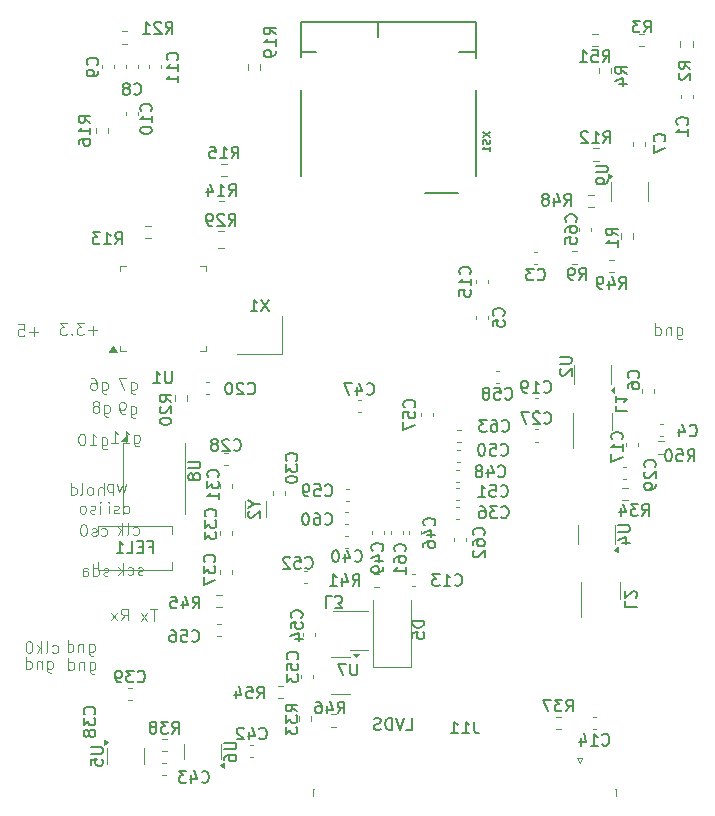
<source format=gbr>
%TF.GenerationSoftware,KiCad,Pcbnew,8.0.4-8.0.4-0~ubuntu24.04.1*%
%TF.CreationDate,2024-08-30T09:50:50+03:00*%
%TF.ProjectId,displinux,64697370-6c69-46e7-9578-2e6b69636164,rev?*%
%TF.SameCoordinates,Original*%
%TF.FileFunction,Legend,Bot*%
%TF.FilePolarity,Positive*%
%FSLAX46Y46*%
G04 Gerber Fmt 4.6, Leading zero omitted, Abs format (unit mm)*
G04 Created by KiCad (PCBNEW 8.0.4-8.0.4-0~ubuntu24.04.1) date 2024-08-30 09:50:50*
%MOMM*%
%LPD*%
G01*
G04 APERTURE LIST*
%ADD10C,0.200000*%
%ADD11C,0.100000*%
%ADD12C,0.150000*%
%ADD13C,0.120000*%
G04 APERTURE END LIST*
D10*
X246734136Y-111407219D02*
X247210326Y-111407219D01*
X247210326Y-111407219D02*
X247210326Y-110407219D01*
X246543659Y-110407219D02*
X246210326Y-111407219D01*
X246210326Y-111407219D02*
X245876993Y-110407219D01*
X245543659Y-111407219D02*
X245543659Y-110407219D01*
X245543659Y-110407219D02*
X245305564Y-110407219D01*
X245305564Y-110407219D02*
X245162707Y-110454838D01*
X245162707Y-110454838D02*
X245067469Y-110550076D01*
X245067469Y-110550076D02*
X245019850Y-110645314D01*
X245019850Y-110645314D02*
X244972231Y-110835790D01*
X244972231Y-110835790D02*
X244972231Y-110978647D01*
X244972231Y-110978647D02*
X245019850Y-111169123D01*
X245019850Y-111169123D02*
X245067469Y-111264361D01*
X245067469Y-111264361D02*
X245162707Y-111359600D01*
X245162707Y-111359600D02*
X245305564Y-111407219D01*
X245305564Y-111407219D02*
X245543659Y-111407219D01*
X244591278Y-111359600D02*
X244448421Y-111407219D01*
X244448421Y-111407219D02*
X244210326Y-111407219D01*
X244210326Y-111407219D02*
X244115088Y-111359600D01*
X244115088Y-111359600D02*
X244067469Y-111311980D01*
X244067469Y-111311980D02*
X244019850Y-111216742D01*
X244019850Y-111216742D02*
X244019850Y-111121504D01*
X244019850Y-111121504D02*
X244067469Y-111026266D01*
X244067469Y-111026266D02*
X244115088Y-110978647D01*
X244115088Y-110978647D02*
X244210326Y-110931028D01*
X244210326Y-110931028D02*
X244400802Y-110883409D01*
X244400802Y-110883409D02*
X244496040Y-110835790D01*
X244496040Y-110835790D02*
X244543659Y-110788171D01*
X244543659Y-110788171D02*
X244591278Y-110692933D01*
X244591278Y-110692933D02*
X244591278Y-110597695D01*
X244591278Y-110597695D02*
X244543659Y-110502457D01*
X244543659Y-110502457D02*
X244496040Y-110454838D01*
X244496040Y-110454838D02*
X244400802Y-110407219D01*
X244400802Y-110407219D02*
X244162707Y-110407219D01*
X244162707Y-110407219D02*
X244019850Y-110454838D01*
D11*
X269657544Y-77325752D02*
X269657544Y-78135276D01*
X269657544Y-78135276D02*
X269705163Y-78230514D01*
X269705163Y-78230514D02*
X269752782Y-78278133D01*
X269752782Y-78278133D02*
X269848020Y-78325752D01*
X269848020Y-78325752D02*
X269990877Y-78325752D01*
X269990877Y-78325752D02*
X270086115Y-78278133D01*
X269657544Y-77944800D02*
X269752782Y-77992419D01*
X269752782Y-77992419D02*
X269943258Y-77992419D01*
X269943258Y-77992419D02*
X270038496Y-77944800D01*
X270038496Y-77944800D02*
X270086115Y-77897180D01*
X270086115Y-77897180D02*
X270133734Y-77801942D01*
X270133734Y-77801942D02*
X270133734Y-77516228D01*
X270133734Y-77516228D02*
X270086115Y-77420990D01*
X270086115Y-77420990D02*
X270038496Y-77373371D01*
X270038496Y-77373371D02*
X269943258Y-77325752D01*
X269943258Y-77325752D02*
X269752782Y-77325752D01*
X269752782Y-77325752D02*
X269657544Y-77373371D01*
X269181353Y-77325752D02*
X269181353Y-77992419D01*
X269181353Y-77420990D02*
X269133734Y-77373371D01*
X269133734Y-77373371D02*
X269038496Y-77325752D01*
X269038496Y-77325752D02*
X268895639Y-77325752D01*
X268895639Y-77325752D02*
X268800401Y-77373371D01*
X268800401Y-77373371D02*
X268752782Y-77468609D01*
X268752782Y-77468609D02*
X268752782Y-77992419D01*
X267848020Y-77992419D02*
X267848020Y-76992419D01*
X267848020Y-77944800D02*
X267943258Y-77992419D01*
X267943258Y-77992419D02*
X268133734Y-77992419D01*
X268133734Y-77992419D02*
X268228972Y-77944800D01*
X268228972Y-77944800D02*
X268276591Y-77897180D01*
X268276591Y-77897180D02*
X268324210Y-77801942D01*
X268324210Y-77801942D02*
X268324210Y-77516228D01*
X268324210Y-77516228D02*
X268276591Y-77420990D01*
X268276591Y-77420990D02*
X268228972Y-77373371D01*
X268228972Y-77373371D02*
X268133734Y-77325752D01*
X268133734Y-77325752D02*
X267943258Y-77325752D01*
X267943258Y-77325752D02*
X267848020Y-77373371D01*
X220866115Y-93102419D02*
X220866115Y-92435752D01*
X220866115Y-92102419D02*
X220913734Y-92150038D01*
X220913734Y-92150038D02*
X220866115Y-92197657D01*
X220866115Y-92197657D02*
X220818496Y-92150038D01*
X220818496Y-92150038D02*
X220866115Y-92102419D01*
X220866115Y-92102419D02*
X220866115Y-92197657D01*
X220437544Y-93054800D02*
X220342306Y-93102419D01*
X220342306Y-93102419D02*
X220151830Y-93102419D01*
X220151830Y-93102419D02*
X220056592Y-93054800D01*
X220056592Y-93054800D02*
X220008973Y-92959561D01*
X220008973Y-92959561D02*
X220008973Y-92911942D01*
X220008973Y-92911942D02*
X220056592Y-92816704D01*
X220056592Y-92816704D02*
X220151830Y-92769085D01*
X220151830Y-92769085D02*
X220294687Y-92769085D01*
X220294687Y-92769085D02*
X220389925Y-92721466D01*
X220389925Y-92721466D02*
X220437544Y-92626228D01*
X220437544Y-92626228D02*
X220437544Y-92578609D01*
X220437544Y-92578609D02*
X220389925Y-92483371D01*
X220389925Y-92483371D02*
X220294687Y-92435752D01*
X220294687Y-92435752D02*
X220151830Y-92435752D01*
X220151830Y-92435752D02*
X220056592Y-92483371D01*
X219437544Y-93102419D02*
X219532782Y-93054800D01*
X219532782Y-93054800D02*
X219580401Y-93007180D01*
X219580401Y-93007180D02*
X219628020Y-92911942D01*
X219628020Y-92911942D02*
X219628020Y-92626228D01*
X219628020Y-92626228D02*
X219580401Y-92530990D01*
X219580401Y-92530990D02*
X219532782Y-92483371D01*
X219532782Y-92483371D02*
X219437544Y-92435752D01*
X219437544Y-92435752D02*
X219294687Y-92435752D01*
X219294687Y-92435752D02*
X219199449Y-92483371D01*
X219199449Y-92483371D02*
X219151830Y-92530990D01*
X219151830Y-92530990D02*
X219104211Y-92626228D01*
X219104211Y-92626228D02*
X219104211Y-92911942D01*
X219104211Y-92911942D02*
X219151830Y-93007180D01*
X219151830Y-93007180D02*
X219199449Y-93054800D01*
X219199449Y-93054800D02*
X219294687Y-93102419D01*
X219294687Y-93102419D02*
X219437544Y-93102419D01*
X221197544Y-83915752D02*
X221197544Y-84725276D01*
X221197544Y-84725276D02*
X221245163Y-84820514D01*
X221245163Y-84820514D02*
X221292782Y-84868133D01*
X221292782Y-84868133D02*
X221388020Y-84915752D01*
X221388020Y-84915752D02*
X221530877Y-84915752D01*
X221530877Y-84915752D02*
X221626115Y-84868133D01*
X221197544Y-84534800D02*
X221292782Y-84582419D01*
X221292782Y-84582419D02*
X221483258Y-84582419D01*
X221483258Y-84582419D02*
X221578496Y-84534800D01*
X221578496Y-84534800D02*
X221626115Y-84487180D01*
X221626115Y-84487180D02*
X221673734Y-84391942D01*
X221673734Y-84391942D02*
X221673734Y-84106228D01*
X221673734Y-84106228D02*
X221626115Y-84010990D01*
X221626115Y-84010990D02*
X221578496Y-83963371D01*
X221578496Y-83963371D02*
X221483258Y-83915752D01*
X221483258Y-83915752D02*
X221292782Y-83915752D01*
X221292782Y-83915752D02*
X221197544Y-83963371D01*
X220578496Y-84010990D02*
X220673734Y-83963371D01*
X220673734Y-83963371D02*
X220721353Y-83915752D01*
X220721353Y-83915752D02*
X220768972Y-83820514D01*
X220768972Y-83820514D02*
X220768972Y-83772895D01*
X220768972Y-83772895D02*
X220721353Y-83677657D01*
X220721353Y-83677657D02*
X220673734Y-83630038D01*
X220673734Y-83630038D02*
X220578496Y-83582419D01*
X220578496Y-83582419D02*
X220388020Y-83582419D01*
X220388020Y-83582419D02*
X220292782Y-83630038D01*
X220292782Y-83630038D02*
X220245163Y-83677657D01*
X220245163Y-83677657D02*
X220197544Y-83772895D01*
X220197544Y-83772895D02*
X220197544Y-83820514D01*
X220197544Y-83820514D02*
X220245163Y-83915752D01*
X220245163Y-83915752D02*
X220292782Y-83963371D01*
X220292782Y-83963371D02*
X220388020Y-84010990D01*
X220388020Y-84010990D02*
X220578496Y-84010990D01*
X220578496Y-84010990D02*
X220673734Y-84058609D01*
X220673734Y-84058609D02*
X220721353Y-84106228D01*
X220721353Y-84106228D02*
X220768972Y-84201466D01*
X220768972Y-84201466D02*
X220768972Y-84391942D01*
X220768972Y-84391942D02*
X220721353Y-84487180D01*
X220721353Y-84487180D02*
X220673734Y-84534800D01*
X220673734Y-84534800D02*
X220578496Y-84582419D01*
X220578496Y-84582419D02*
X220388020Y-84582419D01*
X220388020Y-84582419D02*
X220292782Y-84534800D01*
X220292782Y-84534800D02*
X220245163Y-84487180D01*
X220245163Y-84487180D02*
X220197544Y-84391942D01*
X220197544Y-84391942D02*
X220197544Y-84201466D01*
X220197544Y-84201466D02*
X220245163Y-84106228D01*
X220245163Y-84106228D02*
X220292782Y-84058609D01*
X220292782Y-84058609D02*
X220388020Y-84010990D01*
X216807544Y-104844800D02*
X216902782Y-104892419D01*
X216902782Y-104892419D02*
X217093258Y-104892419D01*
X217093258Y-104892419D02*
X217188496Y-104844800D01*
X217188496Y-104844800D02*
X217236115Y-104797180D01*
X217236115Y-104797180D02*
X217283734Y-104701942D01*
X217283734Y-104701942D02*
X217283734Y-104416228D01*
X217283734Y-104416228D02*
X217236115Y-104320990D01*
X217236115Y-104320990D02*
X217188496Y-104273371D01*
X217188496Y-104273371D02*
X217093258Y-104225752D01*
X217093258Y-104225752D02*
X216902782Y-104225752D01*
X216902782Y-104225752D02*
X216807544Y-104273371D01*
X216236115Y-104892419D02*
X216331353Y-104844800D01*
X216331353Y-104844800D02*
X216378972Y-104749561D01*
X216378972Y-104749561D02*
X216378972Y-103892419D01*
X215855162Y-104892419D02*
X215855162Y-103892419D01*
X215759924Y-104511466D02*
X215474210Y-104892419D01*
X215474210Y-104225752D02*
X215855162Y-104606704D01*
X214855162Y-103892419D02*
X214759924Y-103892419D01*
X214759924Y-103892419D02*
X214664686Y-103940038D01*
X214664686Y-103940038D02*
X214617067Y-103987657D01*
X214617067Y-103987657D02*
X214569448Y-104082895D01*
X214569448Y-104082895D02*
X214521829Y-104273371D01*
X214521829Y-104273371D02*
X214521829Y-104511466D01*
X214521829Y-104511466D02*
X214569448Y-104701942D01*
X214569448Y-104701942D02*
X214617067Y-104797180D01*
X214617067Y-104797180D02*
X214664686Y-104844800D01*
X214664686Y-104844800D02*
X214759924Y-104892419D01*
X214759924Y-104892419D02*
X214855162Y-104892419D01*
X214855162Y-104892419D02*
X214950400Y-104844800D01*
X214950400Y-104844800D02*
X214998019Y-104797180D01*
X214998019Y-104797180D02*
X215045638Y-104701942D01*
X215045638Y-104701942D02*
X215093257Y-104511466D01*
X215093257Y-104511466D02*
X215093257Y-104273371D01*
X215093257Y-104273371D02*
X215045638Y-104082895D01*
X215045638Y-104082895D02*
X214998019Y-103987657D01*
X214998019Y-103987657D02*
X214950400Y-103940038D01*
X214950400Y-103940038D02*
X214855162Y-103892419D01*
X223437544Y-84005752D02*
X223437544Y-84815276D01*
X223437544Y-84815276D02*
X223485163Y-84910514D01*
X223485163Y-84910514D02*
X223532782Y-84958133D01*
X223532782Y-84958133D02*
X223628020Y-85005752D01*
X223628020Y-85005752D02*
X223770877Y-85005752D01*
X223770877Y-85005752D02*
X223866115Y-84958133D01*
X223437544Y-84624800D02*
X223532782Y-84672419D01*
X223532782Y-84672419D02*
X223723258Y-84672419D01*
X223723258Y-84672419D02*
X223818496Y-84624800D01*
X223818496Y-84624800D02*
X223866115Y-84577180D01*
X223866115Y-84577180D02*
X223913734Y-84481942D01*
X223913734Y-84481942D02*
X223913734Y-84196228D01*
X223913734Y-84196228D02*
X223866115Y-84100990D01*
X223866115Y-84100990D02*
X223818496Y-84053371D01*
X223818496Y-84053371D02*
X223723258Y-84005752D01*
X223723258Y-84005752D02*
X223532782Y-84005752D01*
X223532782Y-84005752D02*
X223437544Y-84053371D01*
X222913734Y-84672419D02*
X222723258Y-84672419D01*
X222723258Y-84672419D02*
X222628020Y-84624800D01*
X222628020Y-84624800D02*
X222580401Y-84577180D01*
X222580401Y-84577180D02*
X222485163Y-84434323D01*
X222485163Y-84434323D02*
X222437544Y-84243847D01*
X222437544Y-84243847D02*
X222437544Y-83862895D01*
X222437544Y-83862895D02*
X222485163Y-83767657D01*
X222485163Y-83767657D02*
X222532782Y-83720038D01*
X222532782Y-83720038D02*
X222628020Y-83672419D01*
X222628020Y-83672419D02*
X222818496Y-83672419D01*
X222818496Y-83672419D02*
X222913734Y-83720038D01*
X222913734Y-83720038D02*
X222961353Y-83767657D01*
X222961353Y-83767657D02*
X223008972Y-83862895D01*
X223008972Y-83862895D02*
X223008972Y-84100990D01*
X223008972Y-84100990D02*
X222961353Y-84196228D01*
X222961353Y-84196228D02*
X222913734Y-84243847D01*
X222913734Y-84243847D02*
X222818496Y-84291466D01*
X222818496Y-84291466D02*
X222628020Y-84291466D01*
X222628020Y-84291466D02*
X222532782Y-84243847D01*
X222532782Y-84243847D02*
X222485163Y-84196228D01*
X222485163Y-84196228D02*
X222437544Y-84100990D01*
X223647544Y-94854800D02*
X223742782Y-94902419D01*
X223742782Y-94902419D02*
X223933258Y-94902419D01*
X223933258Y-94902419D02*
X224028496Y-94854800D01*
X224028496Y-94854800D02*
X224076115Y-94807180D01*
X224076115Y-94807180D02*
X224123734Y-94711942D01*
X224123734Y-94711942D02*
X224123734Y-94426228D01*
X224123734Y-94426228D02*
X224076115Y-94330990D01*
X224076115Y-94330990D02*
X224028496Y-94283371D01*
X224028496Y-94283371D02*
X223933258Y-94235752D01*
X223933258Y-94235752D02*
X223742782Y-94235752D01*
X223742782Y-94235752D02*
X223647544Y-94283371D01*
X223076115Y-94902419D02*
X223171353Y-94854800D01*
X223171353Y-94854800D02*
X223218972Y-94759561D01*
X223218972Y-94759561D02*
X223218972Y-93902419D01*
X222695162Y-94902419D02*
X222695162Y-93902419D01*
X222599924Y-94521466D02*
X222314210Y-94902419D01*
X222314210Y-94235752D02*
X222695162Y-94616704D01*
X216377544Y-105595752D02*
X216377544Y-106405276D01*
X216377544Y-106405276D02*
X216425163Y-106500514D01*
X216425163Y-106500514D02*
X216472782Y-106548133D01*
X216472782Y-106548133D02*
X216568020Y-106595752D01*
X216568020Y-106595752D02*
X216710877Y-106595752D01*
X216710877Y-106595752D02*
X216806115Y-106548133D01*
X216377544Y-106214800D02*
X216472782Y-106262419D01*
X216472782Y-106262419D02*
X216663258Y-106262419D01*
X216663258Y-106262419D02*
X216758496Y-106214800D01*
X216758496Y-106214800D02*
X216806115Y-106167180D01*
X216806115Y-106167180D02*
X216853734Y-106071942D01*
X216853734Y-106071942D02*
X216853734Y-105786228D01*
X216853734Y-105786228D02*
X216806115Y-105690990D01*
X216806115Y-105690990D02*
X216758496Y-105643371D01*
X216758496Y-105643371D02*
X216663258Y-105595752D01*
X216663258Y-105595752D02*
X216472782Y-105595752D01*
X216472782Y-105595752D02*
X216377544Y-105643371D01*
X215901353Y-105595752D02*
X215901353Y-106262419D01*
X215901353Y-105690990D02*
X215853734Y-105643371D01*
X215853734Y-105643371D02*
X215758496Y-105595752D01*
X215758496Y-105595752D02*
X215615639Y-105595752D01*
X215615639Y-105595752D02*
X215520401Y-105643371D01*
X215520401Y-105643371D02*
X215472782Y-105738609D01*
X215472782Y-105738609D02*
X215472782Y-106262419D01*
X214568020Y-106262419D02*
X214568020Y-105262419D01*
X214568020Y-106214800D02*
X214663258Y-106262419D01*
X214663258Y-106262419D02*
X214853734Y-106262419D01*
X214853734Y-106262419D02*
X214948972Y-106214800D01*
X214948972Y-106214800D02*
X214996591Y-106167180D01*
X214996591Y-106167180D02*
X215044210Y-106071942D01*
X215044210Y-106071942D02*
X215044210Y-105786228D01*
X215044210Y-105786228D02*
X214996591Y-105690990D01*
X214996591Y-105690990D02*
X214948972Y-105643371D01*
X214948972Y-105643371D02*
X214853734Y-105595752D01*
X214853734Y-105595752D02*
X214663258Y-105595752D01*
X214663258Y-105595752D02*
X214568020Y-105643371D01*
X225658972Y-101172419D02*
X225087544Y-101172419D01*
X225373258Y-102172419D02*
X225373258Y-101172419D01*
X224849448Y-102172419D02*
X224325639Y-101505752D01*
X224849448Y-101505752D02*
X224325639Y-102172419D01*
X220616115Y-77581466D02*
X219854211Y-77581466D01*
X220235163Y-77962419D02*
X220235163Y-77200514D01*
X219473258Y-76962419D02*
X218854211Y-76962419D01*
X218854211Y-76962419D02*
X219187544Y-77343371D01*
X219187544Y-77343371D02*
X219044687Y-77343371D01*
X219044687Y-77343371D02*
X218949449Y-77390990D01*
X218949449Y-77390990D02*
X218901830Y-77438609D01*
X218901830Y-77438609D02*
X218854211Y-77533847D01*
X218854211Y-77533847D02*
X218854211Y-77771942D01*
X218854211Y-77771942D02*
X218901830Y-77867180D01*
X218901830Y-77867180D02*
X218949449Y-77914800D01*
X218949449Y-77914800D02*
X219044687Y-77962419D01*
X219044687Y-77962419D02*
X219330401Y-77962419D01*
X219330401Y-77962419D02*
X219425639Y-77914800D01*
X219425639Y-77914800D02*
X219473258Y-77867180D01*
X218425639Y-77867180D02*
X218378020Y-77914800D01*
X218378020Y-77914800D02*
X218425639Y-77962419D01*
X218425639Y-77962419D02*
X218473258Y-77914800D01*
X218473258Y-77914800D02*
X218425639Y-77867180D01*
X218425639Y-77867180D02*
X218425639Y-77962419D01*
X218044687Y-76962419D02*
X217425640Y-76962419D01*
X217425640Y-76962419D02*
X217758973Y-77343371D01*
X217758973Y-77343371D02*
X217616116Y-77343371D01*
X217616116Y-77343371D02*
X217520878Y-77390990D01*
X217520878Y-77390990D02*
X217473259Y-77438609D01*
X217473259Y-77438609D02*
X217425640Y-77533847D01*
X217425640Y-77533847D02*
X217425640Y-77771942D01*
X217425640Y-77771942D02*
X217473259Y-77867180D01*
X217473259Y-77867180D02*
X217520878Y-77914800D01*
X217520878Y-77914800D02*
X217616116Y-77962419D01*
X217616116Y-77962419D02*
X217901830Y-77962419D01*
X217901830Y-77962419D02*
X217997068Y-77914800D01*
X217997068Y-77914800D02*
X218044687Y-77867180D01*
X223051353Y-90565752D02*
X222860877Y-91232419D01*
X222860877Y-91232419D02*
X222670401Y-90756228D01*
X222670401Y-90756228D02*
X222479925Y-91232419D01*
X222479925Y-91232419D02*
X222289449Y-90565752D01*
X221908496Y-90565752D02*
X221908496Y-91565752D01*
X221908496Y-90613371D02*
X221813258Y-90565752D01*
X221813258Y-90565752D02*
X221622782Y-90565752D01*
X221622782Y-90565752D02*
X221527544Y-90613371D01*
X221527544Y-90613371D02*
X221479925Y-90660990D01*
X221479925Y-90660990D02*
X221432306Y-90756228D01*
X221432306Y-90756228D02*
X221432306Y-91041942D01*
X221432306Y-91041942D02*
X221479925Y-91137180D01*
X221479925Y-91137180D02*
X221527544Y-91184800D01*
X221527544Y-91184800D02*
X221622782Y-91232419D01*
X221622782Y-91232419D02*
X221813258Y-91232419D01*
X221813258Y-91232419D02*
X221908496Y-91184800D01*
X222594687Y-102142419D02*
X222928020Y-101666228D01*
X223166115Y-102142419D02*
X223166115Y-101142419D01*
X223166115Y-101142419D02*
X222785163Y-101142419D01*
X222785163Y-101142419D02*
X222689925Y-101190038D01*
X222689925Y-101190038D02*
X222642306Y-101237657D01*
X222642306Y-101237657D02*
X222594687Y-101332895D01*
X222594687Y-101332895D02*
X222594687Y-101475752D01*
X222594687Y-101475752D02*
X222642306Y-101570990D01*
X222642306Y-101570990D02*
X222689925Y-101618609D01*
X222689925Y-101618609D02*
X222785163Y-101666228D01*
X222785163Y-101666228D02*
X223166115Y-101666228D01*
X222261353Y-102142419D02*
X221737544Y-101475752D01*
X222261353Y-101475752D02*
X221737544Y-102142419D01*
X220957544Y-86655752D02*
X220957544Y-87465276D01*
X220957544Y-87465276D02*
X221005163Y-87560514D01*
X221005163Y-87560514D02*
X221052782Y-87608133D01*
X221052782Y-87608133D02*
X221148020Y-87655752D01*
X221148020Y-87655752D02*
X221290877Y-87655752D01*
X221290877Y-87655752D02*
X221386115Y-87608133D01*
X220957544Y-87274800D02*
X221052782Y-87322419D01*
X221052782Y-87322419D02*
X221243258Y-87322419D01*
X221243258Y-87322419D02*
X221338496Y-87274800D01*
X221338496Y-87274800D02*
X221386115Y-87227180D01*
X221386115Y-87227180D02*
X221433734Y-87131942D01*
X221433734Y-87131942D02*
X221433734Y-86846228D01*
X221433734Y-86846228D02*
X221386115Y-86750990D01*
X221386115Y-86750990D02*
X221338496Y-86703371D01*
X221338496Y-86703371D02*
X221243258Y-86655752D01*
X221243258Y-86655752D02*
X221052782Y-86655752D01*
X221052782Y-86655752D02*
X220957544Y-86703371D01*
X219957544Y-87322419D02*
X220528972Y-87322419D01*
X220243258Y-87322419D02*
X220243258Y-86322419D01*
X220243258Y-86322419D02*
X220338496Y-86465276D01*
X220338496Y-86465276D02*
X220433734Y-86560514D01*
X220433734Y-86560514D02*
X220528972Y-86608133D01*
X219338496Y-86322419D02*
X219243258Y-86322419D01*
X219243258Y-86322419D02*
X219148020Y-86370038D01*
X219148020Y-86370038D02*
X219100401Y-86417657D01*
X219100401Y-86417657D02*
X219052782Y-86512895D01*
X219052782Y-86512895D02*
X219005163Y-86703371D01*
X219005163Y-86703371D02*
X219005163Y-86941466D01*
X219005163Y-86941466D02*
X219052782Y-87131942D01*
X219052782Y-87131942D02*
X219100401Y-87227180D01*
X219100401Y-87227180D02*
X219148020Y-87274800D01*
X219148020Y-87274800D02*
X219243258Y-87322419D01*
X219243258Y-87322419D02*
X219338496Y-87322419D01*
X219338496Y-87322419D02*
X219433734Y-87274800D01*
X219433734Y-87274800D02*
X219481353Y-87227180D01*
X219481353Y-87227180D02*
X219528972Y-87131942D01*
X219528972Y-87131942D02*
X219576591Y-86941466D01*
X219576591Y-86941466D02*
X219576591Y-86703371D01*
X219576591Y-86703371D02*
X219528972Y-86512895D01*
X219528972Y-86512895D02*
X219481353Y-86417657D01*
X219481353Y-86417657D02*
X219433734Y-86370038D01*
X219433734Y-86370038D02*
X219338496Y-86322419D01*
X215616115Y-77691466D02*
X214854211Y-77691466D01*
X215235163Y-78072419D02*
X215235163Y-77310514D01*
X213901830Y-77072419D02*
X214378020Y-77072419D01*
X214378020Y-77072419D02*
X214425639Y-77548609D01*
X214425639Y-77548609D02*
X214378020Y-77500990D01*
X214378020Y-77500990D02*
X214282782Y-77453371D01*
X214282782Y-77453371D02*
X214044687Y-77453371D01*
X214044687Y-77453371D02*
X213949449Y-77500990D01*
X213949449Y-77500990D02*
X213901830Y-77548609D01*
X213901830Y-77548609D02*
X213854211Y-77643847D01*
X213854211Y-77643847D02*
X213854211Y-77881942D01*
X213854211Y-77881942D02*
X213901830Y-77977180D01*
X213901830Y-77977180D02*
X213949449Y-78024800D01*
X213949449Y-78024800D02*
X214044687Y-78072419D01*
X214044687Y-78072419D02*
X214282782Y-78072419D01*
X214282782Y-78072419D02*
X214378020Y-78024800D01*
X214378020Y-78024800D02*
X214425639Y-77977180D01*
X219967544Y-105645752D02*
X219967544Y-106455276D01*
X219967544Y-106455276D02*
X220015163Y-106550514D01*
X220015163Y-106550514D02*
X220062782Y-106598133D01*
X220062782Y-106598133D02*
X220158020Y-106645752D01*
X220158020Y-106645752D02*
X220300877Y-106645752D01*
X220300877Y-106645752D02*
X220396115Y-106598133D01*
X219967544Y-106264800D02*
X220062782Y-106312419D01*
X220062782Y-106312419D02*
X220253258Y-106312419D01*
X220253258Y-106312419D02*
X220348496Y-106264800D01*
X220348496Y-106264800D02*
X220396115Y-106217180D01*
X220396115Y-106217180D02*
X220443734Y-106121942D01*
X220443734Y-106121942D02*
X220443734Y-105836228D01*
X220443734Y-105836228D02*
X220396115Y-105740990D01*
X220396115Y-105740990D02*
X220348496Y-105693371D01*
X220348496Y-105693371D02*
X220253258Y-105645752D01*
X220253258Y-105645752D02*
X220062782Y-105645752D01*
X220062782Y-105645752D02*
X219967544Y-105693371D01*
X219491353Y-105645752D02*
X219491353Y-106312419D01*
X219491353Y-105740990D02*
X219443734Y-105693371D01*
X219443734Y-105693371D02*
X219348496Y-105645752D01*
X219348496Y-105645752D02*
X219205639Y-105645752D01*
X219205639Y-105645752D02*
X219110401Y-105693371D01*
X219110401Y-105693371D02*
X219062782Y-105788609D01*
X219062782Y-105788609D02*
X219062782Y-106312419D01*
X218158020Y-106312419D02*
X218158020Y-105312419D01*
X218158020Y-106264800D02*
X218253258Y-106312419D01*
X218253258Y-106312419D02*
X218443734Y-106312419D01*
X218443734Y-106312419D02*
X218538972Y-106264800D01*
X218538972Y-106264800D02*
X218586591Y-106217180D01*
X218586591Y-106217180D02*
X218634210Y-106121942D01*
X218634210Y-106121942D02*
X218634210Y-105836228D01*
X218634210Y-105836228D02*
X218586591Y-105740990D01*
X218586591Y-105740990D02*
X218538972Y-105693371D01*
X218538972Y-105693371D02*
X218443734Y-105645752D01*
X218443734Y-105645752D02*
X218253258Y-105645752D01*
X218253258Y-105645752D02*
X218158020Y-105693371D01*
X219907544Y-104135752D02*
X219907544Y-104945276D01*
X219907544Y-104945276D02*
X219955163Y-105040514D01*
X219955163Y-105040514D02*
X220002782Y-105088133D01*
X220002782Y-105088133D02*
X220098020Y-105135752D01*
X220098020Y-105135752D02*
X220240877Y-105135752D01*
X220240877Y-105135752D02*
X220336115Y-105088133D01*
X219907544Y-104754800D02*
X220002782Y-104802419D01*
X220002782Y-104802419D02*
X220193258Y-104802419D01*
X220193258Y-104802419D02*
X220288496Y-104754800D01*
X220288496Y-104754800D02*
X220336115Y-104707180D01*
X220336115Y-104707180D02*
X220383734Y-104611942D01*
X220383734Y-104611942D02*
X220383734Y-104326228D01*
X220383734Y-104326228D02*
X220336115Y-104230990D01*
X220336115Y-104230990D02*
X220288496Y-104183371D01*
X220288496Y-104183371D02*
X220193258Y-104135752D01*
X220193258Y-104135752D02*
X220002782Y-104135752D01*
X220002782Y-104135752D02*
X219907544Y-104183371D01*
X219431353Y-104135752D02*
X219431353Y-104802419D01*
X219431353Y-104230990D02*
X219383734Y-104183371D01*
X219383734Y-104183371D02*
X219288496Y-104135752D01*
X219288496Y-104135752D02*
X219145639Y-104135752D01*
X219145639Y-104135752D02*
X219050401Y-104183371D01*
X219050401Y-104183371D02*
X219002782Y-104278609D01*
X219002782Y-104278609D02*
X219002782Y-104802419D01*
X218098020Y-104802419D02*
X218098020Y-103802419D01*
X218098020Y-104754800D02*
X218193258Y-104802419D01*
X218193258Y-104802419D02*
X218383734Y-104802419D01*
X218383734Y-104802419D02*
X218478972Y-104754800D01*
X218478972Y-104754800D02*
X218526591Y-104707180D01*
X218526591Y-104707180D02*
X218574210Y-104611942D01*
X218574210Y-104611942D02*
X218574210Y-104326228D01*
X218574210Y-104326228D02*
X218526591Y-104230990D01*
X218526591Y-104230990D02*
X218478972Y-104183371D01*
X218478972Y-104183371D02*
X218383734Y-104135752D01*
X218383734Y-104135752D02*
X218193258Y-104135752D01*
X218193258Y-104135752D02*
X218098020Y-104183371D01*
X223737544Y-86415752D02*
X223737544Y-87225276D01*
X223737544Y-87225276D02*
X223785163Y-87320514D01*
X223785163Y-87320514D02*
X223832782Y-87368133D01*
X223832782Y-87368133D02*
X223928020Y-87415752D01*
X223928020Y-87415752D02*
X224070877Y-87415752D01*
X224070877Y-87415752D02*
X224166115Y-87368133D01*
X223737544Y-87034800D02*
X223832782Y-87082419D01*
X223832782Y-87082419D02*
X224023258Y-87082419D01*
X224023258Y-87082419D02*
X224118496Y-87034800D01*
X224118496Y-87034800D02*
X224166115Y-86987180D01*
X224166115Y-86987180D02*
X224213734Y-86891942D01*
X224213734Y-86891942D02*
X224213734Y-86606228D01*
X224213734Y-86606228D02*
X224166115Y-86510990D01*
X224166115Y-86510990D02*
X224118496Y-86463371D01*
X224118496Y-86463371D02*
X224023258Y-86415752D01*
X224023258Y-86415752D02*
X223832782Y-86415752D01*
X223832782Y-86415752D02*
X223737544Y-86463371D01*
X222737544Y-87082419D02*
X223308972Y-87082419D01*
X223023258Y-87082419D02*
X223023258Y-86082419D01*
X223023258Y-86082419D02*
X223118496Y-86225276D01*
X223118496Y-86225276D02*
X223213734Y-86320514D01*
X223213734Y-86320514D02*
X223308972Y-86368133D01*
X221785163Y-87082419D02*
X222356591Y-87082419D01*
X222070877Y-87082419D02*
X222070877Y-86082419D01*
X222070877Y-86082419D02*
X222166115Y-86225276D01*
X222166115Y-86225276D02*
X222261353Y-86320514D01*
X222261353Y-86320514D02*
X222356591Y-86368133D01*
X221007544Y-81965752D02*
X221007544Y-82775276D01*
X221007544Y-82775276D02*
X221055163Y-82870514D01*
X221055163Y-82870514D02*
X221102782Y-82918133D01*
X221102782Y-82918133D02*
X221198020Y-82965752D01*
X221198020Y-82965752D02*
X221340877Y-82965752D01*
X221340877Y-82965752D02*
X221436115Y-82918133D01*
X221007544Y-82584800D02*
X221102782Y-82632419D01*
X221102782Y-82632419D02*
X221293258Y-82632419D01*
X221293258Y-82632419D02*
X221388496Y-82584800D01*
X221388496Y-82584800D02*
X221436115Y-82537180D01*
X221436115Y-82537180D02*
X221483734Y-82441942D01*
X221483734Y-82441942D02*
X221483734Y-82156228D01*
X221483734Y-82156228D02*
X221436115Y-82060990D01*
X221436115Y-82060990D02*
X221388496Y-82013371D01*
X221388496Y-82013371D02*
X221293258Y-81965752D01*
X221293258Y-81965752D02*
X221102782Y-81965752D01*
X221102782Y-81965752D02*
X221007544Y-82013371D01*
X220102782Y-81632419D02*
X220293258Y-81632419D01*
X220293258Y-81632419D02*
X220388496Y-81680038D01*
X220388496Y-81680038D02*
X220436115Y-81727657D01*
X220436115Y-81727657D02*
X220531353Y-81870514D01*
X220531353Y-81870514D02*
X220578972Y-82060990D01*
X220578972Y-82060990D02*
X220578972Y-82441942D01*
X220578972Y-82441942D02*
X220531353Y-82537180D01*
X220531353Y-82537180D02*
X220483734Y-82584800D01*
X220483734Y-82584800D02*
X220388496Y-82632419D01*
X220388496Y-82632419D02*
X220198020Y-82632419D01*
X220198020Y-82632419D02*
X220102782Y-82584800D01*
X220102782Y-82584800D02*
X220055163Y-82537180D01*
X220055163Y-82537180D02*
X220007544Y-82441942D01*
X220007544Y-82441942D02*
X220007544Y-82203847D01*
X220007544Y-82203847D02*
X220055163Y-82108609D01*
X220055163Y-82108609D02*
X220102782Y-82060990D01*
X220102782Y-82060990D02*
X220198020Y-82013371D01*
X220198020Y-82013371D02*
X220388496Y-82013371D01*
X220388496Y-82013371D02*
X220483734Y-82060990D01*
X220483734Y-82060990D02*
X220531353Y-82108609D01*
X220531353Y-82108609D02*
X220578972Y-82203847D01*
X223447544Y-81965752D02*
X223447544Y-82775276D01*
X223447544Y-82775276D02*
X223495163Y-82870514D01*
X223495163Y-82870514D02*
X223542782Y-82918133D01*
X223542782Y-82918133D02*
X223638020Y-82965752D01*
X223638020Y-82965752D02*
X223780877Y-82965752D01*
X223780877Y-82965752D02*
X223876115Y-82918133D01*
X223447544Y-82584800D02*
X223542782Y-82632419D01*
X223542782Y-82632419D02*
X223733258Y-82632419D01*
X223733258Y-82632419D02*
X223828496Y-82584800D01*
X223828496Y-82584800D02*
X223876115Y-82537180D01*
X223876115Y-82537180D02*
X223923734Y-82441942D01*
X223923734Y-82441942D02*
X223923734Y-82156228D01*
X223923734Y-82156228D02*
X223876115Y-82060990D01*
X223876115Y-82060990D02*
X223828496Y-82013371D01*
X223828496Y-82013371D02*
X223733258Y-81965752D01*
X223733258Y-81965752D02*
X223542782Y-81965752D01*
X223542782Y-81965752D02*
X223447544Y-82013371D01*
X223066591Y-81632419D02*
X222399925Y-81632419D01*
X222399925Y-81632419D02*
X222828496Y-82632419D01*
X224463734Y-98254800D02*
X224368496Y-98302419D01*
X224368496Y-98302419D02*
X224178020Y-98302419D01*
X224178020Y-98302419D02*
X224082782Y-98254800D01*
X224082782Y-98254800D02*
X224035163Y-98159561D01*
X224035163Y-98159561D02*
X224035163Y-98111942D01*
X224035163Y-98111942D02*
X224082782Y-98016704D01*
X224082782Y-98016704D02*
X224178020Y-97969085D01*
X224178020Y-97969085D02*
X224320877Y-97969085D01*
X224320877Y-97969085D02*
X224416115Y-97921466D01*
X224416115Y-97921466D02*
X224463734Y-97826228D01*
X224463734Y-97826228D02*
X224463734Y-97778609D01*
X224463734Y-97778609D02*
X224416115Y-97683371D01*
X224416115Y-97683371D02*
X224320877Y-97635752D01*
X224320877Y-97635752D02*
X224178020Y-97635752D01*
X224178020Y-97635752D02*
X224082782Y-97683371D01*
X223178020Y-98254800D02*
X223273258Y-98302419D01*
X223273258Y-98302419D02*
X223463734Y-98302419D01*
X223463734Y-98302419D02*
X223558972Y-98254800D01*
X223558972Y-98254800D02*
X223606591Y-98207180D01*
X223606591Y-98207180D02*
X223654210Y-98111942D01*
X223654210Y-98111942D02*
X223654210Y-97826228D01*
X223654210Y-97826228D02*
X223606591Y-97730990D01*
X223606591Y-97730990D02*
X223558972Y-97683371D01*
X223558972Y-97683371D02*
X223463734Y-97635752D01*
X223463734Y-97635752D02*
X223273258Y-97635752D01*
X223273258Y-97635752D02*
X223178020Y-97683371D01*
X222749448Y-98302419D02*
X222749448Y-97302419D01*
X222654210Y-97921466D02*
X222368496Y-98302419D01*
X222368496Y-97635752D02*
X222749448Y-98016704D01*
X223123258Y-93092419D02*
X223218496Y-93044800D01*
X223218496Y-93044800D02*
X223266115Y-92997180D01*
X223266115Y-92997180D02*
X223313734Y-92901942D01*
X223313734Y-92901942D02*
X223313734Y-92616228D01*
X223313734Y-92616228D02*
X223266115Y-92520990D01*
X223266115Y-92520990D02*
X223218496Y-92473371D01*
X223218496Y-92473371D02*
X223123258Y-92425752D01*
X223123258Y-92425752D02*
X222980401Y-92425752D01*
X222980401Y-92425752D02*
X222885163Y-92473371D01*
X222885163Y-92473371D02*
X222837544Y-92520990D01*
X222837544Y-92520990D02*
X222789925Y-92616228D01*
X222789925Y-92616228D02*
X222789925Y-92901942D01*
X222789925Y-92901942D02*
X222837544Y-92997180D01*
X222837544Y-92997180D02*
X222885163Y-93044800D01*
X222885163Y-93044800D02*
X222980401Y-93092419D01*
X222980401Y-93092419D02*
X223123258Y-93092419D01*
X222408972Y-93044800D02*
X222313734Y-93092419D01*
X222313734Y-93092419D02*
X222123258Y-93092419D01*
X222123258Y-93092419D02*
X222028020Y-93044800D01*
X222028020Y-93044800D02*
X221980401Y-92949561D01*
X221980401Y-92949561D02*
X221980401Y-92901942D01*
X221980401Y-92901942D02*
X222028020Y-92806704D01*
X222028020Y-92806704D02*
X222123258Y-92759085D01*
X222123258Y-92759085D02*
X222266115Y-92759085D01*
X222266115Y-92759085D02*
X222361353Y-92711466D01*
X222361353Y-92711466D02*
X222408972Y-92616228D01*
X222408972Y-92616228D02*
X222408972Y-92568609D01*
X222408972Y-92568609D02*
X222361353Y-92473371D01*
X222361353Y-92473371D02*
X222266115Y-92425752D01*
X222266115Y-92425752D02*
X222123258Y-92425752D01*
X222123258Y-92425752D02*
X222028020Y-92473371D01*
X221551829Y-93092419D02*
X221551829Y-92425752D01*
X221551829Y-92092419D02*
X221599448Y-92140038D01*
X221599448Y-92140038D02*
X221551829Y-92187657D01*
X221551829Y-92187657D02*
X221504210Y-92140038D01*
X221504210Y-92140038D02*
X221551829Y-92092419D01*
X221551829Y-92092419D02*
X221551829Y-92187657D01*
X220917544Y-94954800D02*
X221012782Y-95002419D01*
X221012782Y-95002419D02*
X221203258Y-95002419D01*
X221203258Y-95002419D02*
X221298496Y-94954800D01*
X221298496Y-94954800D02*
X221346115Y-94907180D01*
X221346115Y-94907180D02*
X221393734Y-94811942D01*
X221393734Y-94811942D02*
X221393734Y-94526228D01*
X221393734Y-94526228D02*
X221346115Y-94430990D01*
X221346115Y-94430990D02*
X221298496Y-94383371D01*
X221298496Y-94383371D02*
X221203258Y-94335752D01*
X221203258Y-94335752D02*
X221012782Y-94335752D01*
X221012782Y-94335752D02*
X220917544Y-94383371D01*
X220536591Y-94954800D02*
X220441353Y-95002419D01*
X220441353Y-95002419D02*
X220250877Y-95002419D01*
X220250877Y-95002419D02*
X220155639Y-94954800D01*
X220155639Y-94954800D02*
X220108020Y-94859561D01*
X220108020Y-94859561D02*
X220108020Y-94811942D01*
X220108020Y-94811942D02*
X220155639Y-94716704D01*
X220155639Y-94716704D02*
X220250877Y-94669085D01*
X220250877Y-94669085D02*
X220393734Y-94669085D01*
X220393734Y-94669085D02*
X220488972Y-94621466D01*
X220488972Y-94621466D02*
X220536591Y-94526228D01*
X220536591Y-94526228D02*
X220536591Y-94478609D01*
X220536591Y-94478609D02*
X220488972Y-94383371D01*
X220488972Y-94383371D02*
X220393734Y-94335752D01*
X220393734Y-94335752D02*
X220250877Y-94335752D01*
X220250877Y-94335752D02*
X220155639Y-94383371D01*
X219488972Y-94002419D02*
X219393734Y-94002419D01*
X219393734Y-94002419D02*
X219298496Y-94050038D01*
X219298496Y-94050038D02*
X219250877Y-94097657D01*
X219250877Y-94097657D02*
X219203258Y-94192895D01*
X219203258Y-94192895D02*
X219155639Y-94383371D01*
X219155639Y-94383371D02*
X219155639Y-94621466D01*
X219155639Y-94621466D02*
X219203258Y-94811942D01*
X219203258Y-94811942D02*
X219250877Y-94907180D01*
X219250877Y-94907180D02*
X219298496Y-94954800D01*
X219298496Y-94954800D02*
X219393734Y-95002419D01*
X219393734Y-95002419D02*
X219488972Y-95002419D01*
X219488972Y-95002419D02*
X219584210Y-94954800D01*
X219584210Y-94954800D02*
X219631829Y-94907180D01*
X219631829Y-94907180D02*
X219679448Y-94811942D01*
X219679448Y-94811942D02*
X219727067Y-94621466D01*
X219727067Y-94621466D02*
X219727067Y-94383371D01*
X219727067Y-94383371D02*
X219679448Y-94192895D01*
X219679448Y-94192895D02*
X219631829Y-94097657D01*
X219631829Y-94097657D02*
X219584210Y-94050038D01*
X219584210Y-94050038D02*
X219488972Y-94002419D01*
X221543734Y-98334800D02*
X221448496Y-98382419D01*
X221448496Y-98382419D02*
X221258020Y-98382419D01*
X221258020Y-98382419D02*
X221162782Y-98334800D01*
X221162782Y-98334800D02*
X221115163Y-98239561D01*
X221115163Y-98239561D02*
X221115163Y-98191942D01*
X221115163Y-98191942D02*
X221162782Y-98096704D01*
X221162782Y-98096704D02*
X221258020Y-98049085D01*
X221258020Y-98049085D02*
X221400877Y-98049085D01*
X221400877Y-98049085D02*
X221496115Y-98001466D01*
X221496115Y-98001466D02*
X221543734Y-97906228D01*
X221543734Y-97906228D02*
X221543734Y-97858609D01*
X221543734Y-97858609D02*
X221496115Y-97763371D01*
X221496115Y-97763371D02*
X221400877Y-97715752D01*
X221400877Y-97715752D02*
X221258020Y-97715752D01*
X221258020Y-97715752D02*
X221162782Y-97763371D01*
X220258020Y-98382419D02*
X220258020Y-97382419D01*
X220258020Y-98334800D02*
X220353258Y-98382419D01*
X220353258Y-98382419D02*
X220543734Y-98382419D01*
X220543734Y-98382419D02*
X220638972Y-98334800D01*
X220638972Y-98334800D02*
X220686591Y-98287180D01*
X220686591Y-98287180D02*
X220734210Y-98191942D01*
X220734210Y-98191942D02*
X220734210Y-97906228D01*
X220734210Y-97906228D02*
X220686591Y-97810990D01*
X220686591Y-97810990D02*
X220638972Y-97763371D01*
X220638972Y-97763371D02*
X220543734Y-97715752D01*
X220543734Y-97715752D02*
X220353258Y-97715752D01*
X220353258Y-97715752D02*
X220258020Y-97763371D01*
X219353258Y-98382419D02*
X219353258Y-97858609D01*
X219353258Y-97858609D02*
X219400877Y-97763371D01*
X219400877Y-97763371D02*
X219496115Y-97715752D01*
X219496115Y-97715752D02*
X219686591Y-97715752D01*
X219686591Y-97715752D02*
X219781829Y-97763371D01*
X219353258Y-98334800D02*
X219448496Y-98382419D01*
X219448496Y-98382419D02*
X219686591Y-98382419D01*
X219686591Y-98382419D02*
X219781829Y-98334800D01*
X219781829Y-98334800D02*
X219829448Y-98239561D01*
X219829448Y-98239561D02*
X219829448Y-98144323D01*
X219829448Y-98144323D02*
X219781829Y-98049085D01*
X219781829Y-98049085D02*
X219686591Y-98001466D01*
X219686591Y-98001466D02*
X219448496Y-98001466D01*
X219448496Y-98001466D02*
X219353258Y-97953847D01*
X221126115Y-91532419D02*
X221126115Y-90532419D01*
X220697544Y-91532419D02*
X220697544Y-91008609D01*
X220697544Y-91008609D02*
X220745163Y-90913371D01*
X220745163Y-90913371D02*
X220840401Y-90865752D01*
X220840401Y-90865752D02*
X220983258Y-90865752D01*
X220983258Y-90865752D02*
X221078496Y-90913371D01*
X221078496Y-90913371D02*
X221126115Y-90960990D01*
X220078496Y-91532419D02*
X220173734Y-91484800D01*
X220173734Y-91484800D02*
X220221353Y-91437180D01*
X220221353Y-91437180D02*
X220268972Y-91341942D01*
X220268972Y-91341942D02*
X220268972Y-91056228D01*
X220268972Y-91056228D02*
X220221353Y-90960990D01*
X220221353Y-90960990D02*
X220173734Y-90913371D01*
X220173734Y-90913371D02*
X220078496Y-90865752D01*
X220078496Y-90865752D02*
X219935639Y-90865752D01*
X219935639Y-90865752D02*
X219840401Y-90913371D01*
X219840401Y-90913371D02*
X219792782Y-90960990D01*
X219792782Y-90960990D02*
X219745163Y-91056228D01*
X219745163Y-91056228D02*
X219745163Y-91341942D01*
X219745163Y-91341942D02*
X219792782Y-91437180D01*
X219792782Y-91437180D02*
X219840401Y-91484800D01*
X219840401Y-91484800D02*
X219935639Y-91532419D01*
X219935639Y-91532419D02*
X220078496Y-91532419D01*
X219173734Y-91532419D02*
X219268972Y-91484800D01*
X219268972Y-91484800D02*
X219316591Y-91389561D01*
X219316591Y-91389561D02*
X219316591Y-90532419D01*
X218364210Y-91532419D02*
X218364210Y-90532419D01*
X218364210Y-91484800D02*
X218459448Y-91532419D01*
X218459448Y-91532419D02*
X218649924Y-91532419D01*
X218649924Y-91532419D02*
X218745162Y-91484800D01*
X218745162Y-91484800D02*
X218792781Y-91437180D01*
X218792781Y-91437180D02*
X218840400Y-91341942D01*
X218840400Y-91341942D02*
X218840400Y-91056228D01*
X218840400Y-91056228D02*
X218792781Y-90960990D01*
X218792781Y-90960990D02*
X218745162Y-90913371D01*
X218745162Y-90913371D02*
X218649924Y-90865752D01*
X218649924Y-90865752D02*
X218459448Y-90865752D01*
X218459448Y-90865752D02*
X218364210Y-90913371D01*
D12*
X234142857Y-108754819D02*
X234476190Y-108278628D01*
X234714285Y-108754819D02*
X234714285Y-107754819D01*
X234714285Y-107754819D02*
X234333333Y-107754819D01*
X234333333Y-107754819D02*
X234238095Y-107802438D01*
X234238095Y-107802438D02*
X234190476Y-107850057D01*
X234190476Y-107850057D02*
X234142857Y-107945295D01*
X234142857Y-107945295D02*
X234142857Y-108088152D01*
X234142857Y-108088152D02*
X234190476Y-108183390D01*
X234190476Y-108183390D02*
X234238095Y-108231009D01*
X234238095Y-108231009D02*
X234333333Y-108278628D01*
X234333333Y-108278628D02*
X234714285Y-108278628D01*
X233238095Y-107754819D02*
X233714285Y-107754819D01*
X233714285Y-107754819D02*
X233761904Y-108231009D01*
X233761904Y-108231009D02*
X233714285Y-108183390D01*
X233714285Y-108183390D02*
X233619047Y-108135771D01*
X233619047Y-108135771D02*
X233380952Y-108135771D01*
X233380952Y-108135771D02*
X233285714Y-108183390D01*
X233285714Y-108183390D02*
X233238095Y-108231009D01*
X233238095Y-108231009D02*
X233190476Y-108326247D01*
X233190476Y-108326247D02*
X233190476Y-108564342D01*
X233190476Y-108564342D02*
X233238095Y-108659580D01*
X233238095Y-108659580D02*
X233285714Y-108707200D01*
X233285714Y-108707200D02*
X233380952Y-108754819D01*
X233380952Y-108754819D02*
X233619047Y-108754819D01*
X233619047Y-108754819D02*
X233714285Y-108707200D01*
X233714285Y-108707200D02*
X233761904Y-108659580D01*
X232333333Y-108088152D02*
X232333333Y-108754819D01*
X232571428Y-107707200D02*
X232809523Y-108421485D01*
X232809523Y-108421485D02*
X232190476Y-108421485D01*
X231717857Y-68714819D02*
X232051190Y-68238628D01*
X232289285Y-68714819D02*
X232289285Y-67714819D01*
X232289285Y-67714819D02*
X231908333Y-67714819D01*
X231908333Y-67714819D02*
X231813095Y-67762438D01*
X231813095Y-67762438D02*
X231765476Y-67810057D01*
X231765476Y-67810057D02*
X231717857Y-67905295D01*
X231717857Y-67905295D02*
X231717857Y-68048152D01*
X231717857Y-68048152D02*
X231765476Y-68143390D01*
X231765476Y-68143390D02*
X231813095Y-68191009D01*
X231813095Y-68191009D02*
X231908333Y-68238628D01*
X231908333Y-68238628D02*
X232289285Y-68238628D01*
X231336904Y-67810057D02*
X231289285Y-67762438D01*
X231289285Y-67762438D02*
X231194047Y-67714819D01*
X231194047Y-67714819D02*
X230955952Y-67714819D01*
X230955952Y-67714819D02*
X230860714Y-67762438D01*
X230860714Y-67762438D02*
X230813095Y-67810057D01*
X230813095Y-67810057D02*
X230765476Y-67905295D01*
X230765476Y-67905295D02*
X230765476Y-68000533D01*
X230765476Y-68000533D02*
X230813095Y-68143390D01*
X230813095Y-68143390D02*
X231384523Y-68714819D01*
X231384523Y-68714819D02*
X230765476Y-68714819D01*
X230289285Y-68714819D02*
X230098809Y-68714819D01*
X230098809Y-68714819D02*
X230003571Y-68667200D01*
X230003571Y-68667200D02*
X229955952Y-68619580D01*
X229955952Y-68619580D02*
X229860714Y-68476723D01*
X229860714Y-68476723D02*
X229813095Y-68286247D01*
X229813095Y-68286247D02*
X229813095Y-67905295D01*
X229813095Y-67905295D02*
X229860714Y-67810057D01*
X229860714Y-67810057D02*
X229908333Y-67762438D01*
X229908333Y-67762438D02*
X230003571Y-67714819D01*
X230003571Y-67714819D02*
X230194047Y-67714819D01*
X230194047Y-67714819D02*
X230289285Y-67762438D01*
X230289285Y-67762438D02*
X230336904Y-67810057D01*
X230336904Y-67810057D02*
X230384523Y-67905295D01*
X230384523Y-67905295D02*
X230384523Y-68143390D01*
X230384523Y-68143390D02*
X230336904Y-68238628D01*
X230336904Y-68238628D02*
X230289285Y-68286247D01*
X230289285Y-68286247D02*
X230194047Y-68333866D01*
X230194047Y-68333866D02*
X230003571Y-68333866D01*
X230003571Y-68333866D02*
X229908333Y-68286247D01*
X229908333Y-68286247D02*
X229860714Y-68238628D01*
X229860714Y-68238628D02*
X229813095Y-68143390D01*
X225139580Y-59017142D02*
X225187200Y-58969523D01*
X225187200Y-58969523D02*
X225234819Y-58826666D01*
X225234819Y-58826666D02*
X225234819Y-58731428D01*
X225234819Y-58731428D02*
X225187200Y-58588571D01*
X225187200Y-58588571D02*
X225091961Y-58493333D01*
X225091961Y-58493333D02*
X224996723Y-58445714D01*
X224996723Y-58445714D02*
X224806247Y-58398095D01*
X224806247Y-58398095D02*
X224663390Y-58398095D01*
X224663390Y-58398095D02*
X224472914Y-58445714D01*
X224472914Y-58445714D02*
X224377676Y-58493333D01*
X224377676Y-58493333D02*
X224282438Y-58588571D01*
X224282438Y-58588571D02*
X224234819Y-58731428D01*
X224234819Y-58731428D02*
X224234819Y-58826666D01*
X224234819Y-58826666D02*
X224282438Y-58969523D01*
X224282438Y-58969523D02*
X224330057Y-59017142D01*
X225234819Y-59969523D02*
X225234819Y-59398095D01*
X225234819Y-59683809D02*
X224234819Y-59683809D01*
X224234819Y-59683809D02*
X224377676Y-59588571D01*
X224377676Y-59588571D02*
X224472914Y-59493333D01*
X224472914Y-59493333D02*
X224520533Y-59398095D01*
X224234819Y-60588571D02*
X224234819Y-60683809D01*
X224234819Y-60683809D02*
X224282438Y-60779047D01*
X224282438Y-60779047D02*
X224330057Y-60826666D01*
X224330057Y-60826666D02*
X224425295Y-60874285D01*
X224425295Y-60874285D02*
X224615771Y-60921904D01*
X224615771Y-60921904D02*
X224853866Y-60921904D01*
X224853866Y-60921904D02*
X225044342Y-60874285D01*
X225044342Y-60874285D02*
X225139580Y-60826666D01*
X225139580Y-60826666D02*
X225187200Y-60779047D01*
X225187200Y-60779047D02*
X225234819Y-60683809D01*
X225234819Y-60683809D02*
X225234819Y-60588571D01*
X225234819Y-60588571D02*
X225187200Y-60493333D01*
X225187200Y-60493333D02*
X225139580Y-60445714D01*
X225139580Y-60445714D02*
X225044342Y-60398095D01*
X225044342Y-60398095D02*
X224853866Y-60350476D01*
X224853866Y-60350476D02*
X224615771Y-60350476D01*
X224615771Y-60350476D02*
X224425295Y-60398095D01*
X224425295Y-60398095D02*
X224330057Y-60445714D01*
X224330057Y-60445714D02*
X224282438Y-60493333D01*
X224282438Y-60493333D02*
X224234819Y-60588571D01*
X257876666Y-73259580D02*
X257924285Y-73307200D01*
X257924285Y-73307200D02*
X258067142Y-73354819D01*
X258067142Y-73354819D02*
X258162380Y-73354819D01*
X258162380Y-73354819D02*
X258305237Y-73307200D01*
X258305237Y-73307200D02*
X258400475Y-73211961D01*
X258400475Y-73211961D02*
X258448094Y-73116723D01*
X258448094Y-73116723D02*
X258495713Y-72926247D01*
X258495713Y-72926247D02*
X258495713Y-72783390D01*
X258495713Y-72783390D02*
X258448094Y-72592914D01*
X258448094Y-72592914D02*
X258400475Y-72497676D01*
X258400475Y-72497676D02*
X258305237Y-72402438D01*
X258305237Y-72402438D02*
X258162380Y-72354819D01*
X258162380Y-72354819D02*
X258067142Y-72354819D01*
X258067142Y-72354819D02*
X257924285Y-72402438D01*
X257924285Y-72402438D02*
X257876666Y-72450057D01*
X257543332Y-72354819D02*
X256924285Y-72354819D01*
X256924285Y-72354819D02*
X257257618Y-72735771D01*
X257257618Y-72735771D02*
X257114761Y-72735771D01*
X257114761Y-72735771D02*
X257019523Y-72783390D01*
X257019523Y-72783390D02*
X256971904Y-72831009D01*
X256971904Y-72831009D02*
X256924285Y-72926247D01*
X256924285Y-72926247D02*
X256924285Y-73164342D01*
X256924285Y-73164342D02*
X256971904Y-73259580D01*
X256971904Y-73259580D02*
X257019523Y-73307200D01*
X257019523Y-73307200D02*
X257114761Y-73354819D01*
X257114761Y-73354819D02*
X257400475Y-73354819D01*
X257400475Y-73354819D02*
X257495713Y-73307200D01*
X257495713Y-73307200D02*
X257543332Y-73259580D01*
X228304819Y-88698095D02*
X229114342Y-88698095D01*
X229114342Y-88698095D02*
X229209580Y-88745714D01*
X229209580Y-88745714D02*
X229257200Y-88793333D01*
X229257200Y-88793333D02*
X229304819Y-88888571D01*
X229304819Y-88888571D02*
X229304819Y-89079047D01*
X229304819Y-89079047D02*
X229257200Y-89174285D01*
X229257200Y-89174285D02*
X229209580Y-89221904D01*
X229209580Y-89221904D02*
X229114342Y-89269523D01*
X229114342Y-89269523D02*
X228304819Y-89269523D01*
X228733390Y-89888571D02*
X228685771Y-89793333D01*
X228685771Y-89793333D02*
X228638152Y-89745714D01*
X228638152Y-89745714D02*
X228542914Y-89698095D01*
X228542914Y-89698095D02*
X228495295Y-89698095D01*
X228495295Y-89698095D02*
X228400057Y-89745714D01*
X228400057Y-89745714D02*
X228352438Y-89793333D01*
X228352438Y-89793333D02*
X228304819Y-89888571D01*
X228304819Y-89888571D02*
X228304819Y-90079047D01*
X228304819Y-90079047D02*
X228352438Y-90174285D01*
X228352438Y-90174285D02*
X228400057Y-90221904D01*
X228400057Y-90221904D02*
X228495295Y-90269523D01*
X228495295Y-90269523D02*
X228542914Y-90269523D01*
X228542914Y-90269523D02*
X228638152Y-90221904D01*
X228638152Y-90221904D02*
X228685771Y-90174285D01*
X228685771Y-90174285D02*
X228733390Y-90079047D01*
X228733390Y-90079047D02*
X228733390Y-89888571D01*
X228733390Y-89888571D02*
X228781009Y-89793333D01*
X228781009Y-89793333D02*
X228828628Y-89745714D01*
X228828628Y-89745714D02*
X228923866Y-89698095D01*
X228923866Y-89698095D02*
X229114342Y-89698095D01*
X229114342Y-89698095D02*
X229209580Y-89745714D01*
X229209580Y-89745714D02*
X229257200Y-89793333D01*
X229257200Y-89793333D02*
X229304819Y-89888571D01*
X229304819Y-89888571D02*
X229304819Y-90079047D01*
X229304819Y-90079047D02*
X229257200Y-90174285D01*
X229257200Y-90174285D02*
X229209580Y-90221904D01*
X229209580Y-90221904D02*
X229114342Y-90269523D01*
X229114342Y-90269523D02*
X228923866Y-90269523D01*
X228923866Y-90269523D02*
X228828628Y-90221904D01*
X228828628Y-90221904D02*
X228781009Y-90174285D01*
X228781009Y-90174285D02*
X228733390Y-90079047D01*
X220064819Y-112875595D02*
X220874342Y-112875595D01*
X220874342Y-112875595D02*
X220969580Y-112923214D01*
X220969580Y-112923214D02*
X221017200Y-112970833D01*
X221017200Y-112970833D02*
X221064819Y-113066071D01*
X221064819Y-113066071D02*
X221064819Y-113256547D01*
X221064819Y-113256547D02*
X221017200Y-113351785D01*
X221017200Y-113351785D02*
X220969580Y-113399404D01*
X220969580Y-113399404D02*
X220874342Y-113447023D01*
X220874342Y-113447023D02*
X220064819Y-113447023D01*
X220064819Y-114399404D02*
X220064819Y-113923214D01*
X220064819Y-113923214D02*
X220541009Y-113875595D01*
X220541009Y-113875595D02*
X220493390Y-113923214D01*
X220493390Y-113923214D02*
X220445771Y-114018452D01*
X220445771Y-114018452D02*
X220445771Y-114256547D01*
X220445771Y-114256547D02*
X220493390Y-114351785D01*
X220493390Y-114351785D02*
X220541009Y-114399404D01*
X220541009Y-114399404D02*
X220636247Y-114447023D01*
X220636247Y-114447023D02*
X220874342Y-114447023D01*
X220874342Y-114447023D02*
X220969580Y-114399404D01*
X220969580Y-114399404D02*
X221017200Y-114351785D01*
X221017200Y-114351785D02*
X221064819Y-114256547D01*
X221064819Y-114256547D02*
X221064819Y-114018452D01*
X221064819Y-114018452D02*
X221017200Y-113923214D01*
X221017200Y-113923214D02*
X220969580Y-113875595D01*
X255130357Y-83352080D02*
X255177976Y-83399700D01*
X255177976Y-83399700D02*
X255320833Y-83447319D01*
X255320833Y-83447319D02*
X255416071Y-83447319D01*
X255416071Y-83447319D02*
X255558928Y-83399700D01*
X255558928Y-83399700D02*
X255654166Y-83304461D01*
X255654166Y-83304461D02*
X255701785Y-83209223D01*
X255701785Y-83209223D02*
X255749404Y-83018747D01*
X255749404Y-83018747D02*
X255749404Y-82875890D01*
X255749404Y-82875890D02*
X255701785Y-82685414D01*
X255701785Y-82685414D02*
X255654166Y-82590176D01*
X255654166Y-82590176D02*
X255558928Y-82494938D01*
X255558928Y-82494938D02*
X255416071Y-82447319D01*
X255416071Y-82447319D02*
X255320833Y-82447319D01*
X255320833Y-82447319D02*
X255177976Y-82494938D01*
X255177976Y-82494938D02*
X255130357Y-82542557D01*
X254225595Y-82447319D02*
X254701785Y-82447319D01*
X254701785Y-82447319D02*
X254749404Y-82923509D01*
X254749404Y-82923509D02*
X254701785Y-82875890D01*
X254701785Y-82875890D02*
X254606547Y-82828271D01*
X254606547Y-82828271D02*
X254368452Y-82828271D01*
X254368452Y-82828271D02*
X254273214Y-82875890D01*
X254273214Y-82875890D02*
X254225595Y-82923509D01*
X254225595Y-82923509D02*
X254177976Y-83018747D01*
X254177976Y-83018747D02*
X254177976Y-83256842D01*
X254177976Y-83256842D02*
X254225595Y-83352080D01*
X254225595Y-83352080D02*
X254273214Y-83399700D01*
X254273214Y-83399700D02*
X254368452Y-83447319D01*
X254368452Y-83447319D02*
X254606547Y-83447319D01*
X254606547Y-83447319D02*
X254701785Y-83399700D01*
X254701785Y-83399700D02*
X254749404Y-83352080D01*
X253606547Y-82875890D02*
X253701785Y-82828271D01*
X253701785Y-82828271D02*
X253749404Y-82780652D01*
X253749404Y-82780652D02*
X253797023Y-82685414D01*
X253797023Y-82685414D02*
X253797023Y-82637795D01*
X253797023Y-82637795D02*
X253749404Y-82542557D01*
X253749404Y-82542557D02*
X253701785Y-82494938D01*
X253701785Y-82494938D02*
X253606547Y-82447319D01*
X253606547Y-82447319D02*
X253416071Y-82447319D01*
X253416071Y-82447319D02*
X253320833Y-82494938D01*
X253320833Y-82494938D02*
X253273214Y-82542557D01*
X253273214Y-82542557D02*
X253225595Y-82637795D01*
X253225595Y-82637795D02*
X253225595Y-82685414D01*
X253225595Y-82685414D02*
X253273214Y-82780652D01*
X253273214Y-82780652D02*
X253320833Y-82828271D01*
X253320833Y-82828271D02*
X253416071Y-82875890D01*
X253416071Y-82875890D02*
X253606547Y-82875890D01*
X253606547Y-82875890D02*
X253701785Y-82923509D01*
X253701785Y-82923509D02*
X253749404Y-82971128D01*
X253749404Y-82971128D02*
X253797023Y-83066366D01*
X253797023Y-83066366D02*
X253797023Y-83256842D01*
X253797023Y-83256842D02*
X253749404Y-83352080D01*
X253749404Y-83352080D02*
X253701785Y-83399700D01*
X253701785Y-83399700D02*
X253606547Y-83447319D01*
X253606547Y-83447319D02*
X253416071Y-83447319D01*
X253416071Y-83447319D02*
X253320833Y-83399700D01*
X253320833Y-83399700D02*
X253273214Y-83352080D01*
X253273214Y-83352080D02*
X253225595Y-83256842D01*
X253225595Y-83256842D02*
X253225595Y-83066366D01*
X253225595Y-83066366D02*
X253273214Y-82971128D01*
X253273214Y-82971128D02*
X253320833Y-82923509D01*
X253320833Y-82923509D02*
X253416071Y-82875890D01*
X242212857Y-99214819D02*
X242546190Y-98738628D01*
X242784285Y-99214819D02*
X242784285Y-98214819D01*
X242784285Y-98214819D02*
X242403333Y-98214819D01*
X242403333Y-98214819D02*
X242308095Y-98262438D01*
X242308095Y-98262438D02*
X242260476Y-98310057D01*
X242260476Y-98310057D02*
X242212857Y-98405295D01*
X242212857Y-98405295D02*
X242212857Y-98548152D01*
X242212857Y-98548152D02*
X242260476Y-98643390D01*
X242260476Y-98643390D02*
X242308095Y-98691009D01*
X242308095Y-98691009D02*
X242403333Y-98738628D01*
X242403333Y-98738628D02*
X242784285Y-98738628D01*
X241355714Y-98548152D02*
X241355714Y-99214819D01*
X241593809Y-98167200D02*
X241831904Y-98881485D01*
X241831904Y-98881485D02*
X241212857Y-98881485D01*
X240308095Y-99214819D02*
X240879523Y-99214819D01*
X240593809Y-99214819D02*
X240593809Y-98214819D01*
X240593809Y-98214819D02*
X240689047Y-98357676D01*
X240689047Y-98357676D02*
X240784285Y-98452914D01*
X240784285Y-98452914D02*
X240879523Y-98500533D01*
X266886666Y-52354819D02*
X267219999Y-51878628D01*
X267458094Y-52354819D02*
X267458094Y-51354819D01*
X267458094Y-51354819D02*
X267077142Y-51354819D01*
X267077142Y-51354819D02*
X266981904Y-51402438D01*
X266981904Y-51402438D02*
X266934285Y-51450057D01*
X266934285Y-51450057D02*
X266886666Y-51545295D01*
X266886666Y-51545295D02*
X266886666Y-51688152D01*
X266886666Y-51688152D02*
X266934285Y-51783390D01*
X266934285Y-51783390D02*
X266981904Y-51831009D01*
X266981904Y-51831009D02*
X267077142Y-51878628D01*
X267077142Y-51878628D02*
X267458094Y-51878628D01*
X266553332Y-51354819D02*
X265934285Y-51354819D01*
X265934285Y-51354819D02*
X266267618Y-51735771D01*
X266267618Y-51735771D02*
X266124761Y-51735771D01*
X266124761Y-51735771D02*
X266029523Y-51783390D01*
X266029523Y-51783390D02*
X265981904Y-51831009D01*
X265981904Y-51831009D02*
X265934285Y-51926247D01*
X265934285Y-51926247D02*
X265934285Y-52164342D01*
X265934285Y-52164342D02*
X265981904Y-52259580D01*
X265981904Y-52259580D02*
X266029523Y-52307200D01*
X266029523Y-52307200D02*
X266124761Y-52354819D01*
X266124761Y-52354819D02*
X266410475Y-52354819D01*
X266410475Y-52354819D02*
X266505713Y-52307200D01*
X266505713Y-52307200D02*
X266553332Y-52259580D01*
X249119580Y-94097142D02*
X249167200Y-94049523D01*
X249167200Y-94049523D02*
X249214819Y-93906666D01*
X249214819Y-93906666D02*
X249214819Y-93811428D01*
X249214819Y-93811428D02*
X249167200Y-93668571D01*
X249167200Y-93668571D02*
X249071961Y-93573333D01*
X249071961Y-93573333D02*
X248976723Y-93525714D01*
X248976723Y-93525714D02*
X248786247Y-93478095D01*
X248786247Y-93478095D02*
X248643390Y-93478095D01*
X248643390Y-93478095D02*
X248452914Y-93525714D01*
X248452914Y-93525714D02*
X248357676Y-93573333D01*
X248357676Y-93573333D02*
X248262438Y-93668571D01*
X248262438Y-93668571D02*
X248214819Y-93811428D01*
X248214819Y-93811428D02*
X248214819Y-93906666D01*
X248214819Y-93906666D02*
X248262438Y-94049523D01*
X248262438Y-94049523D02*
X248310057Y-94097142D01*
X248548152Y-94954285D02*
X249214819Y-94954285D01*
X248167200Y-94716190D02*
X248881485Y-94478095D01*
X248881485Y-94478095D02*
X248881485Y-95097142D01*
X248214819Y-95906666D02*
X248214819Y-95716190D01*
X248214819Y-95716190D02*
X248262438Y-95620952D01*
X248262438Y-95620952D02*
X248310057Y-95573333D01*
X248310057Y-95573333D02*
X248452914Y-95478095D01*
X248452914Y-95478095D02*
X248643390Y-95430476D01*
X248643390Y-95430476D02*
X249024342Y-95430476D01*
X249024342Y-95430476D02*
X249119580Y-95478095D01*
X249119580Y-95478095D02*
X249167200Y-95525714D01*
X249167200Y-95525714D02*
X249214819Y-95620952D01*
X249214819Y-95620952D02*
X249214819Y-95811428D01*
X249214819Y-95811428D02*
X249167200Y-95906666D01*
X249167200Y-95906666D02*
X249119580Y-95954285D01*
X249119580Y-95954285D02*
X249024342Y-96001904D01*
X249024342Y-96001904D02*
X248786247Y-96001904D01*
X248786247Y-96001904D02*
X248691009Y-95954285D01*
X248691009Y-95954285D02*
X248643390Y-95906666D01*
X248643390Y-95906666D02*
X248595771Y-95811428D01*
X248595771Y-95811428D02*
X248595771Y-95620952D01*
X248595771Y-95620952D02*
X248643390Y-95525714D01*
X248643390Y-95525714D02*
X248691009Y-95478095D01*
X248691009Y-95478095D02*
X248786247Y-95430476D01*
X258402857Y-82769580D02*
X258450476Y-82817200D01*
X258450476Y-82817200D02*
X258593333Y-82864819D01*
X258593333Y-82864819D02*
X258688571Y-82864819D01*
X258688571Y-82864819D02*
X258831428Y-82817200D01*
X258831428Y-82817200D02*
X258926666Y-82721961D01*
X258926666Y-82721961D02*
X258974285Y-82626723D01*
X258974285Y-82626723D02*
X259021904Y-82436247D01*
X259021904Y-82436247D02*
X259021904Y-82293390D01*
X259021904Y-82293390D02*
X258974285Y-82102914D01*
X258974285Y-82102914D02*
X258926666Y-82007676D01*
X258926666Y-82007676D02*
X258831428Y-81912438D01*
X258831428Y-81912438D02*
X258688571Y-81864819D01*
X258688571Y-81864819D02*
X258593333Y-81864819D01*
X258593333Y-81864819D02*
X258450476Y-81912438D01*
X258450476Y-81912438D02*
X258402857Y-81960057D01*
X257450476Y-82864819D02*
X258021904Y-82864819D01*
X257736190Y-82864819D02*
X257736190Y-81864819D01*
X257736190Y-81864819D02*
X257831428Y-82007676D01*
X257831428Y-82007676D02*
X257926666Y-82102914D01*
X257926666Y-82102914D02*
X258021904Y-82150533D01*
X256974285Y-82864819D02*
X256783809Y-82864819D01*
X256783809Y-82864819D02*
X256688571Y-82817200D01*
X256688571Y-82817200D02*
X256640952Y-82769580D01*
X256640952Y-82769580D02*
X256545714Y-82626723D01*
X256545714Y-82626723D02*
X256498095Y-82436247D01*
X256498095Y-82436247D02*
X256498095Y-82055295D01*
X256498095Y-82055295D02*
X256545714Y-81960057D01*
X256545714Y-81960057D02*
X256593333Y-81912438D01*
X256593333Y-81912438D02*
X256688571Y-81864819D01*
X256688571Y-81864819D02*
X256879047Y-81864819D01*
X256879047Y-81864819D02*
X256974285Y-81912438D01*
X256974285Y-81912438D02*
X257021904Y-81960057D01*
X257021904Y-81960057D02*
X257069523Y-82055295D01*
X257069523Y-82055295D02*
X257069523Y-82293390D01*
X257069523Y-82293390D02*
X257021904Y-82388628D01*
X257021904Y-82388628D02*
X256974285Y-82436247D01*
X256974285Y-82436247D02*
X256879047Y-82483866D01*
X256879047Y-82483866D02*
X256688571Y-82483866D01*
X256688571Y-82483866D02*
X256593333Y-82436247D01*
X256593333Y-82436247D02*
X256545714Y-82388628D01*
X256545714Y-82388628D02*
X256498095Y-82293390D01*
X233888628Y-92273809D02*
X234364819Y-92273809D01*
X233364819Y-91940476D02*
X233888628Y-92273809D01*
X233888628Y-92273809D02*
X233364819Y-92607142D01*
X233460057Y-92892857D02*
X233412438Y-92940476D01*
X233412438Y-92940476D02*
X233364819Y-93035714D01*
X233364819Y-93035714D02*
X233364819Y-93273809D01*
X233364819Y-93273809D02*
X233412438Y-93369047D01*
X233412438Y-93369047D02*
X233460057Y-93416666D01*
X233460057Y-93416666D02*
X233555295Y-93464285D01*
X233555295Y-93464285D02*
X233650533Y-93464285D01*
X233650533Y-93464285D02*
X233793390Y-93416666D01*
X233793390Y-93416666D02*
X234364819Y-92845238D01*
X234364819Y-92845238D02*
X234364819Y-93464285D01*
X265265180Y-100521666D02*
X265265180Y-100997856D01*
X265265180Y-100997856D02*
X266265180Y-100997856D01*
X266169942Y-100235951D02*
X266217561Y-100188332D01*
X266217561Y-100188332D02*
X266265180Y-100093094D01*
X266265180Y-100093094D02*
X266265180Y-99854999D01*
X266265180Y-99854999D02*
X266217561Y-99759761D01*
X266217561Y-99759761D02*
X266169942Y-99712142D01*
X266169942Y-99712142D02*
X266074704Y-99664523D01*
X266074704Y-99664523D02*
X265979466Y-99664523D01*
X265979466Y-99664523D02*
X265836609Y-99712142D01*
X265836609Y-99712142D02*
X265265180Y-100283570D01*
X265265180Y-100283570D02*
X265265180Y-99664523D01*
X244719580Y-96227142D02*
X244767200Y-96179523D01*
X244767200Y-96179523D02*
X244814819Y-96036666D01*
X244814819Y-96036666D02*
X244814819Y-95941428D01*
X244814819Y-95941428D02*
X244767200Y-95798571D01*
X244767200Y-95798571D02*
X244671961Y-95703333D01*
X244671961Y-95703333D02*
X244576723Y-95655714D01*
X244576723Y-95655714D02*
X244386247Y-95608095D01*
X244386247Y-95608095D02*
X244243390Y-95608095D01*
X244243390Y-95608095D02*
X244052914Y-95655714D01*
X244052914Y-95655714D02*
X243957676Y-95703333D01*
X243957676Y-95703333D02*
X243862438Y-95798571D01*
X243862438Y-95798571D02*
X243814819Y-95941428D01*
X243814819Y-95941428D02*
X243814819Y-96036666D01*
X243814819Y-96036666D02*
X243862438Y-96179523D01*
X243862438Y-96179523D02*
X243910057Y-96227142D01*
X244148152Y-97084285D02*
X244814819Y-97084285D01*
X243767200Y-96846190D02*
X244481485Y-96608095D01*
X244481485Y-96608095D02*
X244481485Y-97227142D01*
X244814819Y-97655714D02*
X244814819Y-97846190D01*
X244814819Y-97846190D02*
X244767200Y-97941428D01*
X244767200Y-97941428D02*
X244719580Y-97989047D01*
X244719580Y-97989047D02*
X244576723Y-98084285D01*
X244576723Y-98084285D02*
X244386247Y-98131904D01*
X244386247Y-98131904D02*
X244005295Y-98131904D01*
X244005295Y-98131904D02*
X243910057Y-98084285D01*
X243910057Y-98084285D02*
X243862438Y-98036666D01*
X243862438Y-98036666D02*
X243814819Y-97941428D01*
X243814819Y-97941428D02*
X243814819Y-97750952D01*
X243814819Y-97750952D02*
X243862438Y-97655714D01*
X243862438Y-97655714D02*
X243910057Y-97608095D01*
X243910057Y-97608095D02*
X244005295Y-97560476D01*
X244005295Y-97560476D02*
X244243390Y-97560476D01*
X244243390Y-97560476D02*
X244338628Y-97608095D01*
X244338628Y-97608095D02*
X244386247Y-97655714D01*
X244386247Y-97655714D02*
X244433866Y-97750952D01*
X244433866Y-97750952D02*
X244433866Y-97941428D01*
X244433866Y-97941428D02*
X244386247Y-98036666D01*
X244386247Y-98036666D02*
X244338628Y-98084285D01*
X244338628Y-98084285D02*
X244243390Y-98131904D01*
X226382857Y-52464819D02*
X226716190Y-51988628D01*
X226954285Y-52464819D02*
X226954285Y-51464819D01*
X226954285Y-51464819D02*
X226573333Y-51464819D01*
X226573333Y-51464819D02*
X226478095Y-51512438D01*
X226478095Y-51512438D02*
X226430476Y-51560057D01*
X226430476Y-51560057D02*
X226382857Y-51655295D01*
X226382857Y-51655295D02*
X226382857Y-51798152D01*
X226382857Y-51798152D02*
X226430476Y-51893390D01*
X226430476Y-51893390D02*
X226478095Y-51941009D01*
X226478095Y-51941009D02*
X226573333Y-51988628D01*
X226573333Y-51988628D02*
X226954285Y-51988628D01*
X226001904Y-51560057D02*
X225954285Y-51512438D01*
X225954285Y-51512438D02*
X225859047Y-51464819D01*
X225859047Y-51464819D02*
X225620952Y-51464819D01*
X225620952Y-51464819D02*
X225525714Y-51512438D01*
X225525714Y-51512438D02*
X225478095Y-51560057D01*
X225478095Y-51560057D02*
X225430476Y-51655295D01*
X225430476Y-51655295D02*
X225430476Y-51750533D01*
X225430476Y-51750533D02*
X225478095Y-51893390D01*
X225478095Y-51893390D02*
X226049523Y-52464819D01*
X226049523Y-52464819D02*
X225430476Y-52464819D01*
X224478095Y-52464819D02*
X225049523Y-52464819D01*
X224763809Y-52464819D02*
X224763809Y-51464819D01*
X224763809Y-51464819D02*
X224859047Y-51607676D01*
X224859047Y-51607676D02*
X224954285Y-51702914D01*
X224954285Y-51702914D02*
X225049523Y-51750533D01*
X254989580Y-76338333D02*
X255037200Y-76290714D01*
X255037200Y-76290714D02*
X255084819Y-76147857D01*
X255084819Y-76147857D02*
X255084819Y-76052619D01*
X255084819Y-76052619D02*
X255037200Y-75909762D01*
X255037200Y-75909762D02*
X254941961Y-75814524D01*
X254941961Y-75814524D02*
X254846723Y-75766905D01*
X254846723Y-75766905D02*
X254656247Y-75719286D01*
X254656247Y-75719286D02*
X254513390Y-75719286D01*
X254513390Y-75719286D02*
X254322914Y-75766905D01*
X254322914Y-75766905D02*
X254227676Y-75814524D01*
X254227676Y-75814524D02*
X254132438Y-75909762D01*
X254132438Y-75909762D02*
X254084819Y-76052619D01*
X254084819Y-76052619D02*
X254084819Y-76147857D01*
X254084819Y-76147857D02*
X254132438Y-76290714D01*
X254132438Y-76290714D02*
X254180057Y-76338333D01*
X254084819Y-77243095D02*
X254084819Y-76766905D01*
X254084819Y-76766905D02*
X254561009Y-76719286D01*
X254561009Y-76719286D02*
X254513390Y-76766905D01*
X254513390Y-76766905D02*
X254465771Y-76862143D01*
X254465771Y-76862143D02*
X254465771Y-77100238D01*
X254465771Y-77100238D02*
X254513390Y-77195476D01*
X254513390Y-77195476D02*
X254561009Y-77243095D01*
X254561009Y-77243095D02*
X254656247Y-77290714D01*
X254656247Y-77290714D02*
X254894342Y-77290714D01*
X254894342Y-77290714D02*
X254989580Y-77243095D01*
X254989580Y-77243095D02*
X255037200Y-77195476D01*
X255037200Y-77195476D02*
X255084819Y-77100238D01*
X255084819Y-77100238D02*
X255084819Y-76862143D01*
X255084819Y-76862143D02*
X255037200Y-76766905D01*
X255037200Y-76766905D02*
X254989580Y-76719286D01*
X235159523Y-74979819D02*
X234492857Y-75979819D01*
X234492857Y-74979819D02*
X235159523Y-75979819D01*
X233588095Y-75979819D02*
X234159523Y-75979819D01*
X233873809Y-75979819D02*
X233873809Y-74979819D01*
X233873809Y-74979819D02*
X233969047Y-75122676D01*
X233969047Y-75122676D02*
X234064285Y-75217914D01*
X234064285Y-75217914D02*
X234159523Y-75265533D01*
X250872857Y-99129580D02*
X250920476Y-99177200D01*
X250920476Y-99177200D02*
X251063333Y-99224819D01*
X251063333Y-99224819D02*
X251158571Y-99224819D01*
X251158571Y-99224819D02*
X251301428Y-99177200D01*
X251301428Y-99177200D02*
X251396666Y-99081961D01*
X251396666Y-99081961D02*
X251444285Y-98986723D01*
X251444285Y-98986723D02*
X251491904Y-98796247D01*
X251491904Y-98796247D02*
X251491904Y-98653390D01*
X251491904Y-98653390D02*
X251444285Y-98462914D01*
X251444285Y-98462914D02*
X251396666Y-98367676D01*
X251396666Y-98367676D02*
X251301428Y-98272438D01*
X251301428Y-98272438D02*
X251158571Y-98224819D01*
X251158571Y-98224819D02*
X251063333Y-98224819D01*
X251063333Y-98224819D02*
X250920476Y-98272438D01*
X250920476Y-98272438D02*
X250872857Y-98320057D01*
X249920476Y-99224819D02*
X250491904Y-99224819D01*
X250206190Y-99224819D02*
X250206190Y-98224819D01*
X250206190Y-98224819D02*
X250301428Y-98367676D01*
X250301428Y-98367676D02*
X250396666Y-98462914D01*
X250396666Y-98462914D02*
X250491904Y-98510533D01*
X249587142Y-98224819D02*
X248968095Y-98224819D01*
X248968095Y-98224819D02*
X249301428Y-98605771D01*
X249301428Y-98605771D02*
X249158571Y-98605771D01*
X249158571Y-98605771D02*
X249063333Y-98653390D01*
X249063333Y-98653390D02*
X249015714Y-98701009D01*
X249015714Y-98701009D02*
X248968095Y-98796247D01*
X248968095Y-98796247D02*
X248968095Y-99034342D01*
X248968095Y-99034342D02*
X249015714Y-99129580D01*
X249015714Y-99129580D02*
X249063333Y-99177200D01*
X249063333Y-99177200D02*
X249158571Y-99224819D01*
X249158571Y-99224819D02*
X249444285Y-99224819D01*
X249444285Y-99224819D02*
X249539523Y-99177200D01*
X249539523Y-99177200D02*
X249587142Y-99129580D01*
X240458333Y-100065180D02*
X239982143Y-100065180D01*
X239982143Y-100065180D02*
X239982143Y-101065180D01*
X240696429Y-101065180D02*
X241315476Y-101065180D01*
X241315476Y-101065180D02*
X240982143Y-100684228D01*
X240982143Y-100684228D02*
X241125000Y-100684228D01*
X241125000Y-100684228D02*
X241220238Y-100636609D01*
X241220238Y-100636609D02*
X241267857Y-100588990D01*
X241267857Y-100588990D02*
X241315476Y-100493752D01*
X241315476Y-100493752D02*
X241315476Y-100255657D01*
X241315476Y-100255657D02*
X241267857Y-100160419D01*
X241267857Y-100160419D02*
X241220238Y-100112800D01*
X241220238Y-100112800D02*
X241125000Y-100065180D01*
X241125000Y-100065180D02*
X240839286Y-100065180D01*
X240839286Y-100065180D02*
X240744048Y-100112800D01*
X240744048Y-100112800D02*
X240696429Y-100160419D01*
X237544819Y-109857142D02*
X237068628Y-109523809D01*
X237544819Y-109285714D02*
X236544819Y-109285714D01*
X236544819Y-109285714D02*
X236544819Y-109666666D01*
X236544819Y-109666666D02*
X236592438Y-109761904D01*
X236592438Y-109761904D02*
X236640057Y-109809523D01*
X236640057Y-109809523D02*
X236735295Y-109857142D01*
X236735295Y-109857142D02*
X236878152Y-109857142D01*
X236878152Y-109857142D02*
X236973390Y-109809523D01*
X236973390Y-109809523D02*
X237021009Y-109761904D01*
X237021009Y-109761904D02*
X237068628Y-109666666D01*
X237068628Y-109666666D02*
X237068628Y-109285714D01*
X236544819Y-110190476D02*
X236544819Y-110809523D01*
X236544819Y-110809523D02*
X236925771Y-110476190D01*
X236925771Y-110476190D02*
X236925771Y-110619047D01*
X236925771Y-110619047D02*
X236973390Y-110714285D01*
X236973390Y-110714285D02*
X237021009Y-110761904D01*
X237021009Y-110761904D02*
X237116247Y-110809523D01*
X237116247Y-110809523D02*
X237354342Y-110809523D01*
X237354342Y-110809523D02*
X237449580Y-110761904D01*
X237449580Y-110761904D02*
X237497200Y-110714285D01*
X237497200Y-110714285D02*
X237544819Y-110619047D01*
X237544819Y-110619047D02*
X237544819Y-110333333D01*
X237544819Y-110333333D02*
X237497200Y-110238095D01*
X237497200Y-110238095D02*
X237449580Y-110190476D01*
X236544819Y-111142857D02*
X236544819Y-111761904D01*
X236544819Y-111761904D02*
X236925771Y-111428571D01*
X236925771Y-111428571D02*
X236925771Y-111571428D01*
X236925771Y-111571428D02*
X236973390Y-111666666D01*
X236973390Y-111666666D02*
X237021009Y-111714285D01*
X237021009Y-111714285D02*
X237116247Y-111761904D01*
X237116247Y-111761904D02*
X237354342Y-111761904D01*
X237354342Y-111761904D02*
X237449580Y-111714285D01*
X237449580Y-111714285D02*
X237497200Y-111666666D01*
X237497200Y-111666666D02*
X237544819Y-111571428D01*
X237544819Y-111571428D02*
X237544819Y-111285714D01*
X237544819Y-111285714D02*
X237497200Y-111190476D01*
X237497200Y-111190476D02*
X237449580Y-111142857D01*
X264999580Y-86807142D02*
X265047200Y-86759523D01*
X265047200Y-86759523D02*
X265094819Y-86616666D01*
X265094819Y-86616666D02*
X265094819Y-86521428D01*
X265094819Y-86521428D02*
X265047200Y-86378571D01*
X265047200Y-86378571D02*
X264951961Y-86283333D01*
X264951961Y-86283333D02*
X264856723Y-86235714D01*
X264856723Y-86235714D02*
X264666247Y-86188095D01*
X264666247Y-86188095D02*
X264523390Y-86188095D01*
X264523390Y-86188095D02*
X264332914Y-86235714D01*
X264332914Y-86235714D02*
X264237676Y-86283333D01*
X264237676Y-86283333D02*
X264142438Y-86378571D01*
X264142438Y-86378571D02*
X264094819Y-86521428D01*
X264094819Y-86521428D02*
X264094819Y-86616666D01*
X264094819Y-86616666D02*
X264142438Y-86759523D01*
X264142438Y-86759523D02*
X264190057Y-86807142D01*
X265094819Y-87759523D02*
X265094819Y-87188095D01*
X265094819Y-87473809D02*
X264094819Y-87473809D01*
X264094819Y-87473809D02*
X264237676Y-87378571D01*
X264237676Y-87378571D02*
X264332914Y-87283333D01*
X264332914Y-87283333D02*
X264380533Y-87188095D01*
X264094819Y-88092857D02*
X264094819Y-88759523D01*
X264094819Y-88759523D02*
X265094819Y-88330952D01*
X264777857Y-74044819D02*
X265111190Y-73568628D01*
X265349285Y-74044819D02*
X265349285Y-73044819D01*
X265349285Y-73044819D02*
X264968333Y-73044819D01*
X264968333Y-73044819D02*
X264873095Y-73092438D01*
X264873095Y-73092438D02*
X264825476Y-73140057D01*
X264825476Y-73140057D02*
X264777857Y-73235295D01*
X264777857Y-73235295D02*
X264777857Y-73378152D01*
X264777857Y-73378152D02*
X264825476Y-73473390D01*
X264825476Y-73473390D02*
X264873095Y-73521009D01*
X264873095Y-73521009D02*
X264968333Y-73568628D01*
X264968333Y-73568628D02*
X265349285Y-73568628D01*
X263920714Y-73378152D02*
X263920714Y-74044819D01*
X264158809Y-72997200D02*
X264396904Y-73711485D01*
X264396904Y-73711485D02*
X263777857Y-73711485D01*
X263349285Y-74044819D02*
X263158809Y-74044819D01*
X263158809Y-74044819D02*
X263063571Y-73997200D01*
X263063571Y-73997200D02*
X263015952Y-73949580D01*
X263015952Y-73949580D02*
X262920714Y-73806723D01*
X262920714Y-73806723D02*
X262873095Y-73616247D01*
X262873095Y-73616247D02*
X262873095Y-73235295D01*
X262873095Y-73235295D02*
X262920714Y-73140057D01*
X262920714Y-73140057D02*
X262968333Y-73092438D01*
X262968333Y-73092438D02*
X263063571Y-73044819D01*
X263063571Y-73044819D02*
X263254047Y-73044819D01*
X263254047Y-73044819D02*
X263349285Y-73092438D01*
X263349285Y-73092438D02*
X263396904Y-73140057D01*
X263396904Y-73140057D02*
X263444523Y-73235295D01*
X263444523Y-73235295D02*
X263444523Y-73473390D01*
X263444523Y-73473390D02*
X263396904Y-73568628D01*
X263396904Y-73568628D02*
X263349285Y-73616247D01*
X263349285Y-73616247D02*
X263254047Y-73663866D01*
X263254047Y-73663866D02*
X263063571Y-73663866D01*
X263063571Y-73663866D02*
X262968333Y-73616247D01*
X262968333Y-73616247D02*
X262920714Y-73568628D01*
X262920714Y-73568628D02*
X262873095Y-73473390D01*
X237879580Y-101917142D02*
X237927200Y-101869523D01*
X237927200Y-101869523D02*
X237974819Y-101726666D01*
X237974819Y-101726666D02*
X237974819Y-101631428D01*
X237974819Y-101631428D02*
X237927200Y-101488571D01*
X237927200Y-101488571D02*
X237831961Y-101393333D01*
X237831961Y-101393333D02*
X237736723Y-101345714D01*
X237736723Y-101345714D02*
X237546247Y-101298095D01*
X237546247Y-101298095D02*
X237403390Y-101298095D01*
X237403390Y-101298095D02*
X237212914Y-101345714D01*
X237212914Y-101345714D02*
X237117676Y-101393333D01*
X237117676Y-101393333D02*
X237022438Y-101488571D01*
X237022438Y-101488571D02*
X236974819Y-101631428D01*
X236974819Y-101631428D02*
X236974819Y-101726666D01*
X236974819Y-101726666D02*
X237022438Y-101869523D01*
X237022438Y-101869523D02*
X237070057Y-101917142D01*
X236974819Y-102821904D02*
X236974819Y-102345714D01*
X236974819Y-102345714D02*
X237451009Y-102298095D01*
X237451009Y-102298095D02*
X237403390Y-102345714D01*
X237403390Y-102345714D02*
X237355771Y-102440952D01*
X237355771Y-102440952D02*
X237355771Y-102679047D01*
X237355771Y-102679047D02*
X237403390Y-102774285D01*
X237403390Y-102774285D02*
X237451009Y-102821904D01*
X237451009Y-102821904D02*
X237546247Y-102869523D01*
X237546247Y-102869523D02*
X237784342Y-102869523D01*
X237784342Y-102869523D02*
X237879580Y-102821904D01*
X237879580Y-102821904D02*
X237927200Y-102774285D01*
X237927200Y-102774285D02*
X237974819Y-102679047D01*
X237974819Y-102679047D02*
X237974819Y-102440952D01*
X237974819Y-102440952D02*
X237927200Y-102345714D01*
X237927200Y-102345714D02*
X237879580Y-102298095D01*
X237308152Y-103726666D02*
X237974819Y-103726666D01*
X236927200Y-103488571D02*
X237641485Y-103250476D01*
X237641485Y-103250476D02*
X237641485Y-103869523D01*
X229432857Y-115799580D02*
X229480476Y-115847200D01*
X229480476Y-115847200D02*
X229623333Y-115894819D01*
X229623333Y-115894819D02*
X229718571Y-115894819D01*
X229718571Y-115894819D02*
X229861428Y-115847200D01*
X229861428Y-115847200D02*
X229956666Y-115751961D01*
X229956666Y-115751961D02*
X230004285Y-115656723D01*
X230004285Y-115656723D02*
X230051904Y-115466247D01*
X230051904Y-115466247D02*
X230051904Y-115323390D01*
X230051904Y-115323390D02*
X230004285Y-115132914D01*
X230004285Y-115132914D02*
X229956666Y-115037676D01*
X229956666Y-115037676D02*
X229861428Y-114942438D01*
X229861428Y-114942438D02*
X229718571Y-114894819D01*
X229718571Y-114894819D02*
X229623333Y-114894819D01*
X229623333Y-114894819D02*
X229480476Y-114942438D01*
X229480476Y-114942438D02*
X229432857Y-114990057D01*
X228575714Y-115228152D02*
X228575714Y-115894819D01*
X228813809Y-114847200D02*
X229051904Y-115561485D01*
X229051904Y-115561485D02*
X228432857Y-115561485D01*
X228147142Y-114894819D02*
X227528095Y-114894819D01*
X227528095Y-114894819D02*
X227861428Y-115275771D01*
X227861428Y-115275771D02*
X227718571Y-115275771D01*
X227718571Y-115275771D02*
X227623333Y-115323390D01*
X227623333Y-115323390D02*
X227575714Y-115371009D01*
X227575714Y-115371009D02*
X227528095Y-115466247D01*
X227528095Y-115466247D02*
X227528095Y-115704342D01*
X227528095Y-115704342D02*
X227575714Y-115799580D01*
X227575714Y-115799580D02*
X227623333Y-115847200D01*
X227623333Y-115847200D02*
X227718571Y-115894819D01*
X227718571Y-115894819D02*
X228004285Y-115894819D01*
X228004285Y-115894819D02*
X228099523Y-115847200D01*
X228099523Y-115847200D02*
X228147142Y-115799580D01*
X261119580Y-68387142D02*
X261167200Y-68339523D01*
X261167200Y-68339523D02*
X261214819Y-68196666D01*
X261214819Y-68196666D02*
X261214819Y-68101428D01*
X261214819Y-68101428D02*
X261167200Y-67958571D01*
X261167200Y-67958571D02*
X261071961Y-67863333D01*
X261071961Y-67863333D02*
X260976723Y-67815714D01*
X260976723Y-67815714D02*
X260786247Y-67768095D01*
X260786247Y-67768095D02*
X260643390Y-67768095D01*
X260643390Y-67768095D02*
X260452914Y-67815714D01*
X260452914Y-67815714D02*
X260357676Y-67863333D01*
X260357676Y-67863333D02*
X260262438Y-67958571D01*
X260262438Y-67958571D02*
X260214819Y-68101428D01*
X260214819Y-68101428D02*
X260214819Y-68196666D01*
X260214819Y-68196666D02*
X260262438Y-68339523D01*
X260262438Y-68339523D02*
X260310057Y-68387142D01*
X260214819Y-69244285D02*
X260214819Y-69053809D01*
X260214819Y-69053809D02*
X260262438Y-68958571D01*
X260262438Y-68958571D02*
X260310057Y-68910952D01*
X260310057Y-68910952D02*
X260452914Y-68815714D01*
X260452914Y-68815714D02*
X260643390Y-68768095D01*
X260643390Y-68768095D02*
X261024342Y-68768095D01*
X261024342Y-68768095D02*
X261119580Y-68815714D01*
X261119580Y-68815714D02*
X261167200Y-68863333D01*
X261167200Y-68863333D02*
X261214819Y-68958571D01*
X261214819Y-68958571D02*
X261214819Y-69149047D01*
X261214819Y-69149047D02*
X261167200Y-69244285D01*
X261167200Y-69244285D02*
X261119580Y-69291904D01*
X261119580Y-69291904D02*
X261024342Y-69339523D01*
X261024342Y-69339523D02*
X260786247Y-69339523D01*
X260786247Y-69339523D02*
X260691009Y-69291904D01*
X260691009Y-69291904D02*
X260643390Y-69244285D01*
X260643390Y-69244285D02*
X260595771Y-69149047D01*
X260595771Y-69149047D02*
X260595771Y-68958571D01*
X260595771Y-68958571D02*
X260643390Y-68863333D01*
X260643390Y-68863333D02*
X260691009Y-68815714D01*
X260691009Y-68815714D02*
X260786247Y-68768095D01*
X260214819Y-70244285D02*
X260214819Y-69768095D01*
X260214819Y-69768095D02*
X260691009Y-69720476D01*
X260691009Y-69720476D02*
X260643390Y-69768095D01*
X260643390Y-69768095D02*
X260595771Y-69863333D01*
X260595771Y-69863333D02*
X260595771Y-70101428D01*
X260595771Y-70101428D02*
X260643390Y-70196666D01*
X260643390Y-70196666D02*
X260691009Y-70244285D01*
X260691009Y-70244285D02*
X260786247Y-70291904D01*
X260786247Y-70291904D02*
X261024342Y-70291904D01*
X261024342Y-70291904D02*
X261119580Y-70244285D01*
X261119580Y-70244285D02*
X261167200Y-70196666D01*
X261167200Y-70196666D02*
X261214819Y-70101428D01*
X261214819Y-70101428D02*
X261214819Y-69863333D01*
X261214819Y-69863333D02*
X261167200Y-69768095D01*
X261167200Y-69768095D02*
X261119580Y-69720476D01*
X242392857Y-97109580D02*
X242440476Y-97157200D01*
X242440476Y-97157200D02*
X242583333Y-97204819D01*
X242583333Y-97204819D02*
X242678571Y-97204819D01*
X242678571Y-97204819D02*
X242821428Y-97157200D01*
X242821428Y-97157200D02*
X242916666Y-97061961D01*
X242916666Y-97061961D02*
X242964285Y-96966723D01*
X242964285Y-96966723D02*
X243011904Y-96776247D01*
X243011904Y-96776247D02*
X243011904Y-96633390D01*
X243011904Y-96633390D02*
X242964285Y-96442914D01*
X242964285Y-96442914D02*
X242916666Y-96347676D01*
X242916666Y-96347676D02*
X242821428Y-96252438D01*
X242821428Y-96252438D02*
X242678571Y-96204819D01*
X242678571Y-96204819D02*
X242583333Y-96204819D01*
X242583333Y-96204819D02*
X242440476Y-96252438D01*
X242440476Y-96252438D02*
X242392857Y-96300057D01*
X241535714Y-96538152D02*
X241535714Y-97204819D01*
X241773809Y-96157200D02*
X242011904Y-96871485D01*
X242011904Y-96871485D02*
X241392857Y-96871485D01*
X240821428Y-96204819D02*
X240726190Y-96204819D01*
X240726190Y-96204819D02*
X240630952Y-96252438D01*
X240630952Y-96252438D02*
X240583333Y-96300057D01*
X240583333Y-96300057D02*
X240535714Y-96395295D01*
X240535714Y-96395295D02*
X240488095Y-96585771D01*
X240488095Y-96585771D02*
X240488095Y-96823866D01*
X240488095Y-96823866D02*
X240535714Y-97014342D01*
X240535714Y-97014342D02*
X240583333Y-97109580D01*
X240583333Y-97109580D02*
X240630952Y-97157200D01*
X240630952Y-97157200D02*
X240726190Y-97204819D01*
X240726190Y-97204819D02*
X240821428Y-97204819D01*
X240821428Y-97204819D02*
X240916666Y-97157200D01*
X240916666Y-97157200D02*
X240964285Y-97109580D01*
X240964285Y-97109580D02*
X241011904Y-97014342D01*
X241011904Y-97014342D02*
X241059523Y-96823866D01*
X241059523Y-96823866D02*
X241059523Y-96585771D01*
X241059523Y-96585771D02*
X241011904Y-96395295D01*
X241011904Y-96395295D02*
X240964285Y-96300057D01*
X240964285Y-96300057D02*
X240916666Y-96252438D01*
X240916666Y-96252438D02*
X240821428Y-96204819D01*
X270814819Y-55423333D02*
X270338628Y-55090000D01*
X270814819Y-54851905D02*
X269814819Y-54851905D01*
X269814819Y-54851905D02*
X269814819Y-55232857D01*
X269814819Y-55232857D02*
X269862438Y-55328095D01*
X269862438Y-55328095D02*
X269910057Y-55375714D01*
X269910057Y-55375714D02*
X270005295Y-55423333D01*
X270005295Y-55423333D02*
X270148152Y-55423333D01*
X270148152Y-55423333D02*
X270243390Y-55375714D01*
X270243390Y-55375714D02*
X270291009Y-55328095D01*
X270291009Y-55328095D02*
X270338628Y-55232857D01*
X270338628Y-55232857D02*
X270338628Y-54851905D01*
X269910057Y-55804286D02*
X269862438Y-55851905D01*
X269862438Y-55851905D02*
X269814819Y-55947143D01*
X269814819Y-55947143D02*
X269814819Y-56185238D01*
X269814819Y-56185238D02*
X269862438Y-56280476D01*
X269862438Y-56280476D02*
X269910057Y-56328095D01*
X269910057Y-56328095D02*
X270005295Y-56375714D01*
X270005295Y-56375714D02*
X270100533Y-56375714D01*
X270100533Y-56375714D02*
X270243390Y-56328095D01*
X270243390Y-56328095D02*
X270814819Y-55756667D01*
X270814819Y-55756667D02*
X270814819Y-56375714D01*
X233352857Y-82909580D02*
X233400476Y-82957200D01*
X233400476Y-82957200D02*
X233543333Y-83004819D01*
X233543333Y-83004819D02*
X233638571Y-83004819D01*
X233638571Y-83004819D02*
X233781428Y-82957200D01*
X233781428Y-82957200D02*
X233876666Y-82861961D01*
X233876666Y-82861961D02*
X233924285Y-82766723D01*
X233924285Y-82766723D02*
X233971904Y-82576247D01*
X233971904Y-82576247D02*
X233971904Y-82433390D01*
X233971904Y-82433390D02*
X233924285Y-82242914D01*
X233924285Y-82242914D02*
X233876666Y-82147676D01*
X233876666Y-82147676D02*
X233781428Y-82052438D01*
X233781428Y-82052438D02*
X233638571Y-82004819D01*
X233638571Y-82004819D02*
X233543333Y-82004819D01*
X233543333Y-82004819D02*
X233400476Y-82052438D01*
X233400476Y-82052438D02*
X233352857Y-82100057D01*
X232971904Y-82100057D02*
X232924285Y-82052438D01*
X232924285Y-82052438D02*
X232829047Y-82004819D01*
X232829047Y-82004819D02*
X232590952Y-82004819D01*
X232590952Y-82004819D02*
X232495714Y-82052438D01*
X232495714Y-82052438D02*
X232448095Y-82100057D01*
X232448095Y-82100057D02*
X232400476Y-82195295D01*
X232400476Y-82195295D02*
X232400476Y-82290533D01*
X232400476Y-82290533D02*
X232448095Y-82433390D01*
X232448095Y-82433390D02*
X233019523Y-83004819D01*
X233019523Y-83004819D02*
X232400476Y-83004819D01*
X231781428Y-82004819D02*
X231686190Y-82004819D01*
X231686190Y-82004819D02*
X231590952Y-82052438D01*
X231590952Y-82052438D02*
X231543333Y-82100057D01*
X231543333Y-82100057D02*
X231495714Y-82195295D01*
X231495714Y-82195295D02*
X231448095Y-82385771D01*
X231448095Y-82385771D02*
X231448095Y-82623866D01*
X231448095Y-82623866D02*
X231495714Y-82814342D01*
X231495714Y-82814342D02*
X231543333Y-82909580D01*
X231543333Y-82909580D02*
X231590952Y-82957200D01*
X231590952Y-82957200D02*
X231686190Y-83004819D01*
X231686190Y-83004819D02*
X231781428Y-83004819D01*
X231781428Y-83004819D02*
X231876666Y-82957200D01*
X231876666Y-82957200D02*
X231924285Y-82909580D01*
X231924285Y-82909580D02*
X231971904Y-82814342D01*
X231971904Y-82814342D02*
X232019523Y-82623866D01*
X232019523Y-82623866D02*
X232019523Y-82385771D01*
X232019523Y-82385771D02*
X231971904Y-82195295D01*
X231971904Y-82195295D02*
X231924285Y-82100057D01*
X231924285Y-82100057D02*
X231876666Y-82052438D01*
X231876666Y-82052438D02*
X231781428Y-82004819D01*
X220599580Y-55123333D02*
X220647200Y-55075714D01*
X220647200Y-55075714D02*
X220694819Y-54932857D01*
X220694819Y-54932857D02*
X220694819Y-54837619D01*
X220694819Y-54837619D02*
X220647200Y-54694762D01*
X220647200Y-54694762D02*
X220551961Y-54599524D01*
X220551961Y-54599524D02*
X220456723Y-54551905D01*
X220456723Y-54551905D02*
X220266247Y-54504286D01*
X220266247Y-54504286D02*
X220123390Y-54504286D01*
X220123390Y-54504286D02*
X219932914Y-54551905D01*
X219932914Y-54551905D02*
X219837676Y-54599524D01*
X219837676Y-54599524D02*
X219742438Y-54694762D01*
X219742438Y-54694762D02*
X219694819Y-54837619D01*
X219694819Y-54837619D02*
X219694819Y-54932857D01*
X219694819Y-54932857D02*
X219742438Y-55075714D01*
X219742438Y-55075714D02*
X219790057Y-55123333D01*
X220694819Y-55599524D02*
X220694819Y-55790000D01*
X220694819Y-55790000D02*
X220647200Y-55885238D01*
X220647200Y-55885238D02*
X220599580Y-55932857D01*
X220599580Y-55932857D02*
X220456723Y-56028095D01*
X220456723Y-56028095D02*
X220266247Y-56075714D01*
X220266247Y-56075714D02*
X219885295Y-56075714D01*
X219885295Y-56075714D02*
X219790057Y-56028095D01*
X219790057Y-56028095D02*
X219742438Y-55980476D01*
X219742438Y-55980476D02*
X219694819Y-55885238D01*
X219694819Y-55885238D02*
X219694819Y-55694762D01*
X219694819Y-55694762D02*
X219742438Y-55599524D01*
X219742438Y-55599524D02*
X219790057Y-55551905D01*
X219790057Y-55551905D02*
X219885295Y-55504286D01*
X219885295Y-55504286D02*
X220123390Y-55504286D01*
X220123390Y-55504286D02*
X220218628Y-55551905D01*
X220218628Y-55551905D02*
X220266247Y-55599524D01*
X220266247Y-55599524D02*
X220313866Y-55694762D01*
X220313866Y-55694762D02*
X220313866Y-55885238D01*
X220313866Y-55885238D02*
X220266247Y-55980476D01*
X220266247Y-55980476D02*
X220218628Y-56028095D01*
X220218628Y-56028095D02*
X220123390Y-56075714D01*
X237529580Y-105427142D02*
X237577200Y-105379523D01*
X237577200Y-105379523D02*
X237624819Y-105236666D01*
X237624819Y-105236666D02*
X237624819Y-105141428D01*
X237624819Y-105141428D02*
X237577200Y-104998571D01*
X237577200Y-104998571D02*
X237481961Y-104903333D01*
X237481961Y-104903333D02*
X237386723Y-104855714D01*
X237386723Y-104855714D02*
X237196247Y-104808095D01*
X237196247Y-104808095D02*
X237053390Y-104808095D01*
X237053390Y-104808095D02*
X236862914Y-104855714D01*
X236862914Y-104855714D02*
X236767676Y-104903333D01*
X236767676Y-104903333D02*
X236672438Y-104998571D01*
X236672438Y-104998571D02*
X236624819Y-105141428D01*
X236624819Y-105141428D02*
X236624819Y-105236666D01*
X236624819Y-105236666D02*
X236672438Y-105379523D01*
X236672438Y-105379523D02*
X236720057Y-105427142D01*
X236624819Y-106331904D02*
X236624819Y-105855714D01*
X236624819Y-105855714D02*
X237101009Y-105808095D01*
X237101009Y-105808095D02*
X237053390Y-105855714D01*
X237053390Y-105855714D02*
X237005771Y-105950952D01*
X237005771Y-105950952D02*
X237005771Y-106189047D01*
X237005771Y-106189047D02*
X237053390Y-106284285D01*
X237053390Y-106284285D02*
X237101009Y-106331904D01*
X237101009Y-106331904D02*
X237196247Y-106379523D01*
X237196247Y-106379523D02*
X237434342Y-106379523D01*
X237434342Y-106379523D02*
X237529580Y-106331904D01*
X237529580Y-106331904D02*
X237577200Y-106284285D01*
X237577200Y-106284285D02*
X237624819Y-106189047D01*
X237624819Y-106189047D02*
X237624819Y-105950952D01*
X237624819Y-105950952D02*
X237577200Y-105855714D01*
X237577200Y-105855714D02*
X237529580Y-105808095D01*
X236624819Y-106712857D02*
X236624819Y-107331904D01*
X236624819Y-107331904D02*
X237005771Y-106998571D01*
X237005771Y-106998571D02*
X237005771Y-107141428D01*
X237005771Y-107141428D02*
X237053390Y-107236666D01*
X237053390Y-107236666D02*
X237101009Y-107284285D01*
X237101009Y-107284285D02*
X237196247Y-107331904D01*
X237196247Y-107331904D02*
X237434342Y-107331904D01*
X237434342Y-107331904D02*
X237529580Y-107284285D01*
X237529580Y-107284285D02*
X237577200Y-107236666D01*
X237577200Y-107236666D02*
X237624819Y-107141428D01*
X237624819Y-107141428D02*
X237624819Y-106855714D01*
X237624819Y-106855714D02*
X237577200Y-106760476D01*
X237577200Y-106760476D02*
X237529580Y-106712857D01*
X263342857Y-112649580D02*
X263390476Y-112697200D01*
X263390476Y-112697200D02*
X263533333Y-112744819D01*
X263533333Y-112744819D02*
X263628571Y-112744819D01*
X263628571Y-112744819D02*
X263771428Y-112697200D01*
X263771428Y-112697200D02*
X263866666Y-112601961D01*
X263866666Y-112601961D02*
X263914285Y-112506723D01*
X263914285Y-112506723D02*
X263961904Y-112316247D01*
X263961904Y-112316247D02*
X263961904Y-112173390D01*
X263961904Y-112173390D02*
X263914285Y-111982914D01*
X263914285Y-111982914D02*
X263866666Y-111887676D01*
X263866666Y-111887676D02*
X263771428Y-111792438D01*
X263771428Y-111792438D02*
X263628571Y-111744819D01*
X263628571Y-111744819D02*
X263533333Y-111744819D01*
X263533333Y-111744819D02*
X263390476Y-111792438D01*
X263390476Y-111792438D02*
X263342857Y-111840057D01*
X262390476Y-112744819D02*
X262961904Y-112744819D01*
X262676190Y-112744819D02*
X262676190Y-111744819D01*
X262676190Y-111744819D02*
X262771428Y-111887676D01*
X262771428Y-111887676D02*
X262866666Y-111982914D01*
X262866666Y-111982914D02*
X262961904Y-112030533D01*
X261533333Y-112078152D02*
X261533333Y-112744819D01*
X261771428Y-111697200D02*
X262009523Y-112411485D01*
X262009523Y-112411485D02*
X261390476Y-112411485D01*
X254762857Y-88099580D02*
X254810476Y-88147200D01*
X254810476Y-88147200D02*
X254953333Y-88194819D01*
X254953333Y-88194819D02*
X255048571Y-88194819D01*
X255048571Y-88194819D02*
X255191428Y-88147200D01*
X255191428Y-88147200D02*
X255286666Y-88051961D01*
X255286666Y-88051961D02*
X255334285Y-87956723D01*
X255334285Y-87956723D02*
X255381904Y-87766247D01*
X255381904Y-87766247D02*
X255381904Y-87623390D01*
X255381904Y-87623390D02*
X255334285Y-87432914D01*
X255334285Y-87432914D02*
X255286666Y-87337676D01*
X255286666Y-87337676D02*
X255191428Y-87242438D01*
X255191428Y-87242438D02*
X255048571Y-87194819D01*
X255048571Y-87194819D02*
X254953333Y-87194819D01*
X254953333Y-87194819D02*
X254810476Y-87242438D01*
X254810476Y-87242438D02*
X254762857Y-87290057D01*
X253858095Y-87194819D02*
X254334285Y-87194819D01*
X254334285Y-87194819D02*
X254381904Y-87671009D01*
X254381904Y-87671009D02*
X254334285Y-87623390D01*
X254334285Y-87623390D02*
X254239047Y-87575771D01*
X254239047Y-87575771D02*
X254000952Y-87575771D01*
X254000952Y-87575771D02*
X253905714Y-87623390D01*
X253905714Y-87623390D02*
X253858095Y-87671009D01*
X253858095Y-87671009D02*
X253810476Y-87766247D01*
X253810476Y-87766247D02*
X253810476Y-88004342D01*
X253810476Y-88004342D02*
X253858095Y-88099580D01*
X253858095Y-88099580D02*
X253905714Y-88147200D01*
X253905714Y-88147200D02*
X254000952Y-88194819D01*
X254000952Y-88194819D02*
X254239047Y-88194819D01*
X254239047Y-88194819D02*
X254334285Y-88147200D01*
X254334285Y-88147200D02*
X254381904Y-88099580D01*
X253191428Y-87194819D02*
X253096190Y-87194819D01*
X253096190Y-87194819D02*
X253000952Y-87242438D01*
X253000952Y-87242438D02*
X252953333Y-87290057D01*
X252953333Y-87290057D02*
X252905714Y-87385295D01*
X252905714Y-87385295D02*
X252858095Y-87575771D01*
X252858095Y-87575771D02*
X252858095Y-87813866D01*
X252858095Y-87813866D02*
X252905714Y-88004342D01*
X252905714Y-88004342D02*
X252953333Y-88099580D01*
X252953333Y-88099580D02*
X253000952Y-88147200D01*
X253000952Y-88147200D02*
X253096190Y-88194819D01*
X253096190Y-88194819D02*
X253191428Y-88194819D01*
X253191428Y-88194819D02*
X253286666Y-88147200D01*
X253286666Y-88147200D02*
X253334285Y-88099580D01*
X253334285Y-88099580D02*
X253381904Y-88004342D01*
X253381904Y-88004342D02*
X253429523Y-87813866D01*
X253429523Y-87813866D02*
X253429523Y-87575771D01*
X253429523Y-87575771D02*
X253381904Y-87385295D01*
X253381904Y-87385295D02*
X253334285Y-87290057D01*
X253334285Y-87290057D02*
X253286666Y-87242438D01*
X253286666Y-87242438D02*
X253191428Y-87194819D01*
X253224676Y-60810142D02*
X253864676Y-61236809D01*
X253224676Y-61236809D02*
X253864676Y-60810142D01*
X253834200Y-61450142D02*
X253864676Y-61541571D01*
X253864676Y-61541571D02*
X253864676Y-61693952D01*
X253864676Y-61693952D02*
X253834200Y-61754904D01*
X253834200Y-61754904D02*
X253803723Y-61785380D01*
X253803723Y-61785380D02*
X253742771Y-61815857D01*
X253742771Y-61815857D02*
X253681819Y-61815857D01*
X253681819Y-61815857D02*
X253620866Y-61785380D01*
X253620866Y-61785380D02*
X253590390Y-61754904D01*
X253590390Y-61754904D02*
X253559914Y-61693952D01*
X253559914Y-61693952D02*
X253529438Y-61572047D01*
X253529438Y-61572047D02*
X253498961Y-61511095D01*
X253498961Y-61511095D02*
X253468485Y-61480618D01*
X253468485Y-61480618D02*
X253407533Y-61450142D01*
X253407533Y-61450142D02*
X253346580Y-61450142D01*
X253346580Y-61450142D02*
X253285628Y-61480618D01*
X253285628Y-61480618D02*
X253255152Y-61511095D01*
X253255152Y-61511095D02*
X253224676Y-61572047D01*
X253224676Y-61572047D02*
X253224676Y-61724428D01*
X253224676Y-61724428D02*
X253255152Y-61815857D01*
X253864676Y-62425381D02*
X253864676Y-62059666D01*
X253864676Y-62242523D02*
X253224676Y-62242523D01*
X253224676Y-62242523D02*
X253316104Y-62181571D01*
X253316104Y-62181571D02*
X253377057Y-62120619D01*
X253377057Y-62120619D02*
X253407533Y-62059666D01*
X243417857Y-82959580D02*
X243465476Y-83007200D01*
X243465476Y-83007200D02*
X243608333Y-83054819D01*
X243608333Y-83054819D02*
X243703571Y-83054819D01*
X243703571Y-83054819D02*
X243846428Y-83007200D01*
X243846428Y-83007200D02*
X243941666Y-82911961D01*
X243941666Y-82911961D02*
X243989285Y-82816723D01*
X243989285Y-82816723D02*
X244036904Y-82626247D01*
X244036904Y-82626247D02*
X244036904Y-82483390D01*
X244036904Y-82483390D02*
X243989285Y-82292914D01*
X243989285Y-82292914D02*
X243941666Y-82197676D01*
X243941666Y-82197676D02*
X243846428Y-82102438D01*
X243846428Y-82102438D02*
X243703571Y-82054819D01*
X243703571Y-82054819D02*
X243608333Y-82054819D01*
X243608333Y-82054819D02*
X243465476Y-82102438D01*
X243465476Y-82102438D02*
X243417857Y-82150057D01*
X242560714Y-82388152D02*
X242560714Y-83054819D01*
X242798809Y-82007200D02*
X243036904Y-82721485D01*
X243036904Y-82721485D02*
X242417857Y-82721485D01*
X242132142Y-82054819D02*
X241465476Y-82054819D01*
X241465476Y-82054819D02*
X241894047Y-83054819D01*
X234327857Y-112129580D02*
X234375476Y-112177200D01*
X234375476Y-112177200D02*
X234518333Y-112224819D01*
X234518333Y-112224819D02*
X234613571Y-112224819D01*
X234613571Y-112224819D02*
X234756428Y-112177200D01*
X234756428Y-112177200D02*
X234851666Y-112081961D01*
X234851666Y-112081961D02*
X234899285Y-111986723D01*
X234899285Y-111986723D02*
X234946904Y-111796247D01*
X234946904Y-111796247D02*
X234946904Y-111653390D01*
X234946904Y-111653390D02*
X234899285Y-111462914D01*
X234899285Y-111462914D02*
X234851666Y-111367676D01*
X234851666Y-111367676D02*
X234756428Y-111272438D01*
X234756428Y-111272438D02*
X234613571Y-111224819D01*
X234613571Y-111224819D02*
X234518333Y-111224819D01*
X234518333Y-111224819D02*
X234375476Y-111272438D01*
X234375476Y-111272438D02*
X234327857Y-111320057D01*
X233470714Y-111558152D02*
X233470714Y-112224819D01*
X233708809Y-111177200D02*
X233946904Y-111891485D01*
X233946904Y-111891485D02*
X233327857Y-111891485D01*
X232994523Y-111320057D02*
X232946904Y-111272438D01*
X232946904Y-111272438D02*
X232851666Y-111224819D01*
X232851666Y-111224819D02*
X232613571Y-111224819D01*
X232613571Y-111224819D02*
X232518333Y-111272438D01*
X232518333Y-111272438D02*
X232470714Y-111320057D01*
X232470714Y-111320057D02*
X232423095Y-111415295D01*
X232423095Y-111415295D02*
X232423095Y-111510533D01*
X232423095Y-111510533D02*
X232470714Y-111653390D01*
X232470714Y-111653390D02*
X233042142Y-112224819D01*
X233042142Y-112224819D02*
X232423095Y-112224819D01*
X254532857Y-89929580D02*
X254580476Y-89977200D01*
X254580476Y-89977200D02*
X254723333Y-90024819D01*
X254723333Y-90024819D02*
X254818571Y-90024819D01*
X254818571Y-90024819D02*
X254961428Y-89977200D01*
X254961428Y-89977200D02*
X255056666Y-89881961D01*
X255056666Y-89881961D02*
X255104285Y-89786723D01*
X255104285Y-89786723D02*
X255151904Y-89596247D01*
X255151904Y-89596247D02*
X255151904Y-89453390D01*
X255151904Y-89453390D02*
X255104285Y-89262914D01*
X255104285Y-89262914D02*
X255056666Y-89167676D01*
X255056666Y-89167676D02*
X254961428Y-89072438D01*
X254961428Y-89072438D02*
X254818571Y-89024819D01*
X254818571Y-89024819D02*
X254723333Y-89024819D01*
X254723333Y-89024819D02*
X254580476Y-89072438D01*
X254580476Y-89072438D02*
X254532857Y-89120057D01*
X253675714Y-89358152D02*
X253675714Y-90024819D01*
X253913809Y-88977200D02*
X254151904Y-89691485D01*
X254151904Y-89691485D02*
X253532857Y-89691485D01*
X253009047Y-89453390D02*
X253104285Y-89405771D01*
X253104285Y-89405771D02*
X253151904Y-89358152D01*
X253151904Y-89358152D02*
X253199523Y-89262914D01*
X253199523Y-89262914D02*
X253199523Y-89215295D01*
X253199523Y-89215295D02*
X253151904Y-89120057D01*
X253151904Y-89120057D02*
X253104285Y-89072438D01*
X253104285Y-89072438D02*
X253009047Y-89024819D01*
X253009047Y-89024819D02*
X252818571Y-89024819D01*
X252818571Y-89024819D02*
X252723333Y-89072438D01*
X252723333Y-89072438D02*
X252675714Y-89120057D01*
X252675714Y-89120057D02*
X252628095Y-89215295D01*
X252628095Y-89215295D02*
X252628095Y-89262914D01*
X252628095Y-89262914D02*
X252675714Y-89358152D01*
X252675714Y-89358152D02*
X252723333Y-89405771D01*
X252723333Y-89405771D02*
X252818571Y-89453390D01*
X252818571Y-89453390D02*
X253009047Y-89453390D01*
X253009047Y-89453390D02*
X253104285Y-89501009D01*
X253104285Y-89501009D02*
X253151904Y-89548628D01*
X253151904Y-89548628D02*
X253199523Y-89643866D01*
X253199523Y-89643866D02*
X253199523Y-89834342D01*
X253199523Y-89834342D02*
X253151904Y-89929580D01*
X253151904Y-89929580D02*
X253104285Y-89977200D01*
X253104285Y-89977200D02*
X253009047Y-90024819D01*
X253009047Y-90024819D02*
X252818571Y-90024819D01*
X252818571Y-90024819D02*
X252723333Y-89977200D01*
X252723333Y-89977200D02*
X252675714Y-89929580D01*
X252675714Y-89929580D02*
X252628095Y-89834342D01*
X252628095Y-89834342D02*
X252628095Y-89643866D01*
X252628095Y-89643866D02*
X252675714Y-89548628D01*
X252675714Y-89548628D02*
X252723333Y-89501009D01*
X252723333Y-89501009D02*
X252818571Y-89453390D01*
X226924404Y-81054819D02*
X226924404Y-81864342D01*
X226924404Y-81864342D02*
X226876785Y-81959580D01*
X226876785Y-81959580D02*
X226829166Y-82007200D01*
X226829166Y-82007200D02*
X226733928Y-82054819D01*
X226733928Y-82054819D02*
X226543452Y-82054819D01*
X226543452Y-82054819D02*
X226448214Y-82007200D01*
X226448214Y-82007200D02*
X226400595Y-81959580D01*
X226400595Y-81959580D02*
X226352976Y-81864342D01*
X226352976Y-81864342D02*
X226352976Y-81054819D01*
X225352976Y-82054819D02*
X225924404Y-82054819D01*
X225638690Y-82054819D02*
X225638690Y-81054819D01*
X225638690Y-81054819D02*
X225733928Y-81197676D01*
X225733928Y-81197676D02*
X225829166Y-81292914D01*
X225829166Y-81292914D02*
X225924404Y-81340533D01*
X267809580Y-89167142D02*
X267857200Y-89119523D01*
X267857200Y-89119523D02*
X267904819Y-88976666D01*
X267904819Y-88976666D02*
X267904819Y-88881428D01*
X267904819Y-88881428D02*
X267857200Y-88738571D01*
X267857200Y-88738571D02*
X267761961Y-88643333D01*
X267761961Y-88643333D02*
X267666723Y-88595714D01*
X267666723Y-88595714D02*
X267476247Y-88548095D01*
X267476247Y-88548095D02*
X267333390Y-88548095D01*
X267333390Y-88548095D02*
X267142914Y-88595714D01*
X267142914Y-88595714D02*
X267047676Y-88643333D01*
X267047676Y-88643333D02*
X266952438Y-88738571D01*
X266952438Y-88738571D02*
X266904819Y-88881428D01*
X266904819Y-88881428D02*
X266904819Y-88976666D01*
X266904819Y-88976666D02*
X266952438Y-89119523D01*
X266952438Y-89119523D02*
X267000057Y-89167142D01*
X267000057Y-89548095D02*
X266952438Y-89595714D01*
X266952438Y-89595714D02*
X266904819Y-89690952D01*
X266904819Y-89690952D02*
X266904819Y-89929047D01*
X266904819Y-89929047D02*
X266952438Y-90024285D01*
X266952438Y-90024285D02*
X267000057Y-90071904D01*
X267000057Y-90071904D02*
X267095295Y-90119523D01*
X267095295Y-90119523D02*
X267190533Y-90119523D01*
X267190533Y-90119523D02*
X267333390Y-90071904D01*
X267333390Y-90071904D02*
X267904819Y-89500476D01*
X267904819Y-89500476D02*
X267904819Y-90119523D01*
X267904819Y-90595714D02*
X267904819Y-90786190D01*
X267904819Y-90786190D02*
X267857200Y-90881428D01*
X267857200Y-90881428D02*
X267809580Y-90929047D01*
X267809580Y-90929047D02*
X267666723Y-91024285D01*
X267666723Y-91024285D02*
X267476247Y-91071904D01*
X267476247Y-91071904D02*
X267095295Y-91071904D01*
X267095295Y-91071904D02*
X267000057Y-91024285D01*
X267000057Y-91024285D02*
X266952438Y-90976666D01*
X266952438Y-90976666D02*
X266904819Y-90881428D01*
X266904819Y-90881428D02*
X266904819Y-90690952D01*
X266904819Y-90690952D02*
X266952438Y-90595714D01*
X266952438Y-90595714D02*
X267000057Y-90548095D01*
X267000057Y-90548095D02*
X267095295Y-90500476D01*
X267095295Y-90500476D02*
X267333390Y-90500476D01*
X267333390Y-90500476D02*
X267428628Y-90548095D01*
X267428628Y-90548095D02*
X267476247Y-90595714D01*
X267476247Y-90595714D02*
X267523866Y-90690952D01*
X267523866Y-90690952D02*
X267523866Y-90881428D01*
X267523866Y-90881428D02*
X267476247Y-90976666D01*
X267476247Y-90976666D02*
X267428628Y-91024285D01*
X267428628Y-91024285D02*
X267333390Y-91071904D01*
X268599580Y-61588333D02*
X268647200Y-61540714D01*
X268647200Y-61540714D02*
X268694819Y-61397857D01*
X268694819Y-61397857D02*
X268694819Y-61302619D01*
X268694819Y-61302619D02*
X268647200Y-61159762D01*
X268647200Y-61159762D02*
X268551961Y-61064524D01*
X268551961Y-61064524D02*
X268456723Y-61016905D01*
X268456723Y-61016905D02*
X268266247Y-60969286D01*
X268266247Y-60969286D02*
X268123390Y-60969286D01*
X268123390Y-60969286D02*
X267932914Y-61016905D01*
X267932914Y-61016905D02*
X267837676Y-61064524D01*
X267837676Y-61064524D02*
X267742438Y-61159762D01*
X267742438Y-61159762D02*
X267694819Y-61302619D01*
X267694819Y-61302619D02*
X267694819Y-61397857D01*
X267694819Y-61397857D02*
X267742438Y-61540714D01*
X267742438Y-61540714D02*
X267790057Y-61588333D01*
X267694819Y-61921667D02*
X267694819Y-62588333D01*
X267694819Y-62588333D02*
X268694819Y-62159762D01*
X264485180Y-83976666D02*
X264485180Y-84452856D01*
X264485180Y-84452856D02*
X265485180Y-84452856D01*
X264485180Y-83119523D02*
X264485180Y-83690951D01*
X264485180Y-83405237D02*
X265485180Y-83405237D01*
X265485180Y-83405237D02*
X265342323Y-83500475D01*
X265342323Y-83500475D02*
X265247085Y-83595713D01*
X265247085Y-83595713D02*
X265199466Y-83690951D01*
X260152857Y-67034819D02*
X260486190Y-66558628D01*
X260724285Y-67034819D02*
X260724285Y-66034819D01*
X260724285Y-66034819D02*
X260343333Y-66034819D01*
X260343333Y-66034819D02*
X260248095Y-66082438D01*
X260248095Y-66082438D02*
X260200476Y-66130057D01*
X260200476Y-66130057D02*
X260152857Y-66225295D01*
X260152857Y-66225295D02*
X260152857Y-66368152D01*
X260152857Y-66368152D02*
X260200476Y-66463390D01*
X260200476Y-66463390D02*
X260248095Y-66511009D01*
X260248095Y-66511009D02*
X260343333Y-66558628D01*
X260343333Y-66558628D02*
X260724285Y-66558628D01*
X259295714Y-66368152D02*
X259295714Y-67034819D01*
X259533809Y-65987200D02*
X259771904Y-66701485D01*
X259771904Y-66701485D02*
X259152857Y-66701485D01*
X258629047Y-66463390D02*
X258724285Y-66415771D01*
X258724285Y-66415771D02*
X258771904Y-66368152D01*
X258771904Y-66368152D02*
X258819523Y-66272914D01*
X258819523Y-66272914D02*
X258819523Y-66225295D01*
X258819523Y-66225295D02*
X258771904Y-66130057D01*
X258771904Y-66130057D02*
X258724285Y-66082438D01*
X258724285Y-66082438D02*
X258629047Y-66034819D01*
X258629047Y-66034819D02*
X258438571Y-66034819D01*
X258438571Y-66034819D02*
X258343333Y-66082438D01*
X258343333Y-66082438D02*
X258295714Y-66130057D01*
X258295714Y-66130057D02*
X258248095Y-66225295D01*
X258248095Y-66225295D02*
X258248095Y-66272914D01*
X258248095Y-66272914D02*
X258295714Y-66368152D01*
X258295714Y-66368152D02*
X258343333Y-66415771D01*
X258343333Y-66415771D02*
X258438571Y-66463390D01*
X258438571Y-66463390D02*
X258629047Y-66463390D01*
X258629047Y-66463390D02*
X258724285Y-66511009D01*
X258724285Y-66511009D02*
X258771904Y-66558628D01*
X258771904Y-66558628D02*
X258819523Y-66653866D01*
X258819523Y-66653866D02*
X258819523Y-66844342D01*
X258819523Y-66844342D02*
X258771904Y-66939580D01*
X258771904Y-66939580D02*
X258724285Y-66987200D01*
X258724285Y-66987200D02*
X258629047Y-67034819D01*
X258629047Y-67034819D02*
X258438571Y-67034819D01*
X258438571Y-67034819D02*
X258343333Y-66987200D01*
X258343333Y-66987200D02*
X258295714Y-66939580D01*
X258295714Y-66939580D02*
X258248095Y-66844342D01*
X258248095Y-66844342D02*
X258248095Y-66653866D01*
X258248095Y-66653866D02*
X258295714Y-66558628D01*
X258295714Y-66558628D02*
X258343333Y-66511009D01*
X258343333Y-66511009D02*
X258438571Y-66463390D01*
X239862857Y-93959580D02*
X239910476Y-94007200D01*
X239910476Y-94007200D02*
X240053333Y-94054819D01*
X240053333Y-94054819D02*
X240148571Y-94054819D01*
X240148571Y-94054819D02*
X240291428Y-94007200D01*
X240291428Y-94007200D02*
X240386666Y-93911961D01*
X240386666Y-93911961D02*
X240434285Y-93816723D01*
X240434285Y-93816723D02*
X240481904Y-93626247D01*
X240481904Y-93626247D02*
X240481904Y-93483390D01*
X240481904Y-93483390D02*
X240434285Y-93292914D01*
X240434285Y-93292914D02*
X240386666Y-93197676D01*
X240386666Y-93197676D02*
X240291428Y-93102438D01*
X240291428Y-93102438D02*
X240148571Y-93054819D01*
X240148571Y-93054819D02*
X240053333Y-93054819D01*
X240053333Y-93054819D02*
X239910476Y-93102438D01*
X239910476Y-93102438D02*
X239862857Y-93150057D01*
X239005714Y-93054819D02*
X239196190Y-93054819D01*
X239196190Y-93054819D02*
X239291428Y-93102438D01*
X239291428Y-93102438D02*
X239339047Y-93150057D01*
X239339047Y-93150057D02*
X239434285Y-93292914D01*
X239434285Y-93292914D02*
X239481904Y-93483390D01*
X239481904Y-93483390D02*
X239481904Y-93864342D01*
X239481904Y-93864342D02*
X239434285Y-93959580D01*
X239434285Y-93959580D02*
X239386666Y-94007200D01*
X239386666Y-94007200D02*
X239291428Y-94054819D01*
X239291428Y-94054819D02*
X239100952Y-94054819D01*
X239100952Y-94054819D02*
X239005714Y-94007200D01*
X239005714Y-94007200D02*
X238958095Y-93959580D01*
X238958095Y-93959580D02*
X238910476Y-93864342D01*
X238910476Y-93864342D02*
X238910476Y-93626247D01*
X238910476Y-93626247D02*
X238958095Y-93531009D01*
X238958095Y-93531009D02*
X239005714Y-93483390D01*
X239005714Y-93483390D02*
X239100952Y-93435771D01*
X239100952Y-93435771D02*
X239291428Y-93435771D01*
X239291428Y-93435771D02*
X239386666Y-93483390D01*
X239386666Y-93483390D02*
X239434285Y-93531009D01*
X239434285Y-93531009D02*
X239481904Y-93626247D01*
X238291428Y-93054819D02*
X238196190Y-93054819D01*
X238196190Y-93054819D02*
X238100952Y-93102438D01*
X238100952Y-93102438D02*
X238053333Y-93150057D01*
X238053333Y-93150057D02*
X238005714Y-93245295D01*
X238005714Y-93245295D02*
X237958095Y-93435771D01*
X237958095Y-93435771D02*
X237958095Y-93673866D01*
X237958095Y-93673866D02*
X238005714Y-93864342D01*
X238005714Y-93864342D02*
X238053333Y-93959580D01*
X238053333Y-93959580D02*
X238100952Y-94007200D01*
X238100952Y-94007200D02*
X238196190Y-94054819D01*
X238196190Y-94054819D02*
X238291428Y-94054819D01*
X238291428Y-94054819D02*
X238386666Y-94007200D01*
X238386666Y-94007200D02*
X238434285Y-93959580D01*
X238434285Y-93959580D02*
X238481904Y-93864342D01*
X238481904Y-93864342D02*
X238529523Y-93673866D01*
X238529523Y-93673866D02*
X238529523Y-93435771D01*
X238529523Y-93435771D02*
X238481904Y-93245295D01*
X238481904Y-93245295D02*
X238434285Y-93150057D01*
X238434285Y-93150057D02*
X238386666Y-93102438D01*
X238386666Y-93102438D02*
X238291428Y-93054819D01*
X263452857Y-61734819D02*
X263786190Y-61258628D01*
X264024285Y-61734819D02*
X264024285Y-60734819D01*
X264024285Y-60734819D02*
X263643333Y-60734819D01*
X263643333Y-60734819D02*
X263548095Y-60782438D01*
X263548095Y-60782438D02*
X263500476Y-60830057D01*
X263500476Y-60830057D02*
X263452857Y-60925295D01*
X263452857Y-60925295D02*
X263452857Y-61068152D01*
X263452857Y-61068152D02*
X263500476Y-61163390D01*
X263500476Y-61163390D02*
X263548095Y-61211009D01*
X263548095Y-61211009D02*
X263643333Y-61258628D01*
X263643333Y-61258628D02*
X264024285Y-61258628D01*
X262500476Y-61734819D02*
X263071904Y-61734819D01*
X262786190Y-61734819D02*
X262786190Y-60734819D01*
X262786190Y-60734819D02*
X262881428Y-60877676D01*
X262881428Y-60877676D02*
X262976666Y-60972914D01*
X262976666Y-60972914D02*
X263071904Y-61020533D01*
X262119523Y-60830057D02*
X262071904Y-60782438D01*
X262071904Y-60782438D02*
X261976666Y-60734819D01*
X261976666Y-60734819D02*
X261738571Y-60734819D01*
X261738571Y-60734819D02*
X261643333Y-60782438D01*
X261643333Y-60782438D02*
X261595714Y-60830057D01*
X261595714Y-60830057D02*
X261548095Y-60925295D01*
X261548095Y-60925295D02*
X261548095Y-61020533D01*
X261548095Y-61020533D02*
X261595714Y-61163390D01*
X261595714Y-61163390D02*
X262167142Y-61734819D01*
X262167142Y-61734819D02*
X261548095Y-61734819D01*
X237449580Y-88607142D02*
X237497200Y-88559523D01*
X237497200Y-88559523D02*
X237544819Y-88416666D01*
X237544819Y-88416666D02*
X237544819Y-88321428D01*
X237544819Y-88321428D02*
X237497200Y-88178571D01*
X237497200Y-88178571D02*
X237401961Y-88083333D01*
X237401961Y-88083333D02*
X237306723Y-88035714D01*
X237306723Y-88035714D02*
X237116247Y-87988095D01*
X237116247Y-87988095D02*
X236973390Y-87988095D01*
X236973390Y-87988095D02*
X236782914Y-88035714D01*
X236782914Y-88035714D02*
X236687676Y-88083333D01*
X236687676Y-88083333D02*
X236592438Y-88178571D01*
X236592438Y-88178571D02*
X236544819Y-88321428D01*
X236544819Y-88321428D02*
X236544819Y-88416666D01*
X236544819Y-88416666D02*
X236592438Y-88559523D01*
X236592438Y-88559523D02*
X236640057Y-88607142D01*
X236544819Y-88940476D02*
X236544819Y-89559523D01*
X236544819Y-89559523D02*
X236925771Y-89226190D01*
X236925771Y-89226190D02*
X236925771Y-89369047D01*
X236925771Y-89369047D02*
X236973390Y-89464285D01*
X236973390Y-89464285D02*
X237021009Y-89511904D01*
X237021009Y-89511904D02*
X237116247Y-89559523D01*
X237116247Y-89559523D02*
X237354342Y-89559523D01*
X237354342Y-89559523D02*
X237449580Y-89511904D01*
X237449580Y-89511904D02*
X237497200Y-89464285D01*
X237497200Y-89464285D02*
X237544819Y-89369047D01*
X237544819Y-89369047D02*
X237544819Y-89083333D01*
X237544819Y-89083333D02*
X237497200Y-88988095D01*
X237497200Y-88988095D02*
X237449580Y-88940476D01*
X236544819Y-90178571D02*
X236544819Y-90273809D01*
X236544819Y-90273809D02*
X236592438Y-90369047D01*
X236592438Y-90369047D02*
X236640057Y-90416666D01*
X236640057Y-90416666D02*
X236735295Y-90464285D01*
X236735295Y-90464285D02*
X236925771Y-90511904D01*
X236925771Y-90511904D02*
X237163866Y-90511904D01*
X237163866Y-90511904D02*
X237354342Y-90464285D01*
X237354342Y-90464285D02*
X237449580Y-90416666D01*
X237449580Y-90416666D02*
X237497200Y-90369047D01*
X237497200Y-90369047D02*
X237544819Y-90273809D01*
X237544819Y-90273809D02*
X237544819Y-90178571D01*
X237544819Y-90178571D02*
X237497200Y-90083333D01*
X237497200Y-90083333D02*
X237449580Y-90035714D01*
X237449580Y-90035714D02*
X237354342Y-89988095D01*
X237354342Y-89988095D02*
X237163866Y-89940476D01*
X237163866Y-89940476D02*
X236925771Y-89940476D01*
X236925771Y-89940476D02*
X236735295Y-89988095D01*
X236735295Y-89988095D02*
X236640057Y-90035714D01*
X236640057Y-90035714D02*
X236592438Y-90083333D01*
X236592438Y-90083333D02*
X236544819Y-90178571D01*
X261391666Y-73304819D02*
X261724999Y-72828628D01*
X261963094Y-73304819D02*
X261963094Y-72304819D01*
X261963094Y-72304819D02*
X261582142Y-72304819D01*
X261582142Y-72304819D02*
X261486904Y-72352438D01*
X261486904Y-72352438D02*
X261439285Y-72400057D01*
X261439285Y-72400057D02*
X261391666Y-72495295D01*
X261391666Y-72495295D02*
X261391666Y-72638152D01*
X261391666Y-72638152D02*
X261439285Y-72733390D01*
X261439285Y-72733390D02*
X261486904Y-72781009D01*
X261486904Y-72781009D02*
X261582142Y-72828628D01*
X261582142Y-72828628D02*
X261963094Y-72828628D01*
X260915475Y-73304819D02*
X260724999Y-73304819D01*
X260724999Y-73304819D02*
X260629761Y-73257200D01*
X260629761Y-73257200D02*
X260582142Y-73209580D01*
X260582142Y-73209580D02*
X260486904Y-73066723D01*
X260486904Y-73066723D02*
X260439285Y-72876247D01*
X260439285Y-72876247D02*
X260439285Y-72495295D01*
X260439285Y-72495295D02*
X260486904Y-72400057D01*
X260486904Y-72400057D02*
X260534523Y-72352438D01*
X260534523Y-72352438D02*
X260629761Y-72304819D01*
X260629761Y-72304819D02*
X260820237Y-72304819D01*
X260820237Y-72304819D02*
X260915475Y-72352438D01*
X260915475Y-72352438D02*
X260963094Y-72400057D01*
X260963094Y-72400057D02*
X261010713Y-72495295D01*
X261010713Y-72495295D02*
X261010713Y-72733390D01*
X261010713Y-72733390D02*
X260963094Y-72828628D01*
X260963094Y-72828628D02*
X260915475Y-72876247D01*
X260915475Y-72876247D02*
X260820237Y-72923866D01*
X260820237Y-72923866D02*
X260629761Y-72923866D01*
X260629761Y-72923866D02*
X260534523Y-72876247D01*
X260534523Y-72876247D02*
X260486904Y-72828628D01*
X260486904Y-72828628D02*
X260439285Y-72733390D01*
X254802857Y-93389580D02*
X254850476Y-93437200D01*
X254850476Y-93437200D02*
X254993333Y-93484819D01*
X254993333Y-93484819D02*
X255088571Y-93484819D01*
X255088571Y-93484819D02*
X255231428Y-93437200D01*
X255231428Y-93437200D02*
X255326666Y-93341961D01*
X255326666Y-93341961D02*
X255374285Y-93246723D01*
X255374285Y-93246723D02*
X255421904Y-93056247D01*
X255421904Y-93056247D02*
X255421904Y-92913390D01*
X255421904Y-92913390D02*
X255374285Y-92722914D01*
X255374285Y-92722914D02*
X255326666Y-92627676D01*
X255326666Y-92627676D02*
X255231428Y-92532438D01*
X255231428Y-92532438D02*
X255088571Y-92484819D01*
X255088571Y-92484819D02*
X254993333Y-92484819D01*
X254993333Y-92484819D02*
X254850476Y-92532438D01*
X254850476Y-92532438D02*
X254802857Y-92580057D01*
X254469523Y-92484819D02*
X253850476Y-92484819D01*
X253850476Y-92484819D02*
X254183809Y-92865771D01*
X254183809Y-92865771D02*
X254040952Y-92865771D01*
X254040952Y-92865771D02*
X253945714Y-92913390D01*
X253945714Y-92913390D02*
X253898095Y-92961009D01*
X253898095Y-92961009D02*
X253850476Y-93056247D01*
X253850476Y-93056247D02*
X253850476Y-93294342D01*
X253850476Y-93294342D02*
X253898095Y-93389580D01*
X253898095Y-93389580D02*
X253945714Y-93437200D01*
X253945714Y-93437200D02*
X254040952Y-93484819D01*
X254040952Y-93484819D02*
X254326666Y-93484819D01*
X254326666Y-93484819D02*
X254421904Y-93437200D01*
X254421904Y-93437200D02*
X254469523Y-93389580D01*
X252993333Y-92484819D02*
X253183809Y-92484819D01*
X253183809Y-92484819D02*
X253279047Y-92532438D01*
X253279047Y-92532438D02*
X253326666Y-92580057D01*
X253326666Y-92580057D02*
X253421904Y-92722914D01*
X253421904Y-92722914D02*
X253469523Y-92913390D01*
X253469523Y-92913390D02*
X253469523Y-93294342D01*
X253469523Y-93294342D02*
X253421904Y-93389580D01*
X253421904Y-93389580D02*
X253374285Y-93437200D01*
X253374285Y-93437200D02*
X253279047Y-93484819D01*
X253279047Y-93484819D02*
X253088571Y-93484819D01*
X253088571Y-93484819D02*
X252993333Y-93437200D01*
X252993333Y-93437200D02*
X252945714Y-93389580D01*
X252945714Y-93389580D02*
X252898095Y-93294342D01*
X252898095Y-93294342D02*
X252898095Y-93056247D01*
X252898095Y-93056247D02*
X252945714Y-92961009D01*
X252945714Y-92961009D02*
X252993333Y-92913390D01*
X252993333Y-92913390D02*
X253088571Y-92865771D01*
X253088571Y-92865771D02*
X253279047Y-92865771D01*
X253279047Y-92865771D02*
X253374285Y-92913390D01*
X253374285Y-92913390D02*
X253421904Y-92961009D01*
X253421904Y-92961009D02*
X253469523Y-93056247D01*
X220024819Y-60032142D02*
X219548628Y-59698809D01*
X220024819Y-59460714D02*
X219024819Y-59460714D01*
X219024819Y-59460714D02*
X219024819Y-59841666D01*
X219024819Y-59841666D02*
X219072438Y-59936904D01*
X219072438Y-59936904D02*
X219120057Y-59984523D01*
X219120057Y-59984523D02*
X219215295Y-60032142D01*
X219215295Y-60032142D02*
X219358152Y-60032142D01*
X219358152Y-60032142D02*
X219453390Y-59984523D01*
X219453390Y-59984523D02*
X219501009Y-59936904D01*
X219501009Y-59936904D02*
X219548628Y-59841666D01*
X219548628Y-59841666D02*
X219548628Y-59460714D01*
X220024819Y-60984523D02*
X220024819Y-60413095D01*
X220024819Y-60698809D02*
X219024819Y-60698809D01*
X219024819Y-60698809D02*
X219167676Y-60603571D01*
X219167676Y-60603571D02*
X219262914Y-60508333D01*
X219262914Y-60508333D02*
X219310533Y-60413095D01*
X219024819Y-61841666D02*
X219024819Y-61651190D01*
X219024819Y-61651190D02*
X219072438Y-61555952D01*
X219072438Y-61555952D02*
X219120057Y-61508333D01*
X219120057Y-61508333D02*
X219262914Y-61413095D01*
X219262914Y-61413095D02*
X219453390Y-61365476D01*
X219453390Y-61365476D02*
X219834342Y-61365476D01*
X219834342Y-61365476D02*
X219929580Y-61413095D01*
X219929580Y-61413095D02*
X219977200Y-61460714D01*
X219977200Y-61460714D02*
X220024819Y-61555952D01*
X220024819Y-61555952D02*
X220024819Y-61746428D01*
X220024819Y-61746428D02*
X219977200Y-61841666D01*
X219977200Y-61841666D02*
X219929580Y-61889285D01*
X219929580Y-61889285D02*
X219834342Y-61936904D01*
X219834342Y-61936904D02*
X219596247Y-61936904D01*
X219596247Y-61936904D02*
X219501009Y-61889285D01*
X219501009Y-61889285D02*
X219453390Y-61841666D01*
X219453390Y-61841666D02*
X219405771Y-61746428D01*
X219405771Y-61746428D02*
X219405771Y-61555952D01*
X219405771Y-61555952D02*
X219453390Y-61460714D01*
X219453390Y-61460714D02*
X219501009Y-61413095D01*
X219501009Y-61413095D02*
X219596247Y-61365476D01*
X238222857Y-97669580D02*
X238270476Y-97717200D01*
X238270476Y-97717200D02*
X238413333Y-97764819D01*
X238413333Y-97764819D02*
X238508571Y-97764819D01*
X238508571Y-97764819D02*
X238651428Y-97717200D01*
X238651428Y-97717200D02*
X238746666Y-97621961D01*
X238746666Y-97621961D02*
X238794285Y-97526723D01*
X238794285Y-97526723D02*
X238841904Y-97336247D01*
X238841904Y-97336247D02*
X238841904Y-97193390D01*
X238841904Y-97193390D02*
X238794285Y-97002914D01*
X238794285Y-97002914D02*
X238746666Y-96907676D01*
X238746666Y-96907676D02*
X238651428Y-96812438D01*
X238651428Y-96812438D02*
X238508571Y-96764819D01*
X238508571Y-96764819D02*
X238413333Y-96764819D01*
X238413333Y-96764819D02*
X238270476Y-96812438D01*
X238270476Y-96812438D02*
X238222857Y-96860057D01*
X237318095Y-96764819D02*
X237794285Y-96764819D01*
X237794285Y-96764819D02*
X237841904Y-97241009D01*
X237841904Y-97241009D02*
X237794285Y-97193390D01*
X237794285Y-97193390D02*
X237699047Y-97145771D01*
X237699047Y-97145771D02*
X237460952Y-97145771D01*
X237460952Y-97145771D02*
X237365714Y-97193390D01*
X237365714Y-97193390D02*
X237318095Y-97241009D01*
X237318095Y-97241009D02*
X237270476Y-97336247D01*
X237270476Y-97336247D02*
X237270476Y-97574342D01*
X237270476Y-97574342D02*
X237318095Y-97669580D01*
X237318095Y-97669580D02*
X237365714Y-97717200D01*
X237365714Y-97717200D02*
X237460952Y-97764819D01*
X237460952Y-97764819D02*
X237699047Y-97764819D01*
X237699047Y-97764819D02*
X237794285Y-97717200D01*
X237794285Y-97717200D02*
X237841904Y-97669580D01*
X236889523Y-96860057D02*
X236841904Y-96812438D01*
X236841904Y-96812438D02*
X236746666Y-96764819D01*
X236746666Y-96764819D02*
X236508571Y-96764819D01*
X236508571Y-96764819D02*
X236413333Y-96812438D01*
X236413333Y-96812438D02*
X236365714Y-96860057D01*
X236365714Y-96860057D02*
X236318095Y-96955295D01*
X236318095Y-96955295D02*
X236318095Y-97050533D01*
X236318095Y-97050533D02*
X236365714Y-97193390D01*
X236365714Y-97193390D02*
X236937142Y-97764819D01*
X236937142Y-97764819D02*
X236318095Y-97764819D01*
X230499580Y-97197142D02*
X230547200Y-97149523D01*
X230547200Y-97149523D02*
X230594819Y-97006666D01*
X230594819Y-97006666D02*
X230594819Y-96911428D01*
X230594819Y-96911428D02*
X230547200Y-96768571D01*
X230547200Y-96768571D02*
X230451961Y-96673333D01*
X230451961Y-96673333D02*
X230356723Y-96625714D01*
X230356723Y-96625714D02*
X230166247Y-96578095D01*
X230166247Y-96578095D02*
X230023390Y-96578095D01*
X230023390Y-96578095D02*
X229832914Y-96625714D01*
X229832914Y-96625714D02*
X229737676Y-96673333D01*
X229737676Y-96673333D02*
X229642438Y-96768571D01*
X229642438Y-96768571D02*
X229594819Y-96911428D01*
X229594819Y-96911428D02*
X229594819Y-97006666D01*
X229594819Y-97006666D02*
X229642438Y-97149523D01*
X229642438Y-97149523D02*
X229690057Y-97197142D01*
X229594819Y-97530476D02*
X229594819Y-98149523D01*
X229594819Y-98149523D02*
X229975771Y-97816190D01*
X229975771Y-97816190D02*
X229975771Y-97959047D01*
X229975771Y-97959047D02*
X230023390Y-98054285D01*
X230023390Y-98054285D02*
X230071009Y-98101904D01*
X230071009Y-98101904D02*
X230166247Y-98149523D01*
X230166247Y-98149523D02*
X230404342Y-98149523D01*
X230404342Y-98149523D02*
X230499580Y-98101904D01*
X230499580Y-98101904D02*
X230547200Y-98054285D01*
X230547200Y-98054285D02*
X230594819Y-97959047D01*
X230594819Y-97959047D02*
X230594819Y-97673333D01*
X230594819Y-97673333D02*
X230547200Y-97578095D01*
X230547200Y-97578095D02*
X230499580Y-97530476D01*
X229594819Y-98482857D02*
X229594819Y-99149523D01*
X229594819Y-99149523D02*
X230594819Y-98720952D01*
X248274819Y-102181905D02*
X247274819Y-102181905D01*
X247274819Y-102181905D02*
X247274819Y-102420000D01*
X247274819Y-102420000D02*
X247322438Y-102562857D01*
X247322438Y-102562857D02*
X247417676Y-102658095D01*
X247417676Y-102658095D02*
X247512914Y-102705714D01*
X247512914Y-102705714D02*
X247703390Y-102753333D01*
X247703390Y-102753333D02*
X247846247Y-102753333D01*
X247846247Y-102753333D02*
X248036723Y-102705714D01*
X248036723Y-102705714D02*
X248131961Y-102658095D01*
X248131961Y-102658095D02*
X248227200Y-102562857D01*
X248227200Y-102562857D02*
X248274819Y-102420000D01*
X248274819Y-102420000D02*
X248274819Y-102181905D01*
X247274819Y-103658095D02*
X247274819Y-103181905D01*
X247274819Y-103181905D02*
X247751009Y-103134286D01*
X247751009Y-103134286D02*
X247703390Y-103181905D01*
X247703390Y-103181905D02*
X247655771Y-103277143D01*
X247655771Y-103277143D02*
X247655771Y-103515238D01*
X247655771Y-103515238D02*
X247703390Y-103610476D01*
X247703390Y-103610476D02*
X247751009Y-103658095D01*
X247751009Y-103658095D02*
X247846247Y-103705714D01*
X247846247Y-103705714D02*
X248084342Y-103705714D01*
X248084342Y-103705714D02*
X248179580Y-103658095D01*
X248179580Y-103658095D02*
X248227200Y-103610476D01*
X248227200Y-103610476D02*
X248274819Y-103515238D01*
X248274819Y-103515238D02*
X248274819Y-103277143D01*
X248274819Y-103277143D02*
X248227200Y-103181905D01*
X248227200Y-103181905D02*
X248179580Y-103134286D01*
X232142857Y-87699580D02*
X232190476Y-87747200D01*
X232190476Y-87747200D02*
X232333333Y-87794819D01*
X232333333Y-87794819D02*
X232428571Y-87794819D01*
X232428571Y-87794819D02*
X232571428Y-87747200D01*
X232571428Y-87747200D02*
X232666666Y-87651961D01*
X232666666Y-87651961D02*
X232714285Y-87556723D01*
X232714285Y-87556723D02*
X232761904Y-87366247D01*
X232761904Y-87366247D02*
X232761904Y-87223390D01*
X232761904Y-87223390D02*
X232714285Y-87032914D01*
X232714285Y-87032914D02*
X232666666Y-86937676D01*
X232666666Y-86937676D02*
X232571428Y-86842438D01*
X232571428Y-86842438D02*
X232428571Y-86794819D01*
X232428571Y-86794819D02*
X232333333Y-86794819D01*
X232333333Y-86794819D02*
X232190476Y-86842438D01*
X232190476Y-86842438D02*
X232142857Y-86890057D01*
X231761904Y-86890057D02*
X231714285Y-86842438D01*
X231714285Y-86842438D02*
X231619047Y-86794819D01*
X231619047Y-86794819D02*
X231380952Y-86794819D01*
X231380952Y-86794819D02*
X231285714Y-86842438D01*
X231285714Y-86842438D02*
X231238095Y-86890057D01*
X231238095Y-86890057D02*
X231190476Y-86985295D01*
X231190476Y-86985295D02*
X231190476Y-87080533D01*
X231190476Y-87080533D02*
X231238095Y-87223390D01*
X231238095Y-87223390D02*
X231809523Y-87794819D01*
X231809523Y-87794819D02*
X231190476Y-87794819D01*
X230619047Y-87223390D02*
X230714285Y-87175771D01*
X230714285Y-87175771D02*
X230761904Y-87128152D01*
X230761904Y-87128152D02*
X230809523Y-87032914D01*
X230809523Y-87032914D02*
X230809523Y-86985295D01*
X230809523Y-86985295D02*
X230761904Y-86890057D01*
X230761904Y-86890057D02*
X230714285Y-86842438D01*
X230714285Y-86842438D02*
X230619047Y-86794819D01*
X230619047Y-86794819D02*
X230428571Y-86794819D01*
X230428571Y-86794819D02*
X230333333Y-86842438D01*
X230333333Y-86842438D02*
X230285714Y-86890057D01*
X230285714Y-86890057D02*
X230238095Y-86985295D01*
X230238095Y-86985295D02*
X230238095Y-87032914D01*
X230238095Y-87032914D02*
X230285714Y-87128152D01*
X230285714Y-87128152D02*
X230333333Y-87175771D01*
X230333333Y-87175771D02*
X230428571Y-87223390D01*
X230428571Y-87223390D02*
X230619047Y-87223390D01*
X230619047Y-87223390D02*
X230714285Y-87271009D01*
X230714285Y-87271009D02*
X230761904Y-87318628D01*
X230761904Y-87318628D02*
X230809523Y-87413866D01*
X230809523Y-87413866D02*
X230809523Y-87604342D01*
X230809523Y-87604342D02*
X230761904Y-87699580D01*
X230761904Y-87699580D02*
X230714285Y-87747200D01*
X230714285Y-87747200D02*
X230619047Y-87794819D01*
X230619047Y-87794819D02*
X230428571Y-87794819D01*
X230428571Y-87794819D02*
X230333333Y-87747200D01*
X230333333Y-87747200D02*
X230285714Y-87699580D01*
X230285714Y-87699580D02*
X230238095Y-87604342D01*
X230238095Y-87604342D02*
X230238095Y-87413866D01*
X230238095Y-87413866D02*
X230285714Y-87318628D01*
X230285714Y-87318628D02*
X230333333Y-87271009D01*
X230333333Y-87271009D02*
X230428571Y-87223390D01*
X266409580Y-81613333D02*
X266457200Y-81565714D01*
X266457200Y-81565714D02*
X266504819Y-81422857D01*
X266504819Y-81422857D02*
X266504819Y-81327619D01*
X266504819Y-81327619D02*
X266457200Y-81184762D01*
X266457200Y-81184762D02*
X266361961Y-81089524D01*
X266361961Y-81089524D02*
X266266723Y-81041905D01*
X266266723Y-81041905D02*
X266076247Y-80994286D01*
X266076247Y-80994286D02*
X265933390Y-80994286D01*
X265933390Y-80994286D02*
X265742914Y-81041905D01*
X265742914Y-81041905D02*
X265647676Y-81089524D01*
X265647676Y-81089524D02*
X265552438Y-81184762D01*
X265552438Y-81184762D02*
X265504819Y-81327619D01*
X265504819Y-81327619D02*
X265504819Y-81422857D01*
X265504819Y-81422857D02*
X265552438Y-81565714D01*
X265552438Y-81565714D02*
X265600057Y-81613333D01*
X265504819Y-82470476D02*
X265504819Y-82280000D01*
X265504819Y-82280000D02*
X265552438Y-82184762D01*
X265552438Y-82184762D02*
X265600057Y-82137143D01*
X265600057Y-82137143D02*
X265742914Y-82041905D01*
X265742914Y-82041905D02*
X265933390Y-81994286D01*
X265933390Y-81994286D02*
X266314342Y-81994286D01*
X266314342Y-81994286D02*
X266409580Y-82041905D01*
X266409580Y-82041905D02*
X266457200Y-82089524D01*
X266457200Y-82089524D02*
X266504819Y-82184762D01*
X266504819Y-82184762D02*
X266504819Y-82375238D01*
X266504819Y-82375238D02*
X266457200Y-82470476D01*
X266457200Y-82470476D02*
X266409580Y-82518095D01*
X266409580Y-82518095D02*
X266314342Y-82565714D01*
X266314342Y-82565714D02*
X266076247Y-82565714D01*
X266076247Y-82565714D02*
X265981009Y-82518095D01*
X265981009Y-82518095D02*
X265933390Y-82470476D01*
X265933390Y-82470476D02*
X265885771Y-82375238D01*
X265885771Y-82375238D02*
X265885771Y-82184762D01*
X265885771Y-82184762D02*
X265933390Y-82089524D01*
X265933390Y-82089524D02*
X265981009Y-82041905D01*
X265981009Y-82041905D02*
X266076247Y-81994286D01*
X224990476Y-95931009D02*
X225323809Y-95931009D01*
X225323809Y-96454819D02*
X225323809Y-95454819D01*
X225323809Y-95454819D02*
X224847619Y-95454819D01*
X224466666Y-95931009D02*
X224133333Y-95931009D01*
X223990476Y-96454819D02*
X224466666Y-96454819D01*
X224466666Y-96454819D02*
X224466666Y-95454819D01*
X224466666Y-95454819D02*
X223990476Y-95454819D01*
X223085714Y-96454819D02*
X223561904Y-96454819D01*
X223561904Y-96454819D02*
X223561904Y-95454819D01*
X222228571Y-96454819D02*
X222799999Y-96454819D01*
X222514285Y-96454819D02*
X222514285Y-95454819D01*
X222514285Y-95454819D02*
X222609523Y-95597676D01*
X222609523Y-95597676D02*
X222704761Y-95692914D01*
X222704761Y-95692914D02*
X222799999Y-95740533D01*
X270572857Y-88664819D02*
X270906190Y-88188628D01*
X271144285Y-88664819D02*
X271144285Y-87664819D01*
X271144285Y-87664819D02*
X270763333Y-87664819D01*
X270763333Y-87664819D02*
X270668095Y-87712438D01*
X270668095Y-87712438D02*
X270620476Y-87760057D01*
X270620476Y-87760057D02*
X270572857Y-87855295D01*
X270572857Y-87855295D02*
X270572857Y-87998152D01*
X270572857Y-87998152D02*
X270620476Y-88093390D01*
X270620476Y-88093390D02*
X270668095Y-88141009D01*
X270668095Y-88141009D02*
X270763333Y-88188628D01*
X270763333Y-88188628D02*
X271144285Y-88188628D01*
X269668095Y-87664819D02*
X270144285Y-87664819D01*
X270144285Y-87664819D02*
X270191904Y-88141009D01*
X270191904Y-88141009D02*
X270144285Y-88093390D01*
X270144285Y-88093390D02*
X270049047Y-88045771D01*
X270049047Y-88045771D02*
X269810952Y-88045771D01*
X269810952Y-88045771D02*
X269715714Y-88093390D01*
X269715714Y-88093390D02*
X269668095Y-88141009D01*
X269668095Y-88141009D02*
X269620476Y-88236247D01*
X269620476Y-88236247D02*
X269620476Y-88474342D01*
X269620476Y-88474342D02*
X269668095Y-88569580D01*
X269668095Y-88569580D02*
X269715714Y-88617200D01*
X269715714Y-88617200D02*
X269810952Y-88664819D01*
X269810952Y-88664819D02*
X270049047Y-88664819D01*
X270049047Y-88664819D02*
X270144285Y-88617200D01*
X270144285Y-88617200D02*
X270191904Y-88569580D01*
X269001428Y-87664819D02*
X268906190Y-87664819D01*
X268906190Y-87664819D02*
X268810952Y-87712438D01*
X268810952Y-87712438D02*
X268763333Y-87760057D01*
X268763333Y-87760057D02*
X268715714Y-87855295D01*
X268715714Y-87855295D02*
X268668095Y-88045771D01*
X268668095Y-88045771D02*
X268668095Y-88283866D01*
X268668095Y-88283866D02*
X268715714Y-88474342D01*
X268715714Y-88474342D02*
X268763333Y-88569580D01*
X268763333Y-88569580D02*
X268810952Y-88617200D01*
X268810952Y-88617200D02*
X268906190Y-88664819D01*
X268906190Y-88664819D02*
X269001428Y-88664819D01*
X269001428Y-88664819D02*
X269096666Y-88617200D01*
X269096666Y-88617200D02*
X269144285Y-88569580D01*
X269144285Y-88569580D02*
X269191904Y-88474342D01*
X269191904Y-88474342D02*
X269239523Y-88283866D01*
X269239523Y-88283866D02*
X269239523Y-88045771D01*
X269239523Y-88045771D02*
X269191904Y-87855295D01*
X269191904Y-87855295D02*
X269144285Y-87760057D01*
X269144285Y-87760057D02*
X269096666Y-87712438D01*
X269096666Y-87712438D02*
X269001428Y-87664819D01*
X270746666Y-86469580D02*
X270794285Y-86517200D01*
X270794285Y-86517200D02*
X270937142Y-86564819D01*
X270937142Y-86564819D02*
X271032380Y-86564819D01*
X271032380Y-86564819D02*
X271175237Y-86517200D01*
X271175237Y-86517200D02*
X271270475Y-86421961D01*
X271270475Y-86421961D02*
X271318094Y-86326723D01*
X271318094Y-86326723D02*
X271365713Y-86136247D01*
X271365713Y-86136247D02*
X271365713Y-85993390D01*
X271365713Y-85993390D02*
X271318094Y-85802914D01*
X271318094Y-85802914D02*
X271270475Y-85707676D01*
X271270475Y-85707676D02*
X271175237Y-85612438D01*
X271175237Y-85612438D02*
X271032380Y-85564819D01*
X271032380Y-85564819D02*
X270937142Y-85564819D01*
X270937142Y-85564819D02*
X270794285Y-85612438D01*
X270794285Y-85612438D02*
X270746666Y-85660057D01*
X269889523Y-85898152D02*
X269889523Y-86564819D01*
X270127618Y-85517200D02*
X270365713Y-86231485D01*
X270365713Y-86231485D02*
X269746666Y-86231485D01*
X226874819Y-83657142D02*
X226398628Y-83323809D01*
X226874819Y-83085714D02*
X225874819Y-83085714D01*
X225874819Y-83085714D02*
X225874819Y-83466666D01*
X225874819Y-83466666D02*
X225922438Y-83561904D01*
X225922438Y-83561904D02*
X225970057Y-83609523D01*
X225970057Y-83609523D02*
X226065295Y-83657142D01*
X226065295Y-83657142D02*
X226208152Y-83657142D01*
X226208152Y-83657142D02*
X226303390Y-83609523D01*
X226303390Y-83609523D02*
X226351009Y-83561904D01*
X226351009Y-83561904D02*
X226398628Y-83466666D01*
X226398628Y-83466666D02*
X226398628Y-83085714D01*
X225970057Y-84038095D02*
X225922438Y-84085714D01*
X225922438Y-84085714D02*
X225874819Y-84180952D01*
X225874819Y-84180952D02*
X225874819Y-84419047D01*
X225874819Y-84419047D02*
X225922438Y-84514285D01*
X225922438Y-84514285D02*
X225970057Y-84561904D01*
X225970057Y-84561904D02*
X226065295Y-84609523D01*
X226065295Y-84609523D02*
X226160533Y-84609523D01*
X226160533Y-84609523D02*
X226303390Y-84561904D01*
X226303390Y-84561904D02*
X226874819Y-83990476D01*
X226874819Y-83990476D02*
X226874819Y-84609523D01*
X225874819Y-85228571D02*
X225874819Y-85323809D01*
X225874819Y-85323809D02*
X225922438Y-85419047D01*
X225922438Y-85419047D02*
X225970057Y-85466666D01*
X225970057Y-85466666D02*
X226065295Y-85514285D01*
X226065295Y-85514285D02*
X226255771Y-85561904D01*
X226255771Y-85561904D02*
X226493866Y-85561904D01*
X226493866Y-85561904D02*
X226684342Y-85514285D01*
X226684342Y-85514285D02*
X226779580Y-85466666D01*
X226779580Y-85466666D02*
X226827200Y-85419047D01*
X226827200Y-85419047D02*
X226874819Y-85323809D01*
X226874819Y-85323809D02*
X226874819Y-85228571D01*
X226874819Y-85228571D02*
X226827200Y-85133333D01*
X226827200Y-85133333D02*
X226779580Y-85085714D01*
X226779580Y-85085714D02*
X226684342Y-85038095D01*
X226684342Y-85038095D02*
X226493866Y-84990476D01*
X226493866Y-84990476D02*
X226255771Y-84990476D01*
X226255771Y-84990476D02*
X226065295Y-85038095D01*
X226065295Y-85038095D02*
X225970057Y-85085714D01*
X225970057Y-85085714D02*
X225922438Y-85133333D01*
X225922438Y-85133333D02*
X225874819Y-85228571D01*
X235704819Y-52527142D02*
X235228628Y-52193809D01*
X235704819Y-51955714D02*
X234704819Y-51955714D01*
X234704819Y-51955714D02*
X234704819Y-52336666D01*
X234704819Y-52336666D02*
X234752438Y-52431904D01*
X234752438Y-52431904D02*
X234800057Y-52479523D01*
X234800057Y-52479523D02*
X234895295Y-52527142D01*
X234895295Y-52527142D02*
X235038152Y-52527142D01*
X235038152Y-52527142D02*
X235133390Y-52479523D01*
X235133390Y-52479523D02*
X235181009Y-52431904D01*
X235181009Y-52431904D02*
X235228628Y-52336666D01*
X235228628Y-52336666D02*
X235228628Y-51955714D01*
X235704819Y-53479523D02*
X235704819Y-52908095D01*
X235704819Y-53193809D02*
X234704819Y-53193809D01*
X234704819Y-53193809D02*
X234847676Y-53098571D01*
X234847676Y-53098571D02*
X234942914Y-53003333D01*
X234942914Y-53003333D02*
X234990533Y-52908095D01*
X235704819Y-53955714D02*
X235704819Y-54146190D01*
X235704819Y-54146190D02*
X235657200Y-54241428D01*
X235657200Y-54241428D02*
X235609580Y-54289047D01*
X235609580Y-54289047D02*
X235466723Y-54384285D01*
X235466723Y-54384285D02*
X235276247Y-54431904D01*
X235276247Y-54431904D02*
X234895295Y-54431904D01*
X234895295Y-54431904D02*
X234800057Y-54384285D01*
X234800057Y-54384285D02*
X234752438Y-54336666D01*
X234752438Y-54336666D02*
X234704819Y-54241428D01*
X234704819Y-54241428D02*
X234704819Y-54050952D01*
X234704819Y-54050952D02*
X234752438Y-53955714D01*
X234752438Y-53955714D02*
X234800057Y-53908095D01*
X234800057Y-53908095D02*
X234895295Y-53860476D01*
X234895295Y-53860476D02*
X235133390Y-53860476D01*
X235133390Y-53860476D02*
X235228628Y-53908095D01*
X235228628Y-53908095D02*
X235276247Y-53955714D01*
X235276247Y-53955714D02*
X235323866Y-54050952D01*
X235323866Y-54050952D02*
X235323866Y-54241428D01*
X235323866Y-54241428D02*
X235276247Y-54336666D01*
X235276247Y-54336666D02*
X235228628Y-54384285D01*
X235228628Y-54384285D02*
X235133390Y-54431904D01*
X231967857Y-63024819D02*
X232301190Y-62548628D01*
X232539285Y-63024819D02*
X232539285Y-62024819D01*
X232539285Y-62024819D02*
X232158333Y-62024819D01*
X232158333Y-62024819D02*
X232063095Y-62072438D01*
X232063095Y-62072438D02*
X232015476Y-62120057D01*
X232015476Y-62120057D02*
X231967857Y-62215295D01*
X231967857Y-62215295D02*
X231967857Y-62358152D01*
X231967857Y-62358152D02*
X232015476Y-62453390D01*
X232015476Y-62453390D02*
X232063095Y-62501009D01*
X232063095Y-62501009D02*
X232158333Y-62548628D01*
X232158333Y-62548628D02*
X232539285Y-62548628D01*
X231015476Y-63024819D02*
X231586904Y-63024819D01*
X231301190Y-63024819D02*
X231301190Y-62024819D01*
X231301190Y-62024819D02*
X231396428Y-62167676D01*
X231396428Y-62167676D02*
X231491666Y-62262914D01*
X231491666Y-62262914D02*
X231586904Y-62310533D01*
X230110714Y-62024819D02*
X230586904Y-62024819D01*
X230586904Y-62024819D02*
X230634523Y-62501009D01*
X230634523Y-62501009D02*
X230586904Y-62453390D01*
X230586904Y-62453390D02*
X230491666Y-62405771D01*
X230491666Y-62405771D02*
X230253571Y-62405771D01*
X230253571Y-62405771D02*
X230158333Y-62453390D01*
X230158333Y-62453390D02*
X230110714Y-62501009D01*
X230110714Y-62501009D02*
X230063095Y-62596247D01*
X230063095Y-62596247D02*
X230063095Y-62834342D01*
X230063095Y-62834342D02*
X230110714Y-62929580D01*
X230110714Y-62929580D02*
X230158333Y-62977200D01*
X230158333Y-62977200D02*
X230253571Y-63024819D01*
X230253571Y-63024819D02*
X230491666Y-63024819D01*
X230491666Y-63024819D02*
X230586904Y-62977200D01*
X230586904Y-62977200D02*
X230634523Y-62929580D01*
X246639580Y-96307142D02*
X246687200Y-96259523D01*
X246687200Y-96259523D02*
X246734819Y-96116666D01*
X246734819Y-96116666D02*
X246734819Y-96021428D01*
X246734819Y-96021428D02*
X246687200Y-95878571D01*
X246687200Y-95878571D02*
X246591961Y-95783333D01*
X246591961Y-95783333D02*
X246496723Y-95735714D01*
X246496723Y-95735714D02*
X246306247Y-95688095D01*
X246306247Y-95688095D02*
X246163390Y-95688095D01*
X246163390Y-95688095D02*
X245972914Y-95735714D01*
X245972914Y-95735714D02*
X245877676Y-95783333D01*
X245877676Y-95783333D02*
X245782438Y-95878571D01*
X245782438Y-95878571D02*
X245734819Y-96021428D01*
X245734819Y-96021428D02*
X245734819Y-96116666D01*
X245734819Y-96116666D02*
X245782438Y-96259523D01*
X245782438Y-96259523D02*
X245830057Y-96307142D01*
X245734819Y-97164285D02*
X245734819Y-96973809D01*
X245734819Y-96973809D02*
X245782438Y-96878571D01*
X245782438Y-96878571D02*
X245830057Y-96830952D01*
X245830057Y-96830952D02*
X245972914Y-96735714D01*
X245972914Y-96735714D02*
X246163390Y-96688095D01*
X246163390Y-96688095D02*
X246544342Y-96688095D01*
X246544342Y-96688095D02*
X246639580Y-96735714D01*
X246639580Y-96735714D02*
X246687200Y-96783333D01*
X246687200Y-96783333D02*
X246734819Y-96878571D01*
X246734819Y-96878571D02*
X246734819Y-97069047D01*
X246734819Y-97069047D02*
X246687200Y-97164285D01*
X246687200Y-97164285D02*
X246639580Y-97211904D01*
X246639580Y-97211904D02*
X246544342Y-97259523D01*
X246544342Y-97259523D02*
X246306247Y-97259523D01*
X246306247Y-97259523D02*
X246211009Y-97211904D01*
X246211009Y-97211904D02*
X246163390Y-97164285D01*
X246163390Y-97164285D02*
X246115771Y-97069047D01*
X246115771Y-97069047D02*
X246115771Y-96878571D01*
X246115771Y-96878571D02*
X246163390Y-96783333D01*
X246163390Y-96783333D02*
X246211009Y-96735714D01*
X246211009Y-96735714D02*
X246306247Y-96688095D01*
X246734819Y-98211904D02*
X246734819Y-97640476D01*
X246734819Y-97926190D02*
X245734819Y-97926190D01*
X245734819Y-97926190D02*
X245877676Y-97830952D01*
X245877676Y-97830952D02*
X245972914Y-97735714D01*
X245972914Y-97735714D02*
X246020533Y-97640476D01*
X262844819Y-63648095D02*
X263654342Y-63648095D01*
X263654342Y-63648095D02*
X263749580Y-63695714D01*
X263749580Y-63695714D02*
X263797200Y-63743333D01*
X263797200Y-63743333D02*
X263844819Y-63838571D01*
X263844819Y-63838571D02*
X263844819Y-64029047D01*
X263844819Y-64029047D02*
X263797200Y-64124285D01*
X263797200Y-64124285D02*
X263749580Y-64171904D01*
X263749580Y-64171904D02*
X263654342Y-64219523D01*
X263654342Y-64219523D02*
X262844819Y-64219523D01*
X263844819Y-64743333D02*
X263844819Y-64933809D01*
X263844819Y-64933809D02*
X263797200Y-65029047D01*
X263797200Y-65029047D02*
X263749580Y-65076666D01*
X263749580Y-65076666D02*
X263606723Y-65171904D01*
X263606723Y-65171904D02*
X263416247Y-65219523D01*
X263416247Y-65219523D02*
X263035295Y-65219523D01*
X263035295Y-65219523D02*
X262940057Y-65171904D01*
X262940057Y-65171904D02*
X262892438Y-65124285D01*
X262892438Y-65124285D02*
X262844819Y-65029047D01*
X262844819Y-65029047D02*
X262844819Y-64838571D01*
X262844819Y-64838571D02*
X262892438Y-64743333D01*
X262892438Y-64743333D02*
X262940057Y-64695714D01*
X262940057Y-64695714D02*
X263035295Y-64648095D01*
X263035295Y-64648095D02*
X263273390Y-64648095D01*
X263273390Y-64648095D02*
X263368628Y-64695714D01*
X263368628Y-64695714D02*
X263416247Y-64743333D01*
X263416247Y-64743333D02*
X263463866Y-64838571D01*
X263463866Y-64838571D02*
X263463866Y-65029047D01*
X263463866Y-65029047D02*
X263416247Y-65124285D01*
X263416247Y-65124285D02*
X263368628Y-65171904D01*
X263368628Y-65171904D02*
X263273390Y-65219523D01*
X230799580Y-89997142D02*
X230847200Y-89949523D01*
X230847200Y-89949523D02*
X230894819Y-89806666D01*
X230894819Y-89806666D02*
X230894819Y-89711428D01*
X230894819Y-89711428D02*
X230847200Y-89568571D01*
X230847200Y-89568571D02*
X230751961Y-89473333D01*
X230751961Y-89473333D02*
X230656723Y-89425714D01*
X230656723Y-89425714D02*
X230466247Y-89378095D01*
X230466247Y-89378095D02*
X230323390Y-89378095D01*
X230323390Y-89378095D02*
X230132914Y-89425714D01*
X230132914Y-89425714D02*
X230037676Y-89473333D01*
X230037676Y-89473333D02*
X229942438Y-89568571D01*
X229942438Y-89568571D02*
X229894819Y-89711428D01*
X229894819Y-89711428D02*
X229894819Y-89806666D01*
X229894819Y-89806666D02*
X229942438Y-89949523D01*
X229942438Y-89949523D02*
X229990057Y-89997142D01*
X229894819Y-90330476D02*
X229894819Y-90949523D01*
X229894819Y-90949523D02*
X230275771Y-90616190D01*
X230275771Y-90616190D02*
X230275771Y-90759047D01*
X230275771Y-90759047D02*
X230323390Y-90854285D01*
X230323390Y-90854285D02*
X230371009Y-90901904D01*
X230371009Y-90901904D02*
X230466247Y-90949523D01*
X230466247Y-90949523D02*
X230704342Y-90949523D01*
X230704342Y-90949523D02*
X230799580Y-90901904D01*
X230799580Y-90901904D02*
X230847200Y-90854285D01*
X230847200Y-90854285D02*
X230894819Y-90759047D01*
X230894819Y-90759047D02*
X230894819Y-90473333D01*
X230894819Y-90473333D02*
X230847200Y-90378095D01*
X230847200Y-90378095D02*
X230799580Y-90330476D01*
X230894819Y-91901904D02*
X230894819Y-91330476D01*
X230894819Y-91616190D02*
X229894819Y-91616190D01*
X229894819Y-91616190D02*
X230037676Y-91520952D01*
X230037676Y-91520952D02*
X230132914Y-91425714D01*
X230132914Y-91425714D02*
X230180533Y-91330476D01*
X260282857Y-109844819D02*
X260616190Y-109368628D01*
X260854285Y-109844819D02*
X260854285Y-108844819D01*
X260854285Y-108844819D02*
X260473333Y-108844819D01*
X260473333Y-108844819D02*
X260378095Y-108892438D01*
X260378095Y-108892438D02*
X260330476Y-108940057D01*
X260330476Y-108940057D02*
X260282857Y-109035295D01*
X260282857Y-109035295D02*
X260282857Y-109178152D01*
X260282857Y-109178152D02*
X260330476Y-109273390D01*
X260330476Y-109273390D02*
X260378095Y-109321009D01*
X260378095Y-109321009D02*
X260473333Y-109368628D01*
X260473333Y-109368628D02*
X260854285Y-109368628D01*
X259949523Y-108844819D02*
X259330476Y-108844819D01*
X259330476Y-108844819D02*
X259663809Y-109225771D01*
X259663809Y-109225771D02*
X259520952Y-109225771D01*
X259520952Y-109225771D02*
X259425714Y-109273390D01*
X259425714Y-109273390D02*
X259378095Y-109321009D01*
X259378095Y-109321009D02*
X259330476Y-109416247D01*
X259330476Y-109416247D02*
X259330476Y-109654342D01*
X259330476Y-109654342D02*
X259378095Y-109749580D01*
X259378095Y-109749580D02*
X259425714Y-109797200D01*
X259425714Y-109797200D02*
X259520952Y-109844819D01*
X259520952Y-109844819D02*
X259806666Y-109844819D01*
X259806666Y-109844819D02*
X259901904Y-109797200D01*
X259901904Y-109797200D02*
X259949523Y-109749580D01*
X258997142Y-108844819D02*
X258330476Y-108844819D01*
X258330476Y-108844819D02*
X258759047Y-109844819D01*
X264694819Y-94090595D02*
X265504342Y-94090595D01*
X265504342Y-94090595D02*
X265599580Y-94138214D01*
X265599580Y-94138214D02*
X265647200Y-94185833D01*
X265647200Y-94185833D02*
X265694819Y-94281071D01*
X265694819Y-94281071D02*
X265694819Y-94471547D01*
X265694819Y-94471547D02*
X265647200Y-94566785D01*
X265647200Y-94566785D02*
X265599580Y-94614404D01*
X265599580Y-94614404D02*
X265504342Y-94662023D01*
X265504342Y-94662023D02*
X264694819Y-94662023D01*
X265028152Y-95566785D02*
X265694819Y-95566785D01*
X264647200Y-95328690D02*
X265361485Y-95090595D01*
X265361485Y-95090595D02*
X265361485Y-95709642D01*
X263382857Y-54874819D02*
X263716190Y-54398628D01*
X263954285Y-54874819D02*
X263954285Y-53874819D01*
X263954285Y-53874819D02*
X263573333Y-53874819D01*
X263573333Y-53874819D02*
X263478095Y-53922438D01*
X263478095Y-53922438D02*
X263430476Y-53970057D01*
X263430476Y-53970057D02*
X263382857Y-54065295D01*
X263382857Y-54065295D02*
X263382857Y-54208152D01*
X263382857Y-54208152D02*
X263430476Y-54303390D01*
X263430476Y-54303390D02*
X263478095Y-54351009D01*
X263478095Y-54351009D02*
X263573333Y-54398628D01*
X263573333Y-54398628D02*
X263954285Y-54398628D01*
X262478095Y-53874819D02*
X262954285Y-53874819D01*
X262954285Y-53874819D02*
X263001904Y-54351009D01*
X263001904Y-54351009D02*
X262954285Y-54303390D01*
X262954285Y-54303390D02*
X262859047Y-54255771D01*
X262859047Y-54255771D02*
X262620952Y-54255771D01*
X262620952Y-54255771D02*
X262525714Y-54303390D01*
X262525714Y-54303390D02*
X262478095Y-54351009D01*
X262478095Y-54351009D02*
X262430476Y-54446247D01*
X262430476Y-54446247D02*
X262430476Y-54684342D01*
X262430476Y-54684342D02*
X262478095Y-54779580D01*
X262478095Y-54779580D02*
X262525714Y-54827200D01*
X262525714Y-54827200D02*
X262620952Y-54874819D01*
X262620952Y-54874819D02*
X262859047Y-54874819D01*
X262859047Y-54874819D02*
X262954285Y-54827200D01*
X262954285Y-54827200D02*
X263001904Y-54779580D01*
X261478095Y-54874819D02*
X262049523Y-54874819D01*
X261763809Y-54874819D02*
X261763809Y-53874819D01*
X261763809Y-53874819D02*
X261859047Y-54017676D01*
X261859047Y-54017676D02*
X261954285Y-54112914D01*
X261954285Y-54112914D02*
X262049523Y-54160533D01*
X224017857Y-107299580D02*
X224065476Y-107347200D01*
X224065476Y-107347200D02*
X224208333Y-107394819D01*
X224208333Y-107394819D02*
X224303571Y-107394819D01*
X224303571Y-107394819D02*
X224446428Y-107347200D01*
X224446428Y-107347200D02*
X224541666Y-107251961D01*
X224541666Y-107251961D02*
X224589285Y-107156723D01*
X224589285Y-107156723D02*
X224636904Y-106966247D01*
X224636904Y-106966247D02*
X224636904Y-106823390D01*
X224636904Y-106823390D02*
X224589285Y-106632914D01*
X224589285Y-106632914D02*
X224541666Y-106537676D01*
X224541666Y-106537676D02*
X224446428Y-106442438D01*
X224446428Y-106442438D02*
X224303571Y-106394819D01*
X224303571Y-106394819D02*
X224208333Y-106394819D01*
X224208333Y-106394819D02*
X224065476Y-106442438D01*
X224065476Y-106442438D02*
X224017857Y-106490057D01*
X223684523Y-106394819D02*
X223065476Y-106394819D01*
X223065476Y-106394819D02*
X223398809Y-106775771D01*
X223398809Y-106775771D02*
X223255952Y-106775771D01*
X223255952Y-106775771D02*
X223160714Y-106823390D01*
X223160714Y-106823390D02*
X223113095Y-106871009D01*
X223113095Y-106871009D02*
X223065476Y-106966247D01*
X223065476Y-106966247D02*
X223065476Y-107204342D01*
X223065476Y-107204342D02*
X223113095Y-107299580D01*
X223113095Y-107299580D02*
X223160714Y-107347200D01*
X223160714Y-107347200D02*
X223255952Y-107394819D01*
X223255952Y-107394819D02*
X223541666Y-107394819D01*
X223541666Y-107394819D02*
X223636904Y-107347200D01*
X223636904Y-107347200D02*
X223684523Y-107299580D01*
X222589285Y-107394819D02*
X222398809Y-107394819D01*
X222398809Y-107394819D02*
X222303571Y-107347200D01*
X222303571Y-107347200D02*
X222255952Y-107299580D01*
X222255952Y-107299580D02*
X222160714Y-107156723D01*
X222160714Y-107156723D02*
X222113095Y-106966247D01*
X222113095Y-106966247D02*
X222113095Y-106585295D01*
X222113095Y-106585295D02*
X222160714Y-106490057D01*
X222160714Y-106490057D02*
X222208333Y-106442438D01*
X222208333Y-106442438D02*
X222303571Y-106394819D01*
X222303571Y-106394819D02*
X222494047Y-106394819D01*
X222494047Y-106394819D02*
X222589285Y-106442438D01*
X222589285Y-106442438D02*
X222636904Y-106490057D01*
X222636904Y-106490057D02*
X222684523Y-106585295D01*
X222684523Y-106585295D02*
X222684523Y-106823390D01*
X222684523Y-106823390D02*
X222636904Y-106918628D01*
X222636904Y-106918628D02*
X222589285Y-106966247D01*
X222589285Y-106966247D02*
X222494047Y-107013866D01*
X222494047Y-107013866D02*
X222303571Y-107013866D01*
X222303571Y-107013866D02*
X222208333Y-106966247D01*
X222208333Y-106966247D02*
X222160714Y-106918628D01*
X222160714Y-106918628D02*
X222113095Y-106823390D01*
X252499523Y-110714819D02*
X252499523Y-111429104D01*
X252499523Y-111429104D02*
X252547142Y-111571961D01*
X252547142Y-111571961D02*
X252642380Y-111667200D01*
X252642380Y-111667200D02*
X252785237Y-111714819D01*
X252785237Y-111714819D02*
X252880475Y-111714819D01*
X251499523Y-111714819D02*
X252070951Y-111714819D01*
X251785237Y-111714819D02*
X251785237Y-110714819D01*
X251785237Y-110714819D02*
X251880475Y-110857676D01*
X251880475Y-110857676D02*
X251975713Y-110952914D01*
X251975713Y-110952914D02*
X252070951Y-111000533D01*
X250547142Y-111714819D02*
X251118570Y-111714819D01*
X250832856Y-111714819D02*
X250832856Y-110714819D01*
X250832856Y-110714819D02*
X250928094Y-110857676D01*
X250928094Y-110857676D02*
X251023332Y-110952914D01*
X251023332Y-110952914D02*
X251118570Y-111000533D01*
X239882857Y-91539580D02*
X239930476Y-91587200D01*
X239930476Y-91587200D02*
X240073333Y-91634819D01*
X240073333Y-91634819D02*
X240168571Y-91634819D01*
X240168571Y-91634819D02*
X240311428Y-91587200D01*
X240311428Y-91587200D02*
X240406666Y-91491961D01*
X240406666Y-91491961D02*
X240454285Y-91396723D01*
X240454285Y-91396723D02*
X240501904Y-91206247D01*
X240501904Y-91206247D02*
X240501904Y-91063390D01*
X240501904Y-91063390D02*
X240454285Y-90872914D01*
X240454285Y-90872914D02*
X240406666Y-90777676D01*
X240406666Y-90777676D02*
X240311428Y-90682438D01*
X240311428Y-90682438D02*
X240168571Y-90634819D01*
X240168571Y-90634819D02*
X240073333Y-90634819D01*
X240073333Y-90634819D02*
X239930476Y-90682438D01*
X239930476Y-90682438D02*
X239882857Y-90730057D01*
X238978095Y-90634819D02*
X239454285Y-90634819D01*
X239454285Y-90634819D02*
X239501904Y-91111009D01*
X239501904Y-91111009D02*
X239454285Y-91063390D01*
X239454285Y-91063390D02*
X239359047Y-91015771D01*
X239359047Y-91015771D02*
X239120952Y-91015771D01*
X239120952Y-91015771D02*
X239025714Y-91063390D01*
X239025714Y-91063390D02*
X238978095Y-91111009D01*
X238978095Y-91111009D02*
X238930476Y-91206247D01*
X238930476Y-91206247D02*
X238930476Y-91444342D01*
X238930476Y-91444342D02*
X238978095Y-91539580D01*
X238978095Y-91539580D02*
X239025714Y-91587200D01*
X239025714Y-91587200D02*
X239120952Y-91634819D01*
X239120952Y-91634819D02*
X239359047Y-91634819D01*
X239359047Y-91634819D02*
X239454285Y-91587200D01*
X239454285Y-91587200D02*
X239501904Y-91539580D01*
X238454285Y-91634819D02*
X238263809Y-91634819D01*
X238263809Y-91634819D02*
X238168571Y-91587200D01*
X238168571Y-91587200D02*
X238120952Y-91539580D01*
X238120952Y-91539580D02*
X238025714Y-91396723D01*
X238025714Y-91396723D02*
X237978095Y-91206247D01*
X237978095Y-91206247D02*
X237978095Y-90825295D01*
X237978095Y-90825295D02*
X238025714Y-90730057D01*
X238025714Y-90730057D02*
X238073333Y-90682438D01*
X238073333Y-90682438D02*
X238168571Y-90634819D01*
X238168571Y-90634819D02*
X238359047Y-90634819D01*
X238359047Y-90634819D02*
X238454285Y-90682438D01*
X238454285Y-90682438D02*
X238501904Y-90730057D01*
X238501904Y-90730057D02*
X238549523Y-90825295D01*
X238549523Y-90825295D02*
X238549523Y-91063390D01*
X238549523Y-91063390D02*
X238501904Y-91158628D01*
X238501904Y-91158628D02*
X238454285Y-91206247D01*
X238454285Y-91206247D02*
X238359047Y-91253866D01*
X238359047Y-91253866D02*
X238168571Y-91253866D01*
X238168571Y-91253866D02*
X238073333Y-91206247D01*
X238073333Y-91206247D02*
X238025714Y-91158628D01*
X238025714Y-91158628D02*
X237978095Y-91063390D01*
X240942857Y-110024819D02*
X241276190Y-109548628D01*
X241514285Y-110024819D02*
X241514285Y-109024819D01*
X241514285Y-109024819D02*
X241133333Y-109024819D01*
X241133333Y-109024819D02*
X241038095Y-109072438D01*
X241038095Y-109072438D02*
X240990476Y-109120057D01*
X240990476Y-109120057D02*
X240942857Y-109215295D01*
X240942857Y-109215295D02*
X240942857Y-109358152D01*
X240942857Y-109358152D02*
X240990476Y-109453390D01*
X240990476Y-109453390D02*
X241038095Y-109501009D01*
X241038095Y-109501009D02*
X241133333Y-109548628D01*
X241133333Y-109548628D02*
X241514285Y-109548628D01*
X240085714Y-109358152D02*
X240085714Y-110024819D01*
X240323809Y-108977200D02*
X240561904Y-109691485D01*
X240561904Y-109691485D02*
X239942857Y-109691485D01*
X239133333Y-109024819D02*
X239323809Y-109024819D01*
X239323809Y-109024819D02*
X239419047Y-109072438D01*
X239419047Y-109072438D02*
X239466666Y-109120057D01*
X239466666Y-109120057D02*
X239561904Y-109262914D01*
X239561904Y-109262914D02*
X239609523Y-109453390D01*
X239609523Y-109453390D02*
X239609523Y-109834342D01*
X239609523Y-109834342D02*
X239561904Y-109929580D01*
X239561904Y-109929580D02*
X239514285Y-109977200D01*
X239514285Y-109977200D02*
X239419047Y-110024819D01*
X239419047Y-110024819D02*
X239228571Y-110024819D01*
X239228571Y-110024819D02*
X239133333Y-109977200D01*
X239133333Y-109977200D02*
X239085714Y-109929580D01*
X239085714Y-109929580D02*
X239038095Y-109834342D01*
X239038095Y-109834342D02*
X239038095Y-109596247D01*
X239038095Y-109596247D02*
X239085714Y-109501009D01*
X239085714Y-109501009D02*
X239133333Y-109453390D01*
X239133333Y-109453390D02*
X239228571Y-109405771D01*
X239228571Y-109405771D02*
X239419047Y-109405771D01*
X239419047Y-109405771D02*
X239514285Y-109453390D01*
X239514285Y-109453390D02*
X239561904Y-109501009D01*
X239561904Y-109501009D02*
X239609523Y-109596247D01*
X228672857Y-101134819D02*
X229006190Y-100658628D01*
X229244285Y-101134819D02*
X229244285Y-100134819D01*
X229244285Y-100134819D02*
X228863333Y-100134819D01*
X228863333Y-100134819D02*
X228768095Y-100182438D01*
X228768095Y-100182438D02*
X228720476Y-100230057D01*
X228720476Y-100230057D02*
X228672857Y-100325295D01*
X228672857Y-100325295D02*
X228672857Y-100468152D01*
X228672857Y-100468152D02*
X228720476Y-100563390D01*
X228720476Y-100563390D02*
X228768095Y-100611009D01*
X228768095Y-100611009D02*
X228863333Y-100658628D01*
X228863333Y-100658628D02*
X229244285Y-100658628D01*
X227815714Y-100468152D02*
X227815714Y-101134819D01*
X228053809Y-100087200D02*
X228291904Y-100801485D01*
X228291904Y-100801485D02*
X227672857Y-100801485D01*
X226815714Y-100134819D02*
X227291904Y-100134819D01*
X227291904Y-100134819D02*
X227339523Y-100611009D01*
X227339523Y-100611009D02*
X227291904Y-100563390D01*
X227291904Y-100563390D02*
X227196666Y-100515771D01*
X227196666Y-100515771D02*
X226958571Y-100515771D01*
X226958571Y-100515771D02*
X226863333Y-100563390D01*
X226863333Y-100563390D02*
X226815714Y-100611009D01*
X226815714Y-100611009D02*
X226768095Y-100706247D01*
X226768095Y-100706247D02*
X226768095Y-100944342D01*
X226768095Y-100944342D02*
X226815714Y-101039580D01*
X226815714Y-101039580D02*
X226863333Y-101087200D01*
X226863333Y-101087200D02*
X226958571Y-101134819D01*
X226958571Y-101134819D02*
X227196666Y-101134819D01*
X227196666Y-101134819D02*
X227291904Y-101087200D01*
X227291904Y-101087200D02*
X227339523Y-101039580D01*
X230589580Y-93347142D02*
X230637200Y-93299523D01*
X230637200Y-93299523D02*
X230684819Y-93156666D01*
X230684819Y-93156666D02*
X230684819Y-93061428D01*
X230684819Y-93061428D02*
X230637200Y-92918571D01*
X230637200Y-92918571D02*
X230541961Y-92823333D01*
X230541961Y-92823333D02*
X230446723Y-92775714D01*
X230446723Y-92775714D02*
X230256247Y-92728095D01*
X230256247Y-92728095D02*
X230113390Y-92728095D01*
X230113390Y-92728095D02*
X229922914Y-92775714D01*
X229922914Y-92775714D02*
X229827676Y-92823333D01*
X229827676Y-92823333D02*
X229732438Y-92918571D01*
X229732438Y-92918571D02*
X229684819Y-93061428D01*
X229684819Y-93061428D02*
X229684819Y-93156666D01*
X229684819Y-93156666D02*
X229732438Y-93299523D01*
X229732438Y-93299523D02*
X229780057Y-93347142D01*
X229684819Y-93680476D02*
X229684819Y-94299523D01*
X229684819Y-94299523D02*
X230065771Y-93966190D01*
X230065771Y-93966190D02*
X230065771Y-94109047D01*
X230065771Y-94109047D02*
X230113390Y-94204285D01*
X230113390Y-94204285D02*
X230161009Y-94251904D01*
X230161009Y-94251904D02*
X230256247Y-94299523D01*
X230256247Y-94299523D02*
X230494342Y-94299523D01*
X230494342Y-94299523D02*
X230589580Y-94251904D01*
X230589580Y-94251904D02*
X230637200Y-94204285D01*
X230637200Y-94204285D02*
X230684819Y-94109047D01*
X230684819Y-94109047D02*
X230684819Y-93823333D01*
X230684819Y-93823333D02*
X230637200Y-93728095D01*
X230637200Y-93728095D02*
X230589580Y-93680476D01*
X229684819Y-94632857D02*
X229684819Y-95251904D01*
X229684819Y-95251904D02*
X230065771Y-94918571D01*
X230065771Y-94918571D02*
X230065771Y-95061428D01*
X230065771Y-95061428D02*
X230113390Y-95156666D01*
X230113390Y-95156666D02*
X230161009Y-95204285D01*
X230161009Y-95204285D02*
X230256247Y-95251904D01*
X230256247Y-95251904D02*
X230494342Y-95251904D01*
X230494342Y-95251904D02*
X230589580Y-95204285D01*
X230589580Y-95204285D02*
X230637200Y-95156666D01*
X230637200Y-95156666D02*
X230684819Y-95061428D01*
X230684819Y-95061428D02*
X230684819Y-94775714D01*
X230684819Y-94775714D02*
X230637200Y-94680476D01*
X230637200Y-94680476D02*
X230589580Y-94632857D01*
X247429580Y-84082142D02*
X247477200Y-84034523D01*
X247477200Y-84034523D02*
X247524819Y-83891666D01*
X247524819Y-83891666D02*
X247524819Y-83796428D01*
X247524819Y-83796428D02*
X247477200Y-83653571D01*
X247477200Y-83653571D02*
X247381961Y-83558333D01*
X247381961Y-83558333D02*
X247286723Y-83510714D01*
X247286723Y-83510714D02*
X247096247Y-83463095D01*
X247096247Y-83463095D02*
X246953390Y-83463095D01*
X246953390Y-83463095D02*
X246762914Y-83510714D01*
X246762914Y-83510714D02*
X246667676Y-83558333D01*
X246667676Y-83558333D02*
X246572438Y-83653571D01*
X246572438Y-83653571D02*
X246524819Y-83796428D01*
X246524819Y-83796428D02*
X246524819Y-83891666D01*
X246524819Y-83891666D02*
X246572438Y-84034523D01*
X246572438Y-84034523D02*
X246620057Y-84082142D01*
X246524819Y-84986904D02*
X246524819Y-84510714D01*
X246524819Y-84510714D02*
X247001009Y-84463095D01*
X247001009Y-84463095D02*
X246953390Y-84510714D01*
X246953390Y-84510714D02*
X246905771Y-84605952D01*
X246905771Y-84605952D02*
X246905771Y-84844047D01*
X246905771Y-84844047D02*
X246953390Y-84939285D01*
X246953390Y-84939285D02*
X247001009Y-84986904D01*
X247001009Y-84986904D02*
X247096247Y-85034523D01*
X247096247Y-85034523D02*
X247334342Y-85034523D01*
X247334342Y-85034523D02*
X247429580Y-84986904D01*
X247429580Y-84986904D02*
X247477200Y-84939285D01*
X247477200Y-84939285D02*
X247524819Y-84844047D01*
X247524819Y-84844047D02*
X247524819Y-84605952D01*
X247524819Y-84605952D02*
X247477200Y-84510714D01*
X247477200Y-84510714D02*
X247429580Y-84463095D01*
X246524819Y-85367857D02*
X246524819Y-86034523D01*
X246524819Y-86034523D02*
X247524819Y-85605952D01*
X231364819Y-112500595D02*
X232174342Y-112500595D01*
X232174342Y-112500595D02*
X232269580Y-112548214D01*
X232269580Y-112548214D02*
X232317200Y-112595833D01*
X232317200Y-112595833D02*
X232364819Y-112691071D01*
X232364819Y-112691071D02*
X232364819Y-112881547D01*
X232364819Y-112881547D02*
X232317200Y-112976785D01*
X232317200Y-112976785D02*
X232269580Y-113024404D01*
X232269580Y-113024404D02*
X232174342Y-113072023D01*
X232174342Y-113072023D02*
X231364819Y-113072023D01*
X231364819Y-113976785D02*
X231364819Y-113786309D01*
X231364819Y-113786309D02*
X231412438Y-113691071D01*
X231412438Y-113691071D02*
X231460057Y-113643452D01*
X231460057Y-113643452D02*
X231602914Y-113548214D01*
X231602914Y-113548214D02*
X231793390Y-113500595D01*
X231793390Y-113500595D02*
X232174342Y-113500595D01*
X232174342Y-113500595D02*
X232269580Y-113548214D01*
X232269580Y-113548214D02*
X232317200Y-113595833D01*
X232317200Y-113595833D02*
X232364819Y-113691071D01*
X232364819Y-113691071D02*
X232364819Y-113881547D01*
X232364819Y-113881547D02*
X232317200Y-113976785D01*
X232317200Y-113976785D02*
X232269580Y-114024404D01*
X232269580Y-114024404D02*
X232174342Y-114072023D01*
X232174342Y-114072023D02*
X231936247Y-114072023D01*
X231936247Y-114072023D02*
X231841009Y-114024404D01*
X231841009Y-114024404D02*
X231793390Y-113976785D01*
X231793390Y-113976785D02*
X231745771Y-113881547D01*
X231745771Y-113881547D02*
X231745771Y-113691071D01*
X231745771Y-113691071D02*
X231793390Y-113595833D01*
X231793390Y-113595833D02*
X231841009Y-113548214D01*
X231841009Y-113548214D02*
X231936247Y-113500595D01*
X252139580Y-72817142D02*
X252187200Y-72769523D01*
X252187200Y-72769523D02*
X252234819Y-72626666D01*
X252234819Y-72626666D02*
X252234819Y-72531428D01*
X252234819Y-72531428D02*
X252187200Y-72388571D01*
X252187200Y-72388571D02*
X252091961Y-72293333D01*
X252091961Y-72293333D02*
X251996723Y-72245714D01*
X251996723Y-72245714D02*
X251806247Y-72198095D01*
X251806247Y-72198095D02*
X251663390Y-72198095D01*
X251663390Y-72198095D02*
X251472914Y-72245714D01*
X251472914Y-72245714D02*
X251377676Y-72293333D01*
X251377676Y-72293333D02*
X251282438Y-72388571D01*
X251282438Y-72388571D02*
X251234819Y-72531428D01*
X251234819Y-72531428D02*
X251234819Y-72626666D01*
X251234819Y-72626666D02*
X251282438Y-72769523D01*
X251282438Y-72769523D02*
X251330057Y-72817142D01*
X252234819Y-73769523D02*
X252234819Y-73198095D01*
X252234819Y-73483809D02*
X251234819Y-73483809D01*
X251234819Y-73483809D02*
X251377676Y-73388571D01*
X251377676Y-73388571D02*
X251472914Y-73293333D01*
X251472914Y-73293333D02*
X251520533Y-73198095D01*
X251234819Y-74674285D02*
X251234819Y-74198095D01*
X251234819Y-74198095D02*
X251711009Y-74150476D01*
X251711009Y-74150476D02*
X251663390Y-74198095D01*
X251663390Y-74198095D02*
X251615771Y-74293333D01*
X251615771Y-74293333D02*
X251615771Y-74531428D01*
X251615771Y-74531428D02*
X251663390Y-74626666D01*
X251663390Y-74626666D02*
X251711009Y-74674285D01*
X251711009Y-74674285D02*
X251806247Y-74721904D01*
X251806247Y-74721904D02*
X252044342Y-74721904D01*
X252044342Y-74721904D02*
X252139580Y-74674285D01*
X252139580Y-74674285D02*
X252187200Y-74626666D01*
X252187200Y-74626666D02*
X252234819Y-74531428D01*
X252234819Y-74531428D02*
X252234819Y-74293333D01*
X252234819Y-74293333D02*
X252187200Y-74198095D01*
X252187200Y-74198095D02*
X252139580Y-74150476D01*
X242599404Y-105794819D02*
X242599404Y-106604342D01*
X242599404Y-106604342D02*
X242551785Y-106699580D01*
X242551785Y-106699580D02*
X242504166Y-106747200D01*
X242504166Y-106747200D02*
X242408928Y-106794819D01*
X242408928Y-106794819D02*
X242218452Y-106794819D01*
X242218452Y-106794819D02*
X242123214Y-106747200D01*
X242123214Y-106747200D02*
X242075595Y-106699580D01*
X242075595Y-106699580D02*
X242027976Y-106604342D01*
X242027976Y-106604342D02*
X242027976Y-105794819D01*
X241647023Y-105794819D02*
X240980357Y-105794819D01*
X240980357Y-105794819D02*
X241408928Y-106794819D01*
X259764819Y-79838095D02*
X260574342Y-79838095D01*
X260574342Y-79838095D02*
X260669580Y-79885714D01*
X260669580Y-79885714D02*
X260717200Y-79933333D01*
X260717200Y-79933333D02*
X260764819Y-80028571D01*
X260764819Y-80028571D02*
X260764819Y-80219047D01*
X260764819Y-80219047D02*
X260717200Y-80314285D01*
X260717200Y-80314285D02*
X260669580Y-80361904D01*
X260669580Y-80361904D02*
X260574342Y-80409523D01*
X260574342Y-80409523D02*
X259764819Y-80409523D01*
X259860057Y-80838095D02*
X259812438Y-80885714D01*
X259812438Y-80885714D02*
X259764819Y-80980952D01*
X259764819Y-80980952D02*
X259764819Y-81219047D01*
X259764819Y-81219047D02*
X259812438Y-81314285D01*
X259812438Y-81314285D02*
X259860057Y-81361904D01*
X259860057Y-81361904D02*
X259955295Y-81409523D01*
X259955295Y-81409523D02*
X260050533Y-81409523D01*
X260050533Y-81409523D02*
X260193390Y-81361904D01*
X260193390Y-81361904D02*
X260764819Y-80790476D01*
X260764819Y-80790476D02*
X260764819Y-81409523D01*
X228612857Y-103869580D02*
X228660476Y-103917200D01*
X228660476Y-103917200D02*
X228803333Y-103964819D01*
X228803333Y-103964819D02*
X228898571Y-103964819D01*
X228898571Y-103964819D02*
X229041428Y-103917200D01*
X229041428Y-103917200D02*
X229136666Y-103821961D01*
X229136666Y-103821961D02*
X229184285Y-103726723D01*
X229184285Y-103726723D02*
X229231904Y-103536247D01*
X229231904Y-103536247D02*
X229231904Y-103393390D01*
X229231904Y-103393390D02*
X229184285Y-103202914D01*
X229184285Y-103202914D02*
X229136666Y-103107676D01*
X229136666Y-103107676D02*
X229041428Y-103012438D01*
X229041428Y-103012438D02*
X228898571Y-102964819D01*
X228898571Y-102964819D02*
X228803333Y-102964819D01*
X228803333Y-102964819D02*
X228660476Y-103012438D01*
X228660476Y-103012438D02*
X228612857Y-103060057D01*
X227708095Y-102964819D02*
X228184285Y-102964819D01*
X228184285Y-102964819D02*
X228231904Y-103441009D01*
X228231904Y-103441009D02*
X228184285Y-103393390D01*
X228184285Y-103393390D02*
X228089047Y-103345771D01*
X228089047Y-103345771D02*
X227850952Y-103345771D01*
X227850952Y-103345771D02*
X227755714Y-103393390D01*
X227755714Y-103393390D02*
X227708095Y-103441009D01*
X227708095Y-103441009D02*
X227660476Y-103536247D01*
X227660476Y-103536247D02*
X227660476Y-103774342D01*
X227660476Y-103774342D02*
X227708095Y-103869580D01*
X227708095Y-103869580D02*
X227755714Y-103917200D01*
X227755714Y-103917200D02*
X227850952Y-103964819D01*
X227850952Y-103964819D02*
X228089047Y-103964819D01*
X228089047Y-103964819D02*
X228184285Y-103917200D01*
X228184285Y-103917200D02*
X228231904Y-103869580D01*
X226803333Y-102964819D02*
X226993809Y-102964819D01*
X226993809Y-102964819D02*
X227089047Y-103012438D01*
X227089047Y-103012438D02*
X227136666Y-103060057D01*
X227136666Y-103060057D02*
X227231904Y-103202914D01*
X227231904Y-103202914D02*
X227279523Y-103393390D01*
X227279523Y-103393390D02*
X227279523Y-103774342D01*
X227279523Y-103774342D02*
X227231904Y-103869580D01*
X227231904Y-103869580D02*
X227184285Y-103917200D01*
X227184285Y-103917200D02*
X227089047Y-103964819D01*
X227089047Y-103964819D02*
X226898571Y-103964819D01*
X226898571Y-103964819D02*
X226803333Y-103917200D01*
X226803333Y-103917200D02*
X226755714Y-103869580D01*
X226755714Y-103869580D02*
X226708095Y-103774342D01*
X226708095Y-103774342D02*
X226708095Y-103536247D01*
X226708095Y-103536247D02*
X226755714Y-103441009D01*
X226755714Y-103441009D02*
X226803333Y-103393390D01*
X226803333Y-103393390D02*
X226898571Y-103345771D01*
X226898571Y-103345771D02*
X227089047Y-103345771D01*
X227089047Y-103345771D02*
X227184285Y-103393390D01*
X227184285Y-103393390D02*
X227231904Y-103441009D01*
X227231904Y-103441009D02*
X227279523Y-103536247D01*
X222112857Y-70294819D02*
X222446190Y-69818628D01*
X222684285Y-70294819D02*
X222684285Y-69294819D01*
X222684285Y-69294819D02*
X222303333Y-69294819D01*
X222303333Y-69294819D02*
X222208095Y-69342438D01*
X222208095Y-69342438D02*
X222160476Y-69390057D01*
X222160476Y-69390057D02*
X222112857Y-69485295D01*
X222112857Y-69485295D02*
X222112857Y-69628152D01*
X222112857Y-69628152D02*
X222160476Y-69723390D01*
X222160476Y-69723390D02*
X222208095Y-69771009D01*
X222208095Y-69771009D02*
X222303333Y-69818628D01*
X222303333Y-69818628D02*
X222684285Y-69818628D01*
X221160476Y-70294819D02*
X221731904Y-70294819D01*
X221446190Y-70294819D02*
X221446190Y-69294819D01*
X221446190Y-69294819D02*
X221541428Y-69437676D01*
X221541428Y-69437676D02*
X221636666Y-69532914D01*
X221636666Y-69532914D02*
X221731904Y-69580533D01*
X220827142Y-69294819D02*
X220208095Y-69294819D01*
X220208095Y-69294819D02*
X220541428Y-69675771D01*
X220541428Y-69675771D02*
X220398571Y-69675771D01*
X220398571Y-69675771D02*
X220303333Y-69723390D01*
X220303333Y-69723390D02*
X220255714Y-69771009D01*
X220255714Y-69771009D02*
X220208095Y-69866247D01*
X220208095Y-69866247D02*
X220208095Y-70104342D01*
X220208095Y-70104342D02*
X220255714Y-70199580D01*
X220255714Y-70199580D02*
X220303333Y-70247200D01*
X220303333Y-70247200D02*
X220398571Y-70294819D01*
X220398571Y-70294819D02*
X220684285Y-70294819D01*
X220684285Y-70294819D02*
X220779523Y-70247200D01*
X220779523Y-70247200D02*
X220827142Y-70199580D01*
X253299580Y-94907142D02*
X253347200Y-94859523D01*
X253347200Y-94859523D02*
X253394819Y-94716666D01*
X253394819Y-94716666D02*
X253394819Y-94621428D01*
X253394819Y-94621428D02*
X253347200Y-94478571D01*
X253347200Y-94478571D02*
X253251961Y-94383333D01*
X253251961Y-94383333D02*
X253156723Y-94335714D01*
X253156723Y-94335714D02*
X252966247Y-94288095D01*
X252966247Y-94288095D02*
X252823390Y-94288095D01*
X252823390Y-94288095D02*
X252632914Y-94335714D01*
X252632914Y-94335714D02*
X252537676Y-94383333D01*
X252537676Y-94383333D02*
X252442438Y-94478571D01*
X252442438Y-94478571D02*
X252394819Y-94621428D01*
X252394819Y-94621428D02*
X252394819Y-94716666D01*
X252394819Y-94716666D02*
X252442438Y-94859523D01*
X252442438Y-94859523D02*
X252490057Y-94907142D01*
X252394819Y-95764285D02*
X252394819Y-95573809D01*
X252394819Y-95573809D02*
X252442438Y-95478571D01*
X252442438Y-95478571D02*
X252490057Y-95430952D01*
X252490057Y-95430952D02*
X252632914Y-95335714D01*
X252632914Y-95335714D02*
X252823390Y-95288095D01*
X252823390Y-95288095D02*
X253204342Y-95288095D01*
X253204342Y-95288095D02*
X253299580Y-95335714D01*
X253299580Y-95335714D02*
X253347200Y-95383333D01*
X253347200Y-95383333D02*
X253394819Y-95478571D01*
X253394819Y-95478571D02*
X253394819Y-95669047D01*
X253394819Y-95669047D02*
X253347200Y-95764285D01*
X253347200Y-95764285D02*
X253299580Y-95811904D01*
X253299580Y-95811904D02*
X253204342Y-95859523D01*
X253204342Y-95859523D02*
X252966247Y-95859523D01*
X252966247Y-95859523D02*
X252871009Y-95811904D01*
X252871009Y-95811904D02*
X252823390Y-95764285D01*
X252823390Y-95764285D02*
X252775771Y-95669047D01*
X252775771Y-95669047D02*
X252775771Y-95478571D01*
X252775771Y-95478571D02*
X252823390Y-95383333D01*
X252823390Y-95383333D02*
X252871009Y-95335714D01*
X252871009Y-95335714D02*
X252966247Y-95288095D01*
X252490057Y-96240476D02*
X252442438Y-96288095D01*
X252442438Y-96288095D02*
X252394819Y-96383333D01*
X252394819Y-96383333D02*
X252394819Y-96621428D01*
X252394819Y-96621428D02*
X252442438Y-96716666D01*
X252442438Y-96716666D02*
X252490057Y-96764285D01*
X252490057Y-96764285D02*
X252585295Y-96811904D01*
X252585295Y-96811904D02*
X252680533Y-96811904D01*
X252680533Y-96811904D02*
X252823390Y-96764285D01*
X252823390Y-96764285D02*
X253394819Y-96192857D01*
X253394819Y-96192857D02*
X253394819Y-96811904D01*
X265454819Y-55863333D02*
X264978628Y-55530000D01*
X265454819Y-55291905D02*
X264454819Y-55291905D01*
X264454819Y-55291905D02*
X264454819Y-55672857D01*
X264454819Y-55672857D02*
X264502438Y-55768095D01*
X264502438Y-55768095D02*
X264550057Y-55815714D01*
X264550057Y-55815714D02*
X264645295Y-55863333D01*
X264645295Y-55863333D02*
X264788152Y-55863333D01*
X264788152Y-55863333D02*
X264883390Y-55815714D01*
X264883390Y-55815714D02*
X264931009Y-55768095D01*
X264931009Y-55768095D02*
X264978628Y-55672857D01*
X264978628Y-55672857D02*
X264978628Y-55291905D01*
X264788152Y-56720476D02*
X265454819Y-56720476D01*
X264407200Y-56482381D02*
X265121485Y-56244286D01*
X265121485Y-56244286D02*
X265121485Y-56863333D01*
X266712857Y-93294819D02*
X267046190Y-92818628D01*
X267284285Y-93294819D02*
X267284285Y-92294819D01*
X267284285Y-92294819D02*
X266903333Y-92294819D01*
X266903333Y-92294819D02*
X266808095Y-92342438D01*
X266808095Y-92342438D02*
X266760476Y-92390057D01*
X266760476Y-92390057D02*
X266712857Y-92485295D01*
X266712857Y-92485295D02*
X266712857Y-92628152D01*
X266712857Y-92628152D02*
X266760476Y-92723390D01*
X266760476Y-92723390D02*
X266808095Y-92771009D01*
X266808095Y-92771009D02*
X266903333Y-92818628D01*
X266903333Y-92818628D02*
X267284285Y-92818628D01*
X266379523Y-92294819D02*
X265760476Y-92294819D01*
X265760476Y-92294819D02*
X266093809Y-92675771D01*
X266093809Y-92675771D02*
X265950952Y-92675771D01*
X265950952Y-92675771D02*
X265855714Y-92723390D01*
X265855714Y-92723390D02*
X265808095Y-92771009D01*
X265808095Y-92771009D02*
X265760476Y-92866247D01*
X265760476Y-92866247D02*
X265760476Y-93104342D01*
X265760476Y-93104342D02*
X265808095Y-93199580D01*
X265808095Y-93199580D02*
X265855714Y-93247200D01*
X265855714Y-93247200D02*
X265950952Y-93294819D01*
X265950952Y-93294819D02*
X266236666Y-93294819D01*
X266236666Y-93294819D02*
X266331904Y-93247200D01*
X266331904Y-93247200D02*
X266379523Y-93199580D01*
X264903333Y-92628152D02*
X264903333Y-93294819D01*
X265141428Y-92247200D02*
X265379523Y-92961485D01*
X265379523Y-92961485D02*
X264760476Y-92961485D01*
X258422857Y-85419580D02*
X258470476Y-85467200D01*
X258470476Y-85467200D02*
X258613333Y-85514819D01*
X258613333Y-85514819D02*
X258708571Y-85514819D01*
X258708571Y-85514819D02*
X258851428Y-85467200D01*
X258851428Y-85467200D02*
X258946666Y-85371961D01*
X258946666Y-85371961D02*
X258994285Y-85276723D01*
X258994285Y-85276723D02*
X259041904Y-85086247D01*
X259041904Y-85086247D02*
X259041904Y-84943390D01*
X259041904Y-84943390D02*
X258994285Y-84752914D01*
X258994285Y-84752914D02*
X258946666Y-84657676D01*
X258946666Y-84657676D02*
X258851428Y-84562438D01*
X258851428Y-84562438D02*
X258708571Y-84514819D01*
X258708571Y-84514819D02*
X258613333Y-84514819D01*
X258613333Y-84514819D02*
X258470476Y-84562438D01*
X258470476Y-84562438D02*
X258422857Y-84610057D01*
X258041904Y-84610057D02*
X257994285Y-84562438D01*
X257994285Y-84562438D02*
X257899047Y-84514819D01*
X257899047Y-84514819D02*
X257660952Y-84514819D01*
X257660952Y-84514819D02*
X257565714Y-84562438D01*
X257565714Y-84562438D02*
X257518095Y-84610057D01*
X257518095Y-84610057D02*
X257470476Y-84705295D01*
X257470476Y-84705295D02*
X257470476Y-84800533D01*
X257470476Y-84800533D02*
X257518095Y-84943390D01*
X257518095Y-84943390D02*
X258089523Y-85514819D01*
X258089523Y-85514819D02*
X257470476Y-85514819D01*
X257137142Y-84514819D02*
X256470476Y-84514819D01*
X256470476Y-84514819D02*
X256899047Y-85514819D01*
X223716666Y-57549580D02*
X223764285Y-57597200D01*
X223764285Y-57597200D02*
X223907142Y-57644819D01*
X223907142Y-57644819D02*
X224002380Y-57644819D01*
X224002380Y-57644819D02*
X224145237Y-57597200D01*
X224145237Y-57597200D02*
X224240475Y-57501961D01*
X224240475Y-57501961D02*
X224288094Y-57406723D01*
X224288094Y-57406723D02*
X224335713Y-57216247D01*
X224335713Y-57216247D02*
X224335713Y-57073390D01*
X224335713Y-57073390D02*
X224288094Y-56882914D01*
X224288094Y-56882914D02*
X224240475Y-56787676D01*
X224240475Y-56787676D02*
X224145237Y-56692438D01*
X224145237Y-56692438D02*
X224002380Y-56644819D01*
X224002380Y-56644819D02*
X223907142Y-56644819D01*
X223907142Y-56644819D02*
X223764285Y-56692438D01*
X223764285Y-56692438D02*
X223716666Y-56740057D01*
X223145237Y-57073390D02*
X223240475Y-57025771D01*
X223240475Y-57025771D02*
X223288094Y-56978152D01*
X223288094Y-56978152D02*
X223335713Y-56882914D01*
X223335713Y-56882914D02*
X223335713Y-56835295D01*
X223335713Y-56835295D02*
X223288094Y-56740057D01*
X223288094Y-56740057D02*
X223240475Y-56692438D01*
X223240475Y-56692438D02*
X223145237Y-56644819D01*
X223145237Y-56644819D02*
X222954761Y-56644819D01*
X222954761Y-56644819D02*
X222859523Y-56692438D01*
X222859523Y-56692438D02*
X222811904Y-56740057D01*
X222811904Y-56740057D02*
X222764285Y-56835295D01*
X222764285Y-56835295D02*
X222764285Y-56882914D01*
X222764285Y-56882914D02*
X222811904Y-56978152D01*
X222811904Y-56978152D02*
X222859523Y-57025771D01*
X222859523Y-57025771D02*
X222954761Y-57073390D01*
X222954761Y-57073390D02*
X223145237Y-57073390D01*
X223145237Y-57073390D02*
X223240475Y-57121009D01*
X223240475Y-57121009D02*
X223288094Y-57168628D01*
X223288094Y-57168628D02*
X223335713Y-57263866D01*
X223335713Y-57263866D02*
X223335713Y-57454342D01*
X223335713Y-57454342D02*
X223288094Y-57549580D01*
X223288094Y-57549580D02*
X223240475Y-57597200D01*
X223240475Y-57597200D02*
X223145237Y-57644819D01*
X223145237Y-57644819D02*
X222954761Y-57644819D01*
X222954761Y-57644819D02*
X222859523Y-57597200D01*
X222859523Y-57597200D02*
X222811904Y-57549580D01*
X222811904Y-57549580D02*
X222764285Y-57454342D01*
X222764285Y-57454342D02*
X222764285Y-57263866D01*
X222764285Y-57263866D02*
X222811904Y-57168628D01*
X222811904Y-57168628D02*
X222859523Y-57121009D01*
X222859523Y-57121009D02*
X222954761Y-57073390D01*
X220339580Y-110082142D02*
X220387200Y-110034523D01*
X220387200Y-110034523D02*
X220434819Y-109891666D01*
X220434819Y-109891666D02*
X220434819Y-109796428D01*
X220434819Y-109796428D02*
X220387200Y-109653571D01*
X220387200Y-109653571D02*
X220291961Y-109558333D01*
X220291961Y-109558333D02*
X220196723Y-109510714D01*
X220196723Y-109510714D02*
X220006247Y-109463095D01*
X220006247Y-109463095D02*
X219863390Y-109463095D01*
X219863390Y-109463095D02*
X219672914Y-109510714D01*
X219672914Y-109510714D02*
X219577676Y-109558333D01*
X219577676Y-109558333D02*
X219482438Y-109653571D01*
X219482438Y-109653571D02*
X219434819Y-109796428D01*
X219434819Y-109796428D02*
X219434819Y-109891666D01*
X219434819Y-109891666D02*
X219482438Y-110034523D01*
X219482438Y-110034523D02*
X219530057Y-110082142D01*
X219434819Y-110415476D02*
X219434819Y-111034523D01*
X219434819Y-111034523D02*
X219815771Y-110701190D01*
X219815771Y-110701190D02*
X219815771Y-110844047D01*
X219815771Y-110844047D02*
X219863390Y-110939285D01*
X219863390Y-110939285D02*
X219911009Y-110986904D01*
X219911009Y-110986904D02*
X220006247Y-111034523D01*
X220006247Y-111034523D02*
X220244342Y-111034523D01*
X220244342Y-111034523D02*
X220339580Y-110986904D01*
X220339580Y-110986904D02*
X220387200Y-110939285D01*
X220387200Y-110939285D02*
X220434819Y-110844047D01*
X220434819Y-110844047D02*
X220434819Y-110558333D01*
X220434819Y-110558333D02*
X220387200Y-110463095D01*
X220387200Y-110463095D02*
X220339580Y-110415476D01*
X219863390Y-111605952D02*
X219815771Y-111510714D01*
X219815771Y-111510714D02*
X219768152Y-111463095D01*
X219768152Y-111463095D02*
X219672914Y-111415476D01*
X219672914Y-111415476D02*
X219625295Y-111415476D01*
X219625295Y-111415476D02*
X219530057Y-111463095D01*
X219530057Y-111463095D02*
X219482438Y-111510714D01*
X219482438Y-111510714D02*
X219434819Y-111605952D01*
X219434819Y-111605952D02*
X219434819Y-111796428D01*
X219434819Y-111796428D02*
X219482438Y-111891666D01*
X219482438Y-111891666D02*
X219530057Y-111939285D01*
X219530057Y-111939285D02*
X219625295Y-111986904D01*
X219625295Y-111986904D02*
X219672914Y-111986904D01*
X219672914Y-111986904D02*
X219768152Y-111939285D01*
X219768152Y-111939285D02*
X219815771Y-111891666D01*
X219815771Y-111891666D02*
X219863390Y-111796428D01*
X219863390Y-111796428D02*
X219863390Y-111605952D01*
X219863390Y-111605952D02*
X219911009Y-111510714D01*
X219911009Y-111510714D02*
X219958628Y-111463095D01*
X219958628Y-111463095D02*
X220053866Y-111415476D01*
X220053866Y-111415476D02*
X220244342Y-111415476D01*
X220244342Y-111415476D02*
X220339580Y-111463095D01*
X220339580Y-111463095D02*
X220387200Y-111510714D01*
X220387200Y-111510714D02*
X220434819Y-111605952D01*
X220434819Y-111605952D02*
X220434819Y-111796428D01*
X220434819Y-111796428D02*
X220387200Y-111891666D01*
X220387200Y-111891666D02*
X220339580Y-111939285D01*
X220339580Y-111939285D02*
X220244342Y-111986904D01*
X220244342Y-111986904D02*
X220053866Y-111986904D01*
X220053866Y-111986904D02*
X219958628Y-111939285D01*
X219958628Y-111939285D02*
X219911009Y-111891666D01*
X219911009Y-111891666D02*
X219863390Y-111796428D01*
X231742857Y-66204819D02*
X232076190Y-65728628D01*
X232314285Y-66204819D02*
X232314285Y-65204819D01*
X232314285Y-65204819D02*
X231933333Y-65204819D01*
X231933333Y-65204819D02*
X231838095Y-65252438D01*
X231838095Y-65252438D02*
X231790476Y-65300057D01*
X231790476Y-65300057D02*
X231742857Y-65395295D01*
X231742857Y-65395295D02*
X231742857Y-65538152D01*
X231742857Y-65538152D02*
X231790476Y-65633390D01*
X231790476Y-65633390D02*
X231838095Y-65681009D01*
X231838095Y-65681009D02*
X231933333Y-65728628D01*
X231933333Y-65728628D02*
X232314285Y-65728628D01*
X230790476Y-66204819D02*
X231361904Y-66204819D01*
X231076190Y-66204819D02*
X231076190Y-65204819D01*
X231076190Y-65204819D02*
X231171428Y-65347676D01*
X231171428Y-65347676D02*
X231266666Y-65442914D01*
X231266666Y-65442914D02*
X231361904Y-65490533D01*
X229933333Y-65538152D02*
X229933333Y-66204819D01*
X230171428Y-65157200D02*
X230409523Y-65871485D01*
X230409523Y-65871485D02*
X229790476Y-65871485D01*
X254752857Y-91589580D02*
X254800476Y-91637200D01*
X254800476Y-91637200D02*
X254943333Y-91684819D01*
X254943333Y-91684819D02*
X255038571Y-91684819D01*
X255038571Y-91684819D02*
X255181428Y-91637200D01*
X255181428Y-91637200D02*
X255276666Y-91541961D01*
X255276666Y-91541961D02*
X255324285Y-91446723D01*
X255324285Y-91446723D02*
X255371904Y-91256247D01*
X255371904Y-91256247D02*
X255371904Y-91113390D01*
X255371904Y-91113390D02*
X255324285Y-90922914D01*
X255324285Y-90922914D02*
X255276666Y-90827676D01*
X255276666Y-90827676D02*
X255181428Y-90732438D01*
X255181428Y-90732438D02*
X255038571Y-90684819D01*
X255038571Y-90684819D02*
X254943333Y-90684819D01*
X254943333Y-90684819D02*
X254800476Y-90732438D01*
X254800476Y-90732438D02*
X254752857Y-90780057D01*
X253848095Y-90684819D02*
X254324285Y-90684819D01*
X254324285Y-90684819D02*
X254371904Y-91161009D01*
X254371904Y-91161009D02*
X254324285Y-91113390D01*
X254324285Y-91113390D02*
X254229047Y-91065771D01*
X254229047Y-91065771D02*
X253990952Y-91065771D01*
X253990952Y-91065771D02*
X253895714Y-91113390D01*
X253895714Y-91113390D02*
X253848095Y-91161009D01*
X253848095Y-91161009D02*
X253800476Y-91256247D01*
X253800476Y-91256247D02*
X253800476Y-91494342D01*
X253800476Y-91494342D02*
X253848095Y-91589580D01*
X253848095Y-91589580D02*
X253895714Y-91637200D01*
X253895714Y-91637200D02*
X253990952Y-91684819D01*
X253990952Y-91684819D02*
X254229047Y-91684819D01*
X254229047Y-91684819D02*
X254324285Y-91637200D01*
X254324285Y-91637200D02*
X254371904Y-91589580D01*
X252848095Y-91684819D02*
X253419523Y-91684819D01*
X253133809Y-91684819D02*
X253133809Y-90684819D01*
X253133809Y-90684819D02*
X253229047Y-90827676D01*
X253229047Y-90827676D02*
X253324285Y-90922914D01*
X253324285Y-90922914D02*
X253419523Y-90970533D01*
X270539580Y-60163333D02*
X270587200Y-60115714D01*
X270587200Y-60115714D02*
X270634819Y-59972857D01*
X270634819Y-59972857D02*
X270634819Y-59877619D01*
X270634819Y-59877619D02*
X270587200Y-59734762D01*
X270587200Y-59734762D02*
X270491961Y-59639524D01*
X270491961Y-59639524D02*
X270396723Y-59591905D01*
X270396723Y-59591905D02*
X270206247Y-59544286D01*
X270206247Y-59544286D02*
X270063390Y-59544286D01*
X270063390Y-59544286D02*
X269872914Y-59591905D01*
X269872914Y-59591905D02*
X269777676Y-59639524D01*
X269777676Y-59639524D02*
X269682438Y-59734762D01*
X269682438Y-59734762D02*
X269634819Y-59877619D01*
X269634819Y-59877619D02*
X269634819Y-59972857D01*
X269634819Y-59972857D02*
X269682438Y-60115714D01*
X269682438Y-60115714D02*
X269730057Y-60163333D01*
X270634819Y-61115714D02*
X270634819Y-60544286D01*
X270634819Y-60830000D02*
X269634819Y-60830000D01*
X269634819Y-60830000D02*
X269777676Y-60734762D01*
X269777676Y-60734762D02*
X269872914Y-60639524D01*
X269872914Y-60639524D02*
X269920533Y-60544286D01*
X264684819Y-69553333D02*
X264208628Y-69220000D01*
X264684819Y-68981905D02*
X263684819Y-68981905D01*
X263684819Y-68981905D02*
X263684819Y-69362857D01*
X263684819Y-69362857D02*
X263732438Y-69458095D01*
X263732438Y-69458095D02*
X263780057Y-69505714D01*
X263780057Y-69505714D02*
X263875295Y-69553333D01*
X263875295Y-69553333D02*
X264018152Y-69553333D01*
X264018152Y-69553333D02*
X264113390Y-69505714D01*
X264113390Y-69505714D02*
X264161009Y-69458095D01*
X264161009Y-69458095D02*
X264208628Y-69362857D01*
X264208628Y-69362857D02*
X264208628Y-68981905D01*
X264684819Y-70505714D02*
X264684819Y-69934286D01*
X264684819Y-70220000D02*
X263684819Y-70220000D01*
X263684819Y-70220000D02*
X263827676Y-70124762D01*
X263827676Y-70124762D02*
X263922914Y-70029524D01*
X263922914Y-70029524D02*
X263970533Y-69934286D01*
X254862857Y-86069580D02*
X254910476Y-86117200D01*
X254910476Y-86117200D02*
X255053333Y-86164819D01*
X255053333Y-86164819D02*
X255148571Y-86164819D01*
X255148571Y-86164819D02*
X255291428Y-86117200D01*
X255291428Y-86117200D02*
X255386666Y-86021961D01*
X255386666Y-86021961D02*
X255434285Y-85926723D01*
X255434285Y-85926723D02*
X255481904Y-85736247D01*
X255481904Y-85736247D02*
X255481904Y-85593390D01*
X255481904Y-85593390D02*
X255434285Y-85402914D01*
X255434285Y-85402914D02*
X255386666Y-85307676D01*
X255386666Y-85307676D02*
X255291428Y-85212438D01*
X255291428Y-85212438D02*
X255148571Y-85164819D01*
X255148571Y-85164819D02*
X255053333Y-85164819D01*
X255053333Y-85164819D02*
X254910476Y-85212438D01*
X254910476Y-85212438D02*
X254862857Y-85260057D01*
X254005714Y-85164819D02*
X254196190Y-85164819D01*
X254196190Y-85164819D02*
X254291428Y-85212438D01*
X254291428Y-85212438D02*
X254339047Y-85260057D01*
X254339047Y-85260057D02*
X254434285Y-85402914D01*
X254434285Y-85402914D02*
X254481904Y-85593390D01*
X254481904Y-85593390D02*
X254481904Y-85974342D01*
X254481904Y-85974342D02*
X254434285Y-86069580D01*
X254434285Y-86069580D02*
X254386666Y-86117200D01*
X254386666Y-86117200D02*
X254291428Y-86164819D01*
X254291428Y-86164819D02*
X254100952Y-86164819D01*
X254100952Y-86164819D02*
X254005714Y-86117200D01*
X254005714Y-86117200D02*
X253958095Y-86069580D01*
X253958095Y-86069580D02*
X253910476Y-85974342D01*
X253910476Y-85974342D02*
X253910476Y-85736247D01*
X253910476Y-85736247D02*
X253958095Y-85641009D01*
X253958095Y-85641009D02*
X254005714Y-85593390D01*
X254005714Y-85593390D02*
X254100952Y-85545771D01*
X254100952Y-85545771D02*
X254291428Y-85545771D01*
X254291428Y-85545771D02*
X254386666Y-85593390D01*
X254386666Y-85593390D02*
X254434285Y-85641009D01*
X254434285Y-85641009D02*
X254481904Y-85736247D01*
X253577142Y-85164819D02*
X252958095Y-85164819D01*
X252958095Y-85164819D02*
X253291428Y-85545771D01*
X253291428Y-85545771D02*
X253148571Y-85545771D01*
X253148571Y-85545771D02*
X253053333Y-85593390D01*
X253053333Y-85593390D02*
X253005714Y-85641009D01*
X253005714Y-85641009D02*
X252958095Y-85736247D01*
X252958095Y-85736247D02*
X252958095Y-85974342D01*
X252958095Y-85974342D02*
X253005714Y-86069580D01*
X253005714Y-86069580D02*
X253053333Y-86117200D01*
X253053333Y-86117200D02*
X253148571Y-86164819D01*
X253148571Y-86164819D02*
X253434285Y-86164819D01*
X253434285Y-86164819D02*
X253529523Y-86117200D01*
X253529523Y-86117200D02*
X253577142Y-86069580D01*
X226927857Y-111724819D02*
X227261190Y-111248628D01*
X227499285Y-111724819D02*
X227499285Y-110724819D01*
X227499285Y-110724819D02*
X227118333Y-110724819D01*
X227118333Y-110724819D02*
X227023095Y-110772438D01*
X227023095Y-110772438D02*
X226975476Y-110820057D01*
X226975476Y-110820057D02*
X226927857Y-110915295D01*
X226927857Y-110915295D02*
X226927857Y-111058152D01*
X226927857Y-111058152D02*
X226975476Y-111153390D01*
X226975476Y-111153390D02*
X227023095Y-111201009D01*
X227023095Y-111201009D02*
X227118333Y-111248628D01*
X227118333Y-111248628D02*
X227499285Y-111248628D01*
X226594523Y-110724819D02*
X225975476Y-110724819D01*
X225975476Y-110724819D02*
X226308809Y-111105771D01*
X226308809Y-111105771D02*
X226165952Y-111105771D01*
X226165952Y-111105771D02*
X226070714Y-111153390D01*
X226070714Y-111153390D02*
X226023095Y-111201009D01*
X226023095Y-111201009D02*
X225975476Y-111296247D01*
X225975476Y-111296247D02*
X225975476Y-111534342D01*
X225975476Y-111534342D02*
X226023095Y-111629580D01*
X226023095Y-111629580D02*
X226070714Y-111677200D01*
X226070714Y-111677200D02*
X226165952Y-111724819D01*
X226165952Y-111724819D02*
X226451666Y-111724819D01*
X226451666Y-111724819D02*
X226546904Y-111677200D01*
X226546904Y-111677200D02*
X226594523Y-111629580D01*
X225404047Y-111153390D02*
X225499285Y-111105771D01*
X225499285Y-111105771D02*
X225546904Y-111058152D01*
X225546904Y-111058152D02*
X225594523Y-110962914D01*
X225594523Y-110962914D02*
X225594523Y-110915295D01*
X225594523Y-110915295D02*
X225546904Y-110820057D01*
X225546904Y-110820057D02*
X225499285Y-110772438D01*
X225499285Y-110772438D02*
X225404047Y-110724819D01*
X225404047Y-110724819D02*
X225213571Y-110724819D01*
X225213571Y-110724819D02*
X225118333Y-110772438D01*
X225118333Y-110772438D02*
X225070714Y-110820057D01*
X225070714Y-110820057D02*
X225023095Y-110915295D01*
X225023095Y-110915295D02*
X225023095Y-110962914D01*
X225023095Y-110962914D02*
X225070714Y-111058152D01*
X225070714Y-111058152D02*
X225118333Y-111105771D01*
X225118333Y-111105771D02*
X225213571Y-111153390D01*
X225213571Y-111153390D02*
X225404047Y-111153390D01*
X225404047Y-111153390D02*
X225499285Y-111201009D01*
X225499285Y-111201009D02*
X225546904Y-111248628D01*
X225546904Y-111248628D02*
X225594523Y-111343866D01*
X225594523Y-111343866D02*
X225594523Y-111534342D01*
X225594523Y-111534342D02*
X225546904Y-111629580D01*
X225546904Y-111629580D02*
X225499285Y-111677200D01*
X225499285Y-111677200D02*
X225404047Y-111724819D01*
X225404047Y-111724819D02*
X225213571Y-111724819D01*
X225213571Y-111724819D02*
X225118333Y-111677200D01*
X225118333Y-111677200D02*
X225070714Y-111629580D01*
X225070714Y-111629580D02*
X225023095Y-111534342D01*
X225023095Y-111534342D02*
X225023095Y-111343866D01*
X225023095Y-111343866D02*
X225070714Y-111248628D01*
X225070714Y-111248628D02*
X225118333Y-111201009D01*
X225118333Y-111201009D02*
X225213571Y-111153390D01*
X227369580Y-54697142D02*
X227417200Y-54649523D01*
X227417200Y-54649523D02*
X227464819Y-54506666D01*
X227464819Y-54506666D02*
X227464819Y-54411428D01*
X227464819Y-54411428D02*
X227417200Y-54268571D01*
X227417200Y-54268571D02*
X227321961Y-54173333D01*
X227321961Y-54173333D02*
X227226723Y-54125714D01*
X227226723Y-54125714D02*
X227036247Y-54078095D01*
X227036247Y-54078095D02*
X226893390Y-54078095D01*
X226893390Y-54078095D02*
X226702914Y-54125714D01*
X226702914Y-54125714D02*
X226607676Y-54173333D01*
X226607676Y-54173333D02*
X226512438Y-54268571D01*
X226512438Y-54268571D02*
X226464819Y-54411428D01*
X226464819Y-54411428D02*
X226464819Y-54506666D01*
X226464819Y-54506666D02*
X226512438Y-54649523D01*
X226512438Y-54649523D02*
X226560057Y-54697142D01*
X227464819Y-55649523D02*
X227464819Y-55078095D01*
X227464819Y-55363809D02*
X226464819Y-55363809D01*
X226464819Y-55363809D02*
X226607676Y-55268571D01*
X226607676Y-55268571D02*
X226702914Y-55173333D01*
X226702914Y-55173333D02*
X226750533Y-55078095D01*
X227464819Y-56601904D02*
X227464819Y-56030476D01*
X227464819Y-56316190D02*
X226464819Y-56316190D01*
X226464819Y-56316190D02*
X226607676Y-56220952D01*
X226607676Y-56220952D02*
X226702914Y-56125714D01*
X226702914Y-56125714D02*
X226750533Y-56030476D01*
D13*
%TO.C,R54*%
X235872742Y-107657500D02*
X236347258Y-107657500D01*
X235872742Y-108702500D02*
X236347258Y-108702500D01*
%TO.C,R29*%
X230847936Y-69175000D02*
X231302064Y-69175000D01*
X230847936Y-70645000D02*
X231302064Y-70645000D01*
%TO.C,C10*%
X222990000Y-59084420D02*
X222990000Y-59365580D01*
X224010000Y-59084420D02*
X224010000Y-59365580D01*
%TO.C,C3*%
X257850580Y-70960000D02*
X257569420Y-70960000D01*
X257850580Y-71980000D02*
X257569420Y-71980000D01*
%TO.C,U8*%
X222815000Y-93150000D02*
X222815000Y-87160000D01*
X228035000Y-93150000D02*
X228035000Y-87150000D01*
X223115000Y-86920000D02*
X222635000Y-86920000D01*
X223115000Y-86440000D01*
X223115000Y-86920000D01*
G36*
X223115000Y-86920000D02*
G01*
X222635000Y-86920000D01*
X223115000Y-86440000D01*
X223115000Y-86920000D01*
G37*
%TO.C,U5*%
X221450000Y-112987500D02*
X221450000Y-113637500D01*
X221450000Y-114287500D02*
X221450000Y-113637500D01*
X224570000Y-112987500D02*
X224570000Y-113637500D01*
X224570000Y-114287500D02*
X224570000Y-113637500D01*
X221500000Y-112475000D02*
X221170000Y-112715000D01*
X221170000Y-112235000D01*
X221500000Y-112475000D01*
G36*
X221500000Y-112475000D02*
G01*
X221170000Y-112715000D01*
X221170000Y-112235000D01*
X221500000Y-112475000D01*
G37*
%TO.C,C58*%
X254628080Y-81052500D02*
X254346920Y-81052500D01*
X254628080Y-82072500D02*
X254346920Y-82072500D01*
%TO.C,R41*%
X244017742Y-98237500D02*
X244492258Y-98237500D01*
X244017742Y-99282500D02*
X244492258Y-99282500D01*
%TO.C,R3*%
X266442742Y-52487500D02*
X266917258Y-52487500D01*
X266442742Y-53532500D02*
X266917258Y-53532500D01*
%TO.C,C46*%
X246990000Y-94584420D02*
X246990000Y-94865580D01*
X248010000Y-94584420D02*
X248010000Y-94865580D01*
%TO.C,C19*%
X257619420Y-83330000D02*
X257900580Y-83330000D01*
X257619420Y-84350000D02*
X257900580Y-84350000D01*
%TO.C,Y2*%
X233125000Y-92075000D02*
X233125000Y-93425000D01*
X234875000Y-92075000D02*
X234875000Y-93425000D01*
%TO.C,L2*%
X261560000Y-98855000D02*
X261560000Y-101855000D01*
X264880000Y-98855000D02*
X264880000Y-100355000D01*
%TO.C,C49*%
X243840000Y-94584420D02*
X243840000Y-94865580D01*
X244860000Y-94584420D02*
X244860000Y-94865580D01*
%TO.C,R21*%
X223142258Y-52257500D02*
X222667742Y-52257500D01*
X223142258Y-53302500D02*
X222667742Y-53302500D01*
%TO.C,C5*%
X252690000Y-76364420D02*
X252690000Y-76645580D01*
X253710000Y-76364420D02*
X253710000Y-76645580D01*
%TO.C,X1*%
X232450000Y-79550000D02*
X236250000Y-79550000D01*
X236250000Y-79550000D02*
X236250000Y-76400000D01*
%TO.C,C13*%
X247510580Y-98230000D02*
X247229420Y-98230000D01*
X247510580Y-99250000D02*
X247229420Y-99250000D01*
%TO.C,L3*%
X243530000Y-101330000D02*
X240530000Y-101330000D01*
X243530000Y-104650000D02*
X242030000Y-104650000D01*
%TO.C,R33*%
X237637500Y-110697258D02*
X237637500Y-110222742D01*
X238682500Y-110697258D02*
X238682500Y-110222742D01*
%TO.C,C17*%
X265390000Y-87365580D02*
X265390000Y-87084420D01*
X266410000Y-87365580D02*
X266410000Y-87084420D01*
%TO.C,R49*%
X264372258Y-71637500D02*
X263897742Y-71637500D01*
X264372258Y-72682500D02*
X263897742Y-72682500D01*
%TO.C,C54*%
X238020000Y-103179420D02*
X238020000Y-103460580D01*
X239040000Y-103179420D02*
X239040000Y-103460580D01*
%TO.C,C43*%
X226094420Y-114190000D02*
X226375580Y-114190000D01*
X226094420Y-115210000D02*
X226375580Y-115210000D01*
%TO.C,C65*%
X261380000Y-68929420D02*
X261380000Y-69210580D01*
X262400000Y-68929420D02*
X262400000Y-69210580D01*
%TO.C,C40*%
X241865580Y-94990000D02*
X241584420Y-94990000D01*
X241865580Y-96010000D02*
X241584420Y-96010000D01*
%TO.C,R2*%
X269977500Y-53562258D02*
X269977500Y-53087742D01*
X271022500Y-53562258D02*
X271022500Y-53087742D01*
%TO.C,C20*%
X230080580Y-81960000D02*
X229799420Y-81960000D01*
X230080580Y-82980000D02*
X229799420Y-82980000D01*
%TO.C,C9*%
X220990000Y-55365580D02*
X220990000Y-55084420D01*
X222010000Y-55365580D02*
X222010000Y-55084420D01*
%TO.C,C53*%
X237880000Y-107010580D02*
X237880000Y-106729420D01*
X238900000Y-107010580D02*
X238900000Y-106729420D01*
%TO.C,C14*%
X262840580Y-110350000D02*
X262559420Y-110350000D01*
X262840580Y-111370000D02*
X262559420Y-111370000D01*
%TO.C,C50*%
X251034420Y-87740000D02*
X251315580Y-87740000D01*
X251034420Y-88760000D02*
X251315580Y-88760000D01*
D12*
%TO.C,XS1*%
X237874968Y-54010000D02*
X237874968Y-51510000D01*
X237874968Y-54010000D02*
X239140000Y-54010000D01*
X237874968Y-54477217D02*
X237874968Y-53999072D01*
X237874968Y-64488145D02*
X237874968Y-57238145D01*
X238890000Y-51510000D02*
X237874968Y-51510000D01*
X244390000Y-51510000D02*
X238890000Y-51510000D01*
X244390000Y-51510000D02*
X244390000Y-52710000D01*
X248374968Y-65988145D02*
X251124968Y-65988145D01*
X249890000Y-51510000D02*
X244390000Y-51510000D01*
X252624968Y-51510000D02*
X249824968Y-51510000D01*
X252624968Y-54010000D02*
X251224968Y-54010000D01*
X252624968Y-54010000D02*
X252624968Y-51510000D01*
X252624968Y-54488145D02*
X252624968Y-54010000D01*
X252624968Y-64488145D02*
X252624968Y-57238145D01*
D13*
%TO.C,C47*%
X242634420Y-83520000D02*
X242915580Y-83520000D01*
X242634420Y-84540000D02*
X242915580Y-84540000D01*
%TO.C,C42*%
X233544420Y-112690000D02*
X233825580Y-112690000D01*
X233544420Y-113710000D02*
X233825580Y-113710000D01*
%TO.C,C48*%
X250984420Y-89440000D02*
X251265580Y-89440000D01*
X250984420Y-90460000D02*
X251265580Y-90460000D01*
%TO.C,U1*%
X222552500Y-72140000D02*
X223002500Y-72140000D01*
X222552500Y-72590000D02*
X222552500Y-72140000D01*
X222552500Y-78910000D02*
X222552500Y-79360000D01*
X222552500Y-79360000D02*
X223002500Y-79360000D01*
X229772500Y-72140000D02*
X229322500Y-72140000D01*
X229772500Y-72590000D02*
X229772500Y-72140000D01*
X229772500Y-78910000D02*
X229772500Y-79360000D01*
X229772500Y-79360000D02*
X229322500Y-79360000D01*
X222302500Y-79380000D02*
X221622500Y-79380000D01*
X221962500Y-78910000D01*
X222302500Y-79380000D01*
G36*
X222302500Y-79380000D02*
G01*
X221622500Y-79380000D01*
X221962500Y-78910000D01*
X222302500Y-79380000D01*
G37*
%TO.C,C29*%
X265079420Y-89150000D02*
X265360580Y-89150000D01*
X265079420Y-90170000D02*
X265360580Y-90170000D01*
%TO.C,C7*%
X265980000Y-61960580D02*
X265980000Y-61679420D01*
X267000000Y-61960580D02*
X267000000Y-61679420D01*
%TO.C,L1*%
X260840000Y-84550000D02*
X260840000Y-87550000D01*
X264160000Y-84550000D02*
X264160000Y-86050000D01*
%TO.C,R48*%
X262657258Y-66107500D02*
X262182742Y-66107500D01*
X262657258Y-67152500D02*
X262182742Y-67152500D01*
%TO.C,C60*%
X241865580Y-92990000D02*
X241584420Y-92990000D01*
X241865580Y-94010000D02*
X241584420Y-94010000D01*
%TO.C,R12*%
X262572742Y-62187500D02*
X263047258Y-62187500D01*
X262572742Y-63232500D02*
X263047258Y-63232500D01*
%TO.C,C30*%
X235460000Y-91505580D02*
X235460000Y-91224420D01*
X236480000Y-91505580D02*
X236480000Y-91224420D01*
%TO.C,R9*%
X261247258Y-70887500D02*
X260772742Y-70887500D01*
X261247258Y-71932500D02*
X260772742Y-71932500D01*
%TO.C,C36*%
X251240580Y-92540000D02*
X250959420Y-92540000D01*
X251240580Y-93560000D02*
X250959420Y-93560000D01*
%TO.C,R16*%
X220477500Y-60912258D02*
X220477500Y-60437742D01*
X221522500Y-60912258D02*
X221522500Y-60437742D01*
%TO.C,C52*%
X238084420Y-97990000D02*
X238365580Y-97990000D01*
X238084420Y-99010000D02*
X238365580Y-99010000D01*
%TO.C,C37*%
X230950000Y-98195580D02*
X230950000Y-97914420D01*
X231970000Y-98195580D02*
X231970000Y-97914420D01*
%TO.C,D5*%
X243955000Y-100420000D02*
X243955000Y-106105000D01*
X243955000Y-106105000D02*
X247125000Y-106105000D01*
X247125000Y-106105000D02*
X247125000Y-100420000D01*
%TO.C,C28*%
X231359420Y-87990000D02*
X231640580Y-87990000D01*
X231359420Y-89010000D02*
X231640580Y-89010000D01*
%TO.C,C6*%
X266690000Y-82860580D02*
X266690000Y-82579420D01*
X267710000Y-82860580D02*
X267710000Y-82579420D01*
%TO.C,FEL1*%
X220700000Y-94150000D02*
X220700000Y-94800000D01*
X220700000Y-97200000D02*
X220700000Y-97850000D01*
X220700000Y-97850000D02*
X226900000Y-97850000D01*
X226900000Y-94150000D02*
X220700000Y-94150000D01*
X226900000Y-94800000D02*
X226900000Y-94150000D01*
X226900000Y-97200000D02*
X226900000Y-97850000D01*
%TO.C,R50*%
X268102742Y-86987500D02*
X268577258Y-86987500D01*
X268102742Y-88032500D02*
X268577258Y-88032500D01*
%TO.C,C4*%
X268520580Y-85540000D02*
X268239420Y-85540000D01*
X268520580Y-86560000D02*
X268239420Y-86560000D01*
%TO.C,R20*%
X227140000Y-83562258D02*
X227140000Y-83087742D01*
X228185000Y-83562258D02*
X228185000Y-83087742D01*
%TO.C,R19*%
X233347500Y-55552258D02*
X233347500Y-55077742D01*
X234392500Y-55552258D02*
X234392500Y-55077742D01*
%TO.C,R15*%
X231087742Y-63477500D02*
X231562258Y-63477500D01*
X231087742Y-64522500D02*
X231562258Y-64522500D01*
%TO.C,C61*%
X245440000Y-94584420D02*
X245440000Y-94865580D01*
X246460000Y-94584420D02*
X246460000Y-94865580D01*
%TO.C,U9*%
X264110000Y-65047500D02*
X264110000Y-65847500D01*
X264110000Y-66647500D02*
X264110000Y-65847500D01*
X267230000Y-65047500D02*
X267230000Y-65847500D01*
X267230000Y-66647500D02*
X267230000Y-65847500D01*
X264160000Y-64547500D02*
X263830000Y-64787500D01*
X263830000Y-64307500D01*
X264160000Y-64547500D01*
G36*
X264160000Y-64547500D02*
G01*
X263830000Y-64787500D01*
X263830000Y-64307500D01*
X264160000Y-64547500D01*
G37*
%TO.C,C31*%
X230990000Y-90634420D02*
X230990000Y-90915580D01*
X232010000Y-90634420D02*
X232010000Y-90915580D01*
%TO.C,R37*%
X259402742Y-110297500D02*
X259877258Y-110297500D01*
X259402742Y-111342500D02*
X259877258Y-111342500D01*
%TO.C,U4*%
X261280000Y-94052500D02*
X261280000Y-94852500D01*
X261280000Y-95652500D02*
X261280000Y-94852500D01*
X264400000Y-94052500D02*
X264400000Y-94852500D01*
X264400000Y-95652500D02*
X264400000Y-94852500D01*
X264680000Y-96392500D02*
X264350000Y-96152500D01*
X264680000Y-95912500D01*
X264680000Y-96392500D01*
G36*
X264680000Y-96392500D02*
G01*
X264350000Y-96152500D01*
X264680000Y-95912500D01*
X264680000Y-96392500D01*
G37*
%TO.C,R51*%
X262977258Y-52467500D02*
X262502742Y-52467500D01*
X262977258Y-53512500D02*
X262502742Y-53512500D01*
%TO.C,C39*%
X223234420Y-107860000D02*
X223515580Y-107860000D01*
X223234420Y-108880000D02*
X223515580Y-108880000D01*
%TO.C,J11*%
X238865000Y-116400000D02*
X238975000Y-116400000D01*
X238865000Y-117000000D02*
X238865000Y-116400000D01*
X261240000Y-113810000D02*
X261440000Y-114210000D01*
X261440000Y-114210000D02*
X261640000Y-113810000D01*
X261640000Y-113810000D02*
X261240000Y-113810000D01*
X264515000Y-116400000D02*
X264405000Y-116400000D01*
X264515000Y-117000000D02*
X264515000Y-116400000D01*
%TO.C,C59*%
X241915580Y-90990000D02*
X241634420Y-90990000D01*
X241915580Y-92010000D02*
X241634420Y-92010000D01*
%TO.C,R46*%
X240362742Y-110087500D02*
X240837258Y-110087500D01*
X240362742Y-111132500D02*
X240837258Y-111132500D01*
%TO.C,R45*%
X231122258Y-99977500D02*
X230647742Y-99977500D01*
X231122258Y-101022500D02*
X230647742Y-101022500D01*
%TO.C,C33*%
X231000000Y-94885580D02*
X231000000Y-94604420D01*
X232020000Y-94885580D02*
X232020000Y-94604420D01*
%TO.C,C57*%
X247990000Y-84865580D02*
X247990000Y-84584420D01*
X249010000Y-84865580D02*
X249010000Y-84584420D01*
%TO.C,U6*%
X227950000Y-112612500D02*
X227950000Y-113262500D01*
X227950000Y-113912500D02*
X227950000Y-113262500D01*
X231070000Y-112612500D02*
X231070000Y-113262500D01*
X231070000Y-113912500D02*
X231070000Y-113262500D01*
X231350000Y-114665000D02*
X231020000Y-114425000D01*
X231350000Y-114185000D01*
X231350000Y-114665000D01*
G36*
X231350000Y-114665000D02*
G01*
X231020000Y-114425000D01*
X231350000Y-114185000D01*
X231350000Y-114665000D01*
G37*
%TO.C,C15*%
X252700000Y-73600580D02*
X252700000Y-73319420D01*
X253720000Y-73600580D02*
X253720000Y-73319420D01*
%TO.C,U7*%
X240400000Y-105230000D02*
X241200000Y-105230000D01*
X240400000Y-108350000D02*
X241200000Y-108350000D01*
X242000000Y-105230000D02*
X241200000Y-105230000D01*
X242000000Y-108350000D02*
X241200000Y-108350000D01*
X242500000Y-105280000D02*
X242260000Y-104950000D01*
X242740000Y-104950000D01*
X242500000Y-105280000D01*
G36*
X242500000Y-105280000D02*
G01*
X242260000Y-104950000D01*
X242740000Y-104950000D01*
X242500000Y-105280000D01*
G37*
%TO.C,U2*%
X260990000Y-80562500D02*
X260990000Y-81362500D01*
X260990000Y-82162500D02*
X260990000Y-81362500D01*
X264110000Y-80562500D02*
X264110000Y-81362500D01*
X264110000Y-82162500D02*
X264110000Y-81362500D01*
X264390000Y-82902500D02*
X264060000Y-82662500D01*
X264390000Y-82422500D01*
X264390000Y-82902500D01*
G36*
X264390000Y-82902500D02*
G01*
X264060000Y-82662500D01*
X264390000Y-82422500D01*
X264390000Y-82902500D01*
G37*
%TO.C,C56*%
X230754420Y-102470000D02*
X231035580Y-102470000D01*
X230754420Y-103490000D02*
X231035580Y-103490000D01*
%TO.C,R13*%
X225107258Y-68747500D02*
X224632742Y-68747500D01*
X225107258Y-69792500D02*
X224632742Y-69792500D01*
%TO.C,C62*%
X250780000Y-95154420D02*
X250780000Y-95435580D01*
X251800000Y-95154420D02*
X251800000Y-95435580D01*
%TO.C,R4*%
X263077500Y-55362742D02*
X263077500Y-55837258D01*
X264122500Y-55362742D02*
X264122500Y-55837258D01*
%TO.C,R34*%
X265507258Y-90937500D02*
X265032742Y-90937500D01*
X265507258Y-91982500D02*
X265032742Y-91982500D01*
%TO.C,C27*%
X257639420Y-85980000D02*
X257920580Y-85980000D01*
X2576394
... [1066 chars truncated]
</source>
